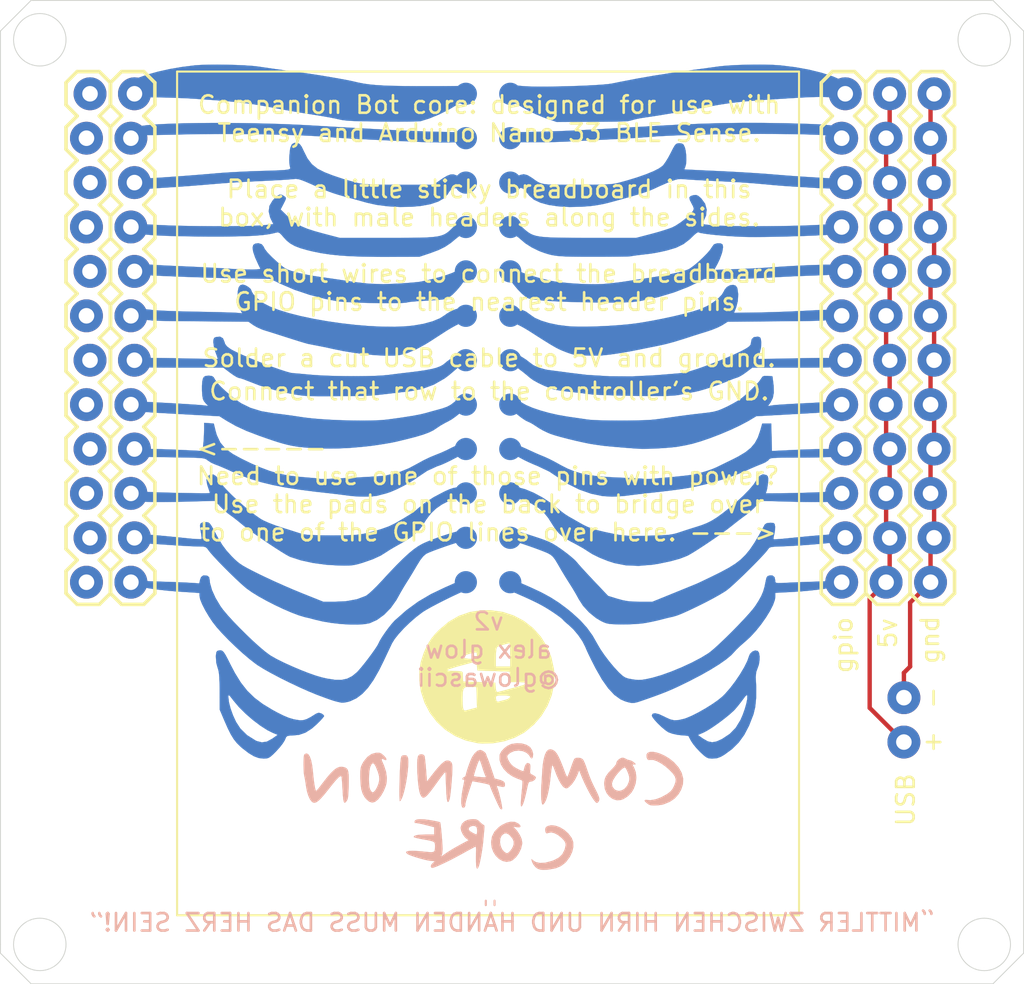
<source format=kicad_pcb>
(kicad_pcb (version 20171130) (host pcbnew "(5.1.5-0-10_14)")

  (general
    (thickness 1.6)
    (drawings 29)
    (tracks 53)
    (zones 0)
    (modules 34)
    (nets 1)
  )

  (page A4)
  (layers
    (0 F.Cu signal)
    (31 B.Cu signal)
    (32 B.Adhes user)
    (33 F.Adhes user)
    (34 B.Paste user)
    (35 F.Paste user)
    (36 B.SilkS user)
    (37 F.SilkS user)
    (38 B.Mask user)
    (39 F.Mask user)
    (40 Dwgs.User user)
    (41 Cmts.User user)
    (42 Eco1.User user)
    (43 Eco2.User user)
    (44 Edge.Cuts user)
    (45 Margin user)
    (46 B.CrtYd user)
    (47 F.CrtYd user)
    (48 B.Fab user)
    (49 F.Fab user)
  )

  (setup
    (last_trace_width 0.25)
    (trace_clearance 0.2)
    (zone_clearance 0.508)
    (zone_45_only no)
    (trace_min 0.2)
    (via_size 0.8)
    (via_drill 0.4)
    (via_min_size 0.4)
    (via_min_drill 0.3)
    (uvia_size 0.3)
    (uvia_drill 0.1)
    (uvias_allowed no)
    (uvia_min_size 0.2)
    (uvia_min_drill 0.1)
    (edge_width 0.05)
    (segment_width 0.2)
    (pcb_text_width 0.3)
    (pcb_text_size 1.5 1.5)
    (mod_edge_width 0.12)
    (mod_text_size 1 1)
    (mod_text_width 0.15)
    (pad_size 1.524 1.524)
    (pad_drill 0.762)
    (pad_to_mask_clearance 0.051)
    (solder_mask_min_width 0.25)
    (aux_axis_origin 0 0)
    (visible_elements FFFFFF7F)
    (pcbplotparams
      (layerselection 0x010fc_ffffffff)
      (usegerberextensions false)
      (usegerberattributes false)
      (usegerberadvancedattributes false)
      (creategerberjobfile false)
      (excludeedgelayer true)
      (linewidth 0.100000)
      (plotframeref false)
      (viasonmask false)
      (mode 1)
      (useauxorigin false)
      (hpglpennumber 1)
      (hpglpenspeed 20)
      (hpglpendiameter 15.000000)
      (psnegative false)
      (psa4output false)
      (plotreference true)
      (plotvalue true)
      (plotinvisibletext false)
      (padsonsilk false)
      (subtractmaskfromsilk false)
      (outputformat 1)
      (mirror false)
      (drillshape 1)
      (scaleselection 1)
      (outputdirectory ""))
  )

  (net 0 "")

  (net_class Default "This is the default net class."
    (clearance 0.2)
    (trace_width 0.25)
    (via_dia 0.8)
    (via_drill 0.4)
    (uvia_dia 0.3)
    (uvia_drill 0.1)
  )

  (module alexglow-footprints:2-pin-power (layer F.Cu) (tedit 614915E7) (tstamp 6149877E)
    (at 175.006 90.424 90)
    (descr "PLATED THROUGH HOLE -12 PIN MACHINE PIN HEADERS")
    (tags "PLATED THROUGH HOLE -12 PIN MACHINE PIN HEADERS")
    (attr virtual)
    (fp_text reference " " (at 0 -2.032 90) (layer F.SilkS)
      (effects (font (size 0.6096 0.6096) (thickness 0.127)))
    )
    (fp_text value " " (at 0 2.032 90) (layer F.SilkS)
      (effects (font (size 0.6096 0.6096) (thickness 0.127)))
    )
    (fp_text user - (at 2.54 1.524 90) (layer F.SilkS)
      (effects (font (size 1 1) (thickness 0.15)))
    )
    (fp_text user + (at 0 1.524 90) (layer F.SilkS)
      (effects (font (size 1 1) (thickness 0.15)))
    )
    (pad 1 thru_hole circle (at 0 -0.1016 90) (size 1.8796 1.8796) (drill 0.889) (layers *.Cu *.Mask)
      (solder_mask_margin 0.1016))
    (pad 2 thru_hole circle (at 2.54 -0.1 90) (size 1.8796 1.8796) (drill 0.889) (layers *.Cu *.Mask)
      (solder_mask_margin 0.1016))
  )

  (module alexglow-footprints:hlogoTiny (layer F.Cu) (tedit 600E2129) (tstamp 61478FBA)
    (at 151.003 86.6775)
    (fp_text reference " " (at 0 0) (layer F.SilkS) hide
      (effects (font (size 1.524 1.524) (thickness 0.3)))
    )
    (fp_text value " " (at 0.75 0) (layer F.SilkS) hide
      (effects (font (size 1.524 1.524) (thickness 0.3)))
    )
    (fp_poly (pts (xy 0.96307 -3.698113) (xy 1.600978 -3.489318) (xy 2.182032 -3.178598) (xy 2.69637 -2.775715)
      (xy 3.134135 -2.290431) (xy 3.485466 -1.732507) (xy 3.740505 -1.111707) (xy 3.889393 -0.437792)
      (xy 3.91433 -0.194914) (xy 3.898804 0.440859) (xy 3.765829 1.070276) (xy 3.524451 1.675618)
      (xy 3.183711 2.239169) (xy 2.752655 2.74321) (xy 2.240323 3.170025) (xy 2.17371 3.215279)
      (xy 1.649073 3.495858) (xy 1.054974 3.697845) (xy 0.427584 3.813151) (xy -0.196925 3.833688)
      (xy -0.478527 3.808387) (xy -1.145466 3.658181) (xy -1.76114 3.399154) (xy -2.315181 3.04246)
      (xy -2.797226 2.599249) (xy -3.196906 2.080674) (xy -3.503857 1.497885) (xy -3.586268 1.240831)
      (xy -1.3335 1.240831) (xy -1.327858 1.566507) (xy -1.308084 1.782011) (xy -1.26991 1.903784)
      (xy -1.209067 1.948271) (xy -1.151356 1.942421) (xy -1.027018 1.908362) (xy -0.841359 1.859298)
      (xy -0.775533 1.842201) (xy -0.503316 1.771843) (xy -0.520282 1.227666) (xy 0.5715 1.227666)
      (xy 0.600035 1.390403) (xy 0.687652 1.442385) (xy 0.758683 1.426277) (xy 0.892057 1.386678)
      (xy 1.04775 1.351867) (xy 1.253105 1.28745) (xy 1.375135 1.196004) (xy 1.397 1.135224)
      (xy 1.339082 1.106846) (xy 1.187544 1.086776) (xy 0.98425 1.0795) (xy 0.76212 1.082617)
      (xy 0.638367 1.098811) (xy 0.584401 1.138346) (xy 0.57163 1.211485) (xy 0.5715 1.227666)
      (xy -0.520282 1.227666) (xy -0.521533 1.187546) (xy -0.53975 0.60325) (xy -0.846309 0.583694)
      (xy -1.060921 0.58099) (xy -1.20167 0.619346) (xy -1.283819 0.719348) (xy -1.322631 0.901582)
      (xy -1.333368 1.186635) (xy -1.3335 1.240831) (xy -3.586268 1.240831) (xy -3.707712 0.862034)
      (xy -3.795264 0.240277) (xy -3.795472 -0.315711) (xy -3.787801 -0.367228) (xy -2.2225 -0.367228)
      (xy -2.164373 -0.342718) (xy -2.011402 -0.324958) (xy -1.795706 -0.31754) (xy -1.778 -0.3175)
      (xy -1.516426 -0.308554) (xy -1.370037 -0.280463) (xy -1.32803 -0.238125) (xy -1.321467 -0.123545)
      (xy -1.312876 0.048198) (xy -1.312155 0.0635) (xy -1.30175 0.28575) (xy 0.53975 0.34925)
      (xy 0.559276 0.619125) (xy 0.584913 0.784031) (xy 0.626284 0.879493) (xy 0.644132 0.889)
      (xy 0.732795 0.872874) (xy 0.909176 0.830125) (xy 1.138927 0.769189) (xy 1.196106 0.753379)
      (xy 1.48512 0.673074) (xy 1.778253 0.592012) (xy 2.01285 0.527518) (xy 2.016125 0.526623)
      (xy 2.200326 0.466378) (xy 2.321399 0.407816) (xy 2.3495 0.376494) (xy 2.291214 0.348204)
      (xy 2.137116 0.32732) (xy 1.918344 0.317728) (xy 1.876729 0.3175) (xy 1.403958 0.3175)
      (xy 1.36525 -0.28575) (xy -0.47625 -0.34925) (xy -0.508 -0.609254) (xy -0.53975 -0.869257)
      (xy -1.381125 -0.643106) (xy -1.686833 -0.557519) (xy -1.942925 -0.479312) (xy -2.127131 -0.415788)
      (xy -2.217177 -0.37425) (xy -2.2225 -0.367228) (xy -3.787801 -0.367228) (xy -3.720224 -0.821045)
      (xy -3.632552 -1.09612) (xy -1.309525 -1.09612) (xy -1.210846 -1.044669) (xy -0.990353 -1.018056)
      (xy -0.885253 -1.016) (xy -0.67566 -1.018568) (xy -0.562984 -1.036397) (xy -0.517143 -1.084678)
      (xy -0.515325 -1.103475) (xy 0.5715 -1.103475) (xy 0.5715 -0.5715) (xy 1.397 -0.5715)
      (xy 1.397 -1.23825) (xy 1.393862 -1.511962) (xy 1.385378 -1.731219) (xy 1.372939 -1.86979)
      (xy 1.361619 -1.905) (xy 1.242834 -1.886719) (xy 1.061954 -1.841553) (xy 0.868727 -1.784021)
      (xy 0.712898 -1.728645) (xy 0.650875 -1.69756) (xy 0.604402 -1.591472) (xy 0.577918 -1.364094)
      (xy 0.5715 -1.103475) (xy -0.515325 -1.103475) (xy -0.508055 -1.178601) (xy -0.508 -1.2065)
      (xy -0.509841 -1.321659) (xy -0.534892 -1.377726) (xy -0.612444 -1.384062) (xy -0.77179 -1.350028)
      (xy -0.876756 -1.324336) (xy -1.142273 -1.24347) (xy -1.286599 -1.164892) (xy -1.309525 -1.09612)
      (xy -3.632552 -1.09612) (xy -3.559715 -1.324646) (xy -3.416173 -1.651) (xy -3.255506 -1.958811)
      (xy -3.083537 -2.217173) (xy -2.866492 -2.472412) (xy -2.671818 -2.671886) (xy -2.127245 -3.131612)
      (xy -1.54339 -3.470844) (xy -0.916452 -3.691027) (xy -0.242632 -3.793608) (xy 0.278165 -3.795221)
      (xy 0.96307 -3.698113)) (layer F.SilkS) (width 0.01))
  )

  (module cbot-breadboard:herz-whole-mask-neg-520 (layer B.Cu) (tedit 0) (tstamp 61455776)
    (at 143.51 68.707 180)
    (fp_text reference G*** (at 0 0) (layer B.SilkS) hide
      (effects (font (size 1.524 1.524) (thickness 0.3)) (justify mirror))
    )
    (fp_text value LOGO (at 0.75 0) (layer B.SilkS) hide
      (effects (font (size 1.524 1.524) (thickness 0.3)) (justify mirror))
    )
    (fp_poly (pts (xy -1.763167 3.930505) (xy -1.36169 3.862338) (xy -0.963506 3.752647) (xy -0.594295 3.607975)
      (xy -0.279736 3.434865) (xy -0.125279 3.317764) (xy 0.037514 3.174829) (xy 0.348469 3.320335)
      (xy 0.771419 3.484449) (xy 1.225476 3.601155) (xy 1.686581 3.667646) (xy 2.130674 3.681112)
      (xy 2.533695 3.638745) (xy 2.710962 3.596139) (xy 3.110098 3.443287) (xy 3.476663 3.236538)
      (xy 3.795141 2.988365) (xy 4.050017 2.711243) (xy 4.225776 2.417643) (xy 4.249667 2.359113)
      (xy 4.298236 2.215549) (xy 4.327679 2.080217) (xy 4.341 1.924384) (xy 4.341203 1.719317)
      (xy 4.335441 1.538653) (xy 4.320521 1.266573) (xy 4.295313 1.054236) (xy 4.252785 0.863749)
      (xy 4.185908 0.657217) (xy 4.157508 0.579648) (xy 3.857948 -0.088315) (xy 3.462439 -0.743594)
      (xy 2.972099 -1.384519) (xy 2.491154 -1.907155) (xy 2.288953 -2.102679) (xy 2.046508 -2.324311)
      (xy 1.776734 -2.56147) (xy 1.492545 -2.803574) (xy 1.206857 -3.040041) (xy 0.932582 -3.260292)
      (xy 0.682638 -3.453743) (xy 0.469937 -3.609815) (xy 0.307394 -3.717926) (xy 0.230529 -3.759335)
      (xy 0.040358 -3.838385) (xy -0.086179 -3.876458) (xy -0.174143 -3.873533) (xy -0.248591 -3.829591)
      (xy -0.320991 -3.758898) (xy -0.421532 -3.67026) (xy -0.580981 -3.54831) (xy -0.775093 -3.411008)
      (xy -0.928077 -3.309251) (xy -1.166686 -3.137288) (xy -1.44988 -2.904526) (xy -1.76196 -2.626519)
      (xy -2.087228 -2.318821) (xy -2.409989 -1.996987) (xy -2.714543 -1.676572) (xy -2.985194 -1.37313)
      (xy -3.206244 -1.102215) (xy -3.331127 -0.928077) (xy -3.677253 -0.353952) (xy -3.938506 0.188622)
      (xy -4.118427 0.709641) (xy -4.220558 1.219105) (xy -4.248893 1.662718) (xy -4.209762 2.168113)
      (xy -4.091785 2.617187) (xy -3.896854 3.007536) (xy -3.626862 3.336761) (xy -3.283701 3.60246)
      (xy -2.869261 3.802233) (xy -2.47328 3.916088) (xy -2.142257 3.950603) (xy -1.763167 3.930505)) (layer B.Mask) (width 0.01))
  )

  (module cbot-breadboard:coretext-520 (layer B.Cu) (tedit 0) (tstamp 614549C7)
    (at 151.47036 94.10192 180)
    (fp_text reference G*** (at 0 0) (layer B.SilkS) hide
      (effects (font (size 1.524 1.524) (thickness 0.3)) (justify mirror))
    )
    (fp_text value LOGO (at 0.75 0) (layer B.SilkS) hide
      (effects (font (size 1.524 1.524) (thickness 0.3)) (justify mirror))
    )
    (fp_poly (pts (xy -3.07786 -1.123233) (xy -2.972602 -1.185797) (xy -2.933982 -1.279571) (xy -2.93077 -1.346312)
      (xy -2.950158 -1.48917) (xy -3.011114 -1.545391) (xy -3.117831 -1.518599) (xy -3.125435 -1.514616)
      (xy -3.27137 -1.488306) (xy -3.456076 -1.532772) (xy -3.66013 -1.640326) (xy -3.864105 -1.803278)
      (xy -3.870721 -1.809617) (xy -4.012167 -1.960799) (xy -4.084964 -2.092134) (xy -4.096188 -2.235391)
      (xy -4.052916 -2.422339) (xy -4.025717 -2.505408) (xy -3.906988 -2.735934) (xy -3.718625 -2.920986)
      (xy -3.45056 -3.069101) (xy -3.289471 -3.129972) (xy -2.938202 -3.221084) (xy -2.639771 -3.241434)
      (xy -2.399816 -3.19102) (xy -2.29055 -3.130018) (xy -2.135326 -3.015257) (xy -2.170323 -3.156186)
      (xy -2.246182 -3.320171) (xy -2.37303 -3.475182) (xy -2.491154 -3.563497) (xy -2.630298 -3.612231)
      (xy -2.810966 -3.630363) (xy -3.055087 -3.619317) (xy -3.17068 -3.607581) (xy -3.529805 -3.539261)
      (xy -3.820579 -3.418417) (xy -4.06198 -3.236322) (xy -4.129142 -3.166751) (xy -4.332884 -2.89199)
      (xy -4.4696 -2.601422) (xy -4.535395 -2.31209) (xy -4.526372 -2.04104) (xy -4.439838 -1.807308)
      (xy -4.253463 -1.559851) (xy -4.024727 -1.354495) (xy -3.771771 -1.200351) (xy -3.512735 -1.106531)
      (xy -3.26576 -1.082146) (xy -3.07786 -1.123233)) (layer B.SilkS) (width 0.01))
    (fp_poly (pts (xy 1.482668 -0.766059) (xy 1.691015 -0.859778) (xy 1.834991 -1.004277) (xy 1.901831 -1.189983)
      (xy 1.905 -1.244312) (xy 1.870467 -1.414476) (xy 1.781823 -1.603709) (xy 1.661501 -1.770377)
      (xy 1.582446 -1.84295) (xy 1.451821 -1.938103) (xy 1.934853 -2.196858) (xy 2.171007 -2.327952)
      (xy 2.412199 -2.469497) (xy 2.622932 -2.600335) (xy 2.719059 -2.664256) (xy 3.020234 -2.8729)
      (xy 2.971694 -2.733659) (xy 2.951377 -2.61745) (xy 2.9428 -2.440059) (xy 2.947527 -2.237465)
      (xy 2.949069 -2.213075) (xy 2.972245 -1.894816) (xy 2.996777 -1.597401) (xy 3.021157 -1.335851)
      (xy 3.043874 -1.12519) (xy 3.063419 -0.980442) (xy 3.078283 -0.916629) (xy 3.079473 -0.915263)
      (xy 3.150827 -0.889364) (xy 3.29249 -0.855797) (xy 3.477895 -0.819487) (xy 3.680474 -0.785362)
      (xy 3.873661 -0.758347) (xy 3.991917 -0.746072) (xy 4.250198 -0.736024) (xy 4.422808 -0.756322)
      (xy 4.517545 -0.808907) (xy 4.542692 -0.883044) (xy 4.524348 -0.950441) (xy 4.495519 -0.953534)
      (xy 4.431556 -0.953276) (xy 4.294915 -0.975152) (xy 4.107053 -1.01518) (xy 3.933788 -1.057731)
      (xy 3.41923 -1.191083) (xy 3.41923 -1.611923) (xy 3.910903 -1.611923) (xy 4.221011 -1.621318)
      (xy 4.436672 -1.6497) (xy 4.559327 -1.697368) (xy 4.591538 -1.752718) (xy 4.546624 -1.776923)
      (xy 4.425254 -1.81117) (xy 4.247486 -1.850375) (xy 4.090865 -1.879683) (xy 3.814088 -1.928786)
      (xy 3.61919 -1.968977) (xy 3.491837 -2.008274) (xy 3.417694 -2.054699) (xy 3.382427 -2.116271)
      (xy 3.371702 -2.201009) (xy 3.371132 -2.282349) (xy 3.375039 -2.440123) (xy 3.396375 -2.543756)
      (xy 3.451368 -2.601952) (xy 3.556246 -2.623412) (xy 3.727238 -2.61684) (xy 3.952319 -2.594015)
      (xy 4.34566 -2.557769) (xy 4.651479 -2.543898) (xy 4.868256 -2.55221) (xy 4.994472 -2.582516)
      (xy 5.028607 -2.634625) (xy 4.969143 -2.708345) (xy 4.954157 -2.719727) (xy 4.849939 -2.773266)
      (xy 4.675205 -2.840229) (xy 4.454876 -2.913183) (xy 4.213877 -2.984694) (xy 3.977129 -3.047329)
      (xy 3.769557 -3.093655) (xy 3.627824 -3.115303) (xy 3.372378 -3.138086) (xy 3.493497 -3.233357)
      (xy 3.580499 -3.331048) (xy 3.612994 -3.428272) (xy 3.587611 -3.498231) (xy 3.529134 -3.516687)
      (xy 3.429119 -3.493437) (xy 3.257314 -3.428166) (xy 3.026876 -3.327099) (xy 2.750963 -3.196458)
      (xy 2.442733 -3.042466) (xy 2.115346 -2.871347) (xy 1.79386 -2.695965) (xy 1.554756 -2.563572)
      (xy 1.345935 -2.449665) (xy 1.182027 -2.362087) (xy 1.077664 -2.308681) (xy 1.047271 -2.295769)
      (xy 1.032021 -2.339536) (xy 1.025482 -2.450888) (xy 1.026488 -2.527788) (xy 1.029812 -2.692118)
      (xy 1.031187 -2.91008) (xy 1.030361 -3.137629) (xy 1.030109 -3.162788) (xy 1.019911 -3.388935)
      (xy 0.995721 -3.523126) (xy 0.958369 -3.563942) (xy 0.908685 -3.509961) (xy 0.873285 -3.431442)
      (xy 0.833111 -3.296249) (xy 0.786363 -3.089103) (xy 0.737442 -2.835126) (xy 0.690752 -2.559437)
      (xy 0.650694 -2.28716) (xy 0.62167 -2.043414) (xy 0.61319 -1.947168) (xy 0.594845 -1.72267)
      (xy 0.573627 -1.494623) (xy 0.560003 -1.366561) (xy 0.963896 -1.366561) (xy 0.966861 -1.489877)
      (xy 0.984256 -1.583397) (xy 1.008636 -1.611923) (xy 1.06092 -1.591701) (xy 1.168496 -1.540643)
      (xy 1.225479 -1.512024) (xy 1.351348 -1.435141) (xy 1.435755 -1.360234) (xy 1.45002 -1.337275)
      (xy 1.445149 -1.242179) (xy 1.371501 -1.166872) (xy 1.25751 -1.121462) (xy 1.13161 -1.116056)
      (xy 1.022236 -1.160762) (xy 1.003134 -1.178413) (xy 0.975831 -1.250417) (xy 0.963896 -1.366561)
      (xy 0.560003 -1.366561) (xy 0.556225 -1.331058) (xy 0.545968 -1.169358) (xy 0.5607 -1.084477)
      (xy 0.575641 -1.074615) (xy 0.636488 -1.042581) (xy 0.735937 -0.96102) (xy 0.796192 -0.903654)
      (xy 0.912584 -0.799628) (xy 1.018723 -0.749029) (xy 1.160763 -0.733354) (xy 1.222715 -0.732692)
      (xy 1.482668 -0.766059)) (layer B.SilkS) (width 0.01))
    (fp_poly (pts (xy -0.709413 -0.938709) (xy -0.443194 -1.069826) (xy -0.259048 -1.201988) (xy -0.027232 -1.445894)
      (xy 0.113681 -1.724448) (xy 0.165259 -2.040789) (xy 0.165452 -2.051538) (xy 0.134264 -2.34315)
      (xy 0.040578 -2.606542) (xy -0.103343 -2.831381) (xy -0.285233 -3.007334) (xy -0.492826 -3.124067)
      (xy -0.713858 -3.171245) (xy -0.936064 -3.138535) (xy -1.056746 -3.081284) (xy -1.250423 -2.915674)
      (xy -1.41855 -2.684876) (xy -1.543403 -2.42108) (xy -1.607257 -2.156475) (xy -1.611923 -2.073027)
      (xy -1.600618 -2.010019) (xy -1.127063 -2.010019) (xy -1.122353 -2.178786) (xy -1.095876 -2.273156)
      (xy -1.028747 -2.410047) (xy -0.931744 -2.543035) (xy -0.828662 -2.644415) (xy -0.743297 -2.686481)
      (xy -0.740837 -2.686538) (xy -0.678456 -2.661192) (xy -0.596744 -2.610304) (xy -0.467087 -2.46924)
      (xy -0.379799 -2.275463) (xy -0.340237 -2.059884) (xy -0.353755 -1.853414) (xy -0.425709 -1.686966)
      (xy -0.434796 -1.675529) (xy -0.571351 -1.559056) (xy -0.709531 -1.539267) (xy -0.854917 -1.616103)
      (xy -0.913246 -1.670656) (xy -1.059966 -1.849235) (xy -1.127063 -2.010019) (xy -1.600618 -2.010019)
      (xy -1.574587 -1.864954) (xy -1.472561 -1.631526) (xy -1.320824 -1.40393) (xy -1.252523 -1.324682)
      (xy -1.099039 -1.159556) (xy -1.306635 -1.190932) (xy -1.454756 -1.196045) (xy -1.516454 -1.157368)
      (xy -1.489695 -1.080322) (xy -1.385528 -0.980468) (xy -1.196081 -0.890982) (xy -0.965542 -0.878079)
      (xy -0.709413 -0.938709)) (layer B.SilkS) (width 0.01))
    (fp_poly (pts (xy 0.943764 3.178068) (xy 1.092969 3.04943) (xy 1.232913 2.850978) (xy 1.268766 2.784231)
      (xy 1.331487 2.644266) (xy 1.404059 2.458751) (xy 1.477416 2.254152) (xy 1.542495 2.056933)
      (xy 1.590231 1.89356) (xy 1.61156 1.790497) (xy 1.611923 1.782318) (xy 1.652957 1.705013)
      (xy 1.709615 1.674922) (xy 1.778854 1.631862) (xy 1.807561 1.571406) (xy 1.787065 1.52869)
      (xy 1.74625 1.526442) (xy 1.716694 1.531838) (xy 1.700115 1.522674) (xy 1.6977 1.482311)
      (xy 1.710635 1.394112) (xy 1.740109 1.241437) (xy 1.781044 1.038675) (xy 1.836986 0.713482)
      (xy 1.866595 0.431034) (xy 1.870642 0.200818) (xy 1.849896 0.032321) (xy 1.805128 -0.06497)
      (xy 1.737106 -0.081568) (xy 1.692305 -0.054749) (xy 1.642047 0.035078) (xy 1.642207 0.087277)
      (xy 1.634872 0.16263) (xy 1.600647 0.310563) (xy 1.54473 0.511382) (xy 1.472318 0.745396)
      (xy 1.452358 0.80644) (xy 1.242312 1.441918) (xy 0.743271 1.351143) (xy 0.53707 1.309962)
      (xy 0.37235 1.270078) (xy 0.26917 1.236779) (xy 0.24423 1.219517) (xy 0.22467 1.149888)
      (xy 0.172021 1.012477) (xy 0.095336 0.827641) (xy 0.003663 0.615734) (xy -0.093945 0.397113)
      (xy -0.18844 0.192133) (xy -0.270769 0.02115) (xy -0.331884 -0.095481) (xy -0.35778 -0.134482)
      (xy -0.43002 -0.174693) (xy -0.460102 -0.152909) (xy -0.462672 -0.085563) (xy -0.443893 0.053354)
      (xy -0.408615 0.2413) (xy -0.361686 0.455732) (xy -0.307957 0.674107) (xy -0.252277 0.873883)
      (xy -0.213108 0.995238) (xy -0.146566 1.184514) (xy -0.305302 1.149627) (xy -0.470366 1.117047)
      (xy -0.563546 1.114544) (xy -0.60747 1.147472) (xy -0.624768 1.221185) (xy -0.625258 1.225335)
      (xy -0.612962 1.341234) (xy -0.536234 1.428686) (xy -0.381984 1.498779) (xy -0.261622 1.533374)
      (xy -0.031581 1.592058) (xy 0.001308 1.6914) (xy 0.462735 1.6914) (xy 0.476432 1.666187)
      (xy 0.544659 1.659407) (xy 0.684649 1.667366) (xy 0.782216 1.675323) (xy 0.956903 1.692211)
      (xy 1.088997 1.709196) (xy 1.152481 1.722874) (xy 1.154137 1.724009) (xy 1.149026 1.776084)
      (xy 1.118316 1.894991) (xy 1.070024 2.055833) (xy 1.01217 2.233718) (xy 0.952772 2.403749)
      (xy 0.899847 2.541033) (xy 0.870079 2.605945) (xy 0.841482 2.644283) (xy 0.812951 2.635094)
      (xy 0.777366 2.565866) (xy 0.727608 2.424089) (xy 0.679101 2.27036) (xy 0.613134 2.066761)
      (xy 0.550856 1.89088) (xy 0.501953 1.76943) (xy 0.486337 1.738738) (xy 0.462735 1.6914)
      (xy 0.001308 1.6914) (xy 0.15364 2.15151) (xy 0.230246 2.377483) (xy 0.300482 2.574903)
      (xy 0.356391 2.722015) (xy 0.389238 2.79578) (xy 0.43191 2.898382) (xy 0.439615 2.946015)
      (xy 0.481073 3.042565) (xy 0.582654 3.138182) (xy 0.710173 3.206452) (xy 0.79923 3.223846)
      (xy 0.943764 3.178068)) (layer B.SilkS) (width 0.01))
    (fp_poly (pts (xy -1.028698 3.57345) (xy -0.959887 3.554894) (xy -0.766791 3.463955) (xy -0.580524 3.320581)
      (xy -0.426898 3.150043) (xy -0.331724 2.977612) (xy -0.317863 2.926335) (xy -0.315488 2.659081)
      (xy -0.399177 2.390145) (xy -0.558522 2.133247) (xy -0.783115 1.902105) (xy -1.062549 1.710437)
      (xy -1.331595 1.590133) (xy -1.478302 1.535577) (xy -1.584427 1.490155) (xy -1.617981 1.470773)
      (xy -1.628238 1.410795) (xy -1.626407 1.281262) (xy -1.61294 1.109505) (xy -1.611834 1.099038)
      (xy -1.571236 0.698773) (xy -1.545582 0.391515) (xy -1.53513 0.173694) (xy -1.540135 0.041734)
      (xy -1.560853 -0.007937) (xy -1.597542 0.021109) (xy -1.650456 0.125297) (xy -1.677059 0.189301)
      (xy -1.719114 0.317472) (xy -1.771803 0.511323) (xy -1.827241 0.740613) (xy -1.861696 0.89757)
      (xy -1.910659 1.125661) (xy -1.948063 1.274752) (xy -1.981648 1.361612) (xy -2.019151 1.403008)
      (xy -2.068309 1.415708) (xy -2.101186 1.416538) (xy -2.229224 1.450818) (xy -2.338304 1.534175)
      (xy -2.392335 1.637386) (xy -2.393462 1.653194) (xy -2.353291 1.709101) (xy -2.253267 1.776818)
      (xy -2.217139 1.795279) (xy -2.114587 1.848633) (xy -2.06579 1.902597) (xy -2.056359 1.990047)
      (xy -2.070349 2.130639) (xy -2.081425 2.295801) (xy -2.063018 2.394605) (xy -2.02277 2.445915)
      (xy -1.923703 2.481387) (xy -1.833203 2.427516) (xy -1.761573 2.292635) (xy -1.740452 2.217602)
      (xy -1.709929 2.093862) (xy -1.687637 2.019457) (xy -1.684 2.012042) (xy -1.631493 2.017114)
      (xy -1.521049 2.059178) (xy -1.379053 2.125897) (xy -1.23189 2.204934) (xy -1.112968 2.279059)
      (xy -0.98528 2.395431) (xy -0.872201 2.54667) (xy -0.789772 2.704552) (xy -0.754033 2.840853)
      (xy -0.760891 2.89857) (xy -0.81998 2.973648) (xy -0.928955 3.061656) (xy -0.961939 3.083141)
      (xy -1.177617 3.170749) (xy -1.414955 3.19408) (xy -1.648799 3.158163) (xy -1.853998 3.068025)
      (xy -2.005398 2.928694) (xy -2.041993 2.867247) (xy -2.112826 2.759172) (xy -2.173407 2.747088)
      (xy -2.221823 2.830942) (xy -2.2341 3.008256) (xy -2.181023 3.202138) (xy -2.075285 3.370399)
      (xy -2.052455 3.39393) (xy -1.859133 3.518319) (xy -1.606398 3.592305) (xy -1.320752 3.611984)
      (xy -1.028698 3.57345)) (layer B.SilkS) (width 0.01))
    (fp_poly (pts (xy -8.914796 3.111913) (xy -8.788925 3.062846) (xy -8.721083 2.968306) (xy -8.722386 2.826682)
      (xy -8.742464 2.762432) (xy -8.790553 2.672099) (xy -8.86223 2.649935) (xy -8.94306 2.663041)
      (xy -9.107303 2.657) (xy -9.317076 2.585421) (xy -9.555028 2.457532) (xy -9.803808 2.282558)
      (xy -10.030736 2.084647) (xy -10.224715 1.881716) (xy -10.342756 1.710679) (xy -10.390806 1.550154)
      (xy -10.374812 1.378754) (xy -10.300719 1.175096) (xy -10.290158 1.151727) (xy -10.200336 0.983161)
      (xy -10.093792 0.855947) (xy -9.939076 0.73531) (xy -9.87547 0.693199) (xy -9.551166 0.514458)
      (xy -9.235996 0.399103) (xy -8.949135 0.353153) (xy -8.812096 0.359408) (xy -8.664966 0.369518)
      (xy -8.60726 0.34419) (xy -8.637432 0.279036) (xy -8.74721 0.175304) (xy -8.850555 0.10198)
      (xy -8.960808 0.064335) (xy -9.115473 0.052144) (xy -9.199037 0.052114) (xy -9.400396 0.064512)
      (xy -9.595603 0.092885) (xy -9.695962 0.117336) (xy -10.051737 0.262058) (xy -10.331755 0.452343)
      (xy -10.552691 0.702124) (xy -10.698588 0.955145) (xy -10.802551 1.274064) (xy -10.811536 1.597473)
      (xy -10.72754 1.918044) (xy -10.552562 2.228448) (xy -10.288599 2.521358) (xy -10.266194 2.541594)
      (xy -10.025564 2.731535) (xy -9.776272 2.885669) (xy -9.529434 3.002385) (xy -9.296166 3.080071)
      (xy -9.087581 3.117118) (xy -8.914796 3.111913)) (layer B.SilkS) (width 0.01))
    (fp_poly (pts (xy -3.136308 3.245888) (xy -3.082816 3.218998) (xy -2.989123 3.118026) (xy -2.906148 2.933018)
      (xy -2.83765 2.677383) (xy -2.787386 2.36453) (xy -2.762484 2.075962) (xy -2.74916 1.847858)
      (xy -2.732115 1.568801) (xy -2.714211 1.285308) (xy -2.706706 1.169739) (xy -2.695151 0.898705)
      (xy -2.695391 0.641487) (xy -2.706199 0.415533) (xy -2.726347 0.238289) (xy -2.754608 0.127203)
      (xy -2.782128 0.097692) (xy -2.834741 0.134308) (xy -2.899607 0.216376) (xy -2.981826 0.3886)
      (xy -3.060355 0.641151) (xy -3.131213 0.956666) (xy -3.190415 1.317779) (xy -3.229107 1.653023)
      (xy -3.253789 1.893366) (xy -3.279244 2.101453) (xy -3.302612 2.256216) (xy -3.32103 2.336585)
      (xy -3.322347 2.339449) (xy -3.355803 2.338363) (xy -3.406757 2.245598) (xy -3.462928 2.095219)
      (xy -3.57704 1.790029) (xy -3.700319 1.518235) (xy -3.823931 1.29614) (xy -3.939042 1.140048)
      (xy -4.015358 1.075618) (xy -4.113736 1.032475) (xy -4.191317 1.043727) (xy -4.284012 1.104501)
      (xy -4.450503 1.267996) (xy -4.612896 1.49932) (xy -4.75175 1.769818) (xy -4.776855 1.830842)
      (xy -4.869646 2.067067) (xy -4.923389 1.924976) (xy -5.046364 1.619927) (xy -5.183416 1.313682)
      (xy -5.327167 1.019542) (xy -5.470239 0.750805) (xy -5.605257 0.520772) (xy -5.72484 0.342742)
      (xy -5.821614 0.230014) (xy -5.882825 0.195385) (xy -5.947326 0.235034) (xy -5.9941 0.306329)
      (xy -6.015942 0.3736) (xy -6.016482 0.450572) (xy -5.990527 0.55253) (xy -5.932881 0.694762)
      (xy -5.838351 0.892552) (xy -5.707312 1.150385) (xy -5.588123 1.403255) (xy -5.464678 1.700339)
      (xy -5.357412 1.991326) (xy -5.323252 2.095905) (xy -5.250016 2.313127) (xy -5.175716 2.502291)
      (xy -5.110454 2.639191) (xy -5.074498 2.692041) (xy -4.960106 2.757141) (xy -4.813037 2.782734)
      (xy -4.67535 2.766359) (xy -4.598924 2.71986) (xy -4.561183 2.647736) (xy -4.503187 2.506183)
      (xy -4.434275 2.318872) (xy -4.391706 2.194764) (xy -4.322714 1.994884) (xy -4.261516 1.829861)
      (xy -4.216567 1.721871) (xy -4.200541 1.693258) (xy -4.164906 1.710972) (xy -4.113372 1.800155)
      (xy -4.076937 1.888643) (xy -3.930415 2.280585) (xy -3.806385 2.589123) (xy -3.699399 2.824465)
      (xy -3.604007 2.996819) (xy -3.514762 3.116392) (xy -3.426215 3.193394) (xy -3.362558 3.227088)
      (xy -3.237781 3.264335) (xy -3.136308 3.245888)) (layer B.SilkS) (width 0.01))
    (fp_poly (pts (xy 6.744275 3.065933) (xy 7.003628 2.99283) (xy 7.238833 2.828459) (xy 7.443732 2.577573)
      (xy 7.500377 2.482535) (xy 7.562879 2.363947) (xy 7.603965 2.26092) (xy 7.627965 2.148261)
      (xy 7.639211 2.000773) (xy 7.642035 1.793263) (xy 7.64165 1.660769) (xy 7.627403 1.281043)
      (xy 7.585686 0.978454) (xy 7.511752 0.735128) (xy 7.400852 0.533189) (xy 7.312726 0.42236)
      (xy 7.136699 0.271134) (xy 6.965747 0.216625) (xy 6.800974 0.259184) (xy 6.800888 0.259233)
      (xy 6.629363 0.398667) (xy 6.461293 0.610029) (xy 6.312018 0.86828) (xy 6.19688 1.148382)
      (xy 6.149194 1.322844) (xy 6.13212 1.550859) (xy 6.556567 1.550859) (xy 6.565763 1.455247)
      (xy 6.612909 1.26747) (xy 6.68712 1.086299) (xy 6.775841 0.932888) (xy 6.866514 0.828387)
      (xy 6.946584 0.793949) (xy 6.957011 0.796168) (xy 7.013857 0.848024) (xy 7.079664 0.95027)
      (xy 7.082692 0.956107) (xy 7.121183 1.089578) (xy 7.144577 1.291218) (xy 7.153079 1.532706)
      (xy 7.146897 1.785725) (xy 7.126238 2.021957) (xy 7.091307 2.213082) (xy 7.073091 2.271346)
      (xy 6.999905 2.420897) (xy 6.92662 2.473763) (xy 6.849701 2.429828) (xy 6.76561 2.288978)
      (xy 6.752808 2.260945) (xy 6.636594 1.973235) (xy 6.57281 1.743562) (xy 6.556567 1.550859)
      (xy 6.13212 1.550859) (xy 6.12614 1.630715) (xy 6.174842 1.97593) (xy 6.291237 2.334232)
      (xy 6.335223 2.433215) (xy 6.408402 2.603039) (xy 6.429154 2.697578) (xy 6.396685 2.724476)
      (xy 6.310203 2.691379) (xy 6.308548 2.690496) (xy 6.206189 2.644119) (xy 6.162355 2.655204)
      (xy 6.154615 2.705901) (xy 6.188933 2.776087) (xy 6.27609 2.877143) (xy 6.333488 2.931164)
      (xy 6.456374 3.027711) (xy 6.562186 3.068554) (xy 6.700065 3.069814) (xy 6.744275 3.065933)) (layer B.SilkS) (width 0.01))
    (fp_poly (pts (xy 10.825465 2.988542) (xy 10.861905 2.918558) (xy 10.879343 2.795184) (xy 10.889009 2.605198)
      (xy 10.891274 2.378724) (xy 10.886506 2.145887) (xy 10.875073 1.936811) (xy 10.857345 1.781621)
      (xy 10.847446 1.737506) (xy 10.82012 1.618642) (xy 10.787976 1.437047) (xy 10.756951 1.227091)
      (xy 10.749937 1.173179) (xy 10.695953 0.874016) (xy 10.617522 0.612336) (xy 10.521629 0.404059)
      (xy 10.415263 0.265103) (xy 10.329429 0.215059) (xy 10.23994 0.210874) (xy 10.141093 0.247528)
      (xy 10.024196 0.332792) (xy 9.880553 0.474439) (xy 9.701471 0.680238) (xy 9.478254 0.957963)
      (xy 9.431703 1.017493) (xy 9.206345 1.301209) (xy 9.030551 1.509323) (xy 8.898915 1.646996)
      (xy 8.80603 1.719384) (xy 8.746491 1.731647) (xy 8.71801 1.69851) (xy 8.70726 1.629461)
      (xy 8.693559 1.482097) (xy 8.678414 1.275697) (xy 8.663334 1.029537) (xy 8.65806 0.932024)
      (xy 8.638801 0.622686) (xy 8.616362 0.403938) (xy 8.587923 0.268674) (xy 8.550664 0.209792)
      (xy 8.501765 0.220189) (xy 8.438405 0.29276) (xy 8.416863 0.324514) (xy 8.380961 0.39455)
      (xy 8.354791 0.489424) (xy 8.336314 0.626031) (xy 8.323489 0.821267) (xy 8.314276 1.092027)
      (xy 8.311821 1.194566) (xy 8.307011 1.529465) (xy 8.311921 1.78039) (xy 8.329955 1.960851)
      (xy 8.364513 2.084364) (xy 8.418998 2.164439) (xy 8.496813 2.21459) (xy 8.575411 2.241494)
      (xy 8.719922 2.264847) (xy 8.860455 2.247843) (xy 9.005718 2.183641) (xy 9.164417 2.065402)
      (xy 9.345261 1.886285) (xy 9.556957 1.63945) (xy 9.808211 1.318057) (xy 9.891346 1.207757)
      (xy 10.006948 1.058223) (xy 10.101751 0.944473) (xy 10.160071 0.885009) (xy 10.168748 0.880447)
      (xy 10.200544 0.92606) (xy 10.235786 1.056745) (xy 10.272352 1.260039) (xy 10.30812 1.523482)
      (xy 10.340968 1.83461) (xy 10.351498 1.953846) (xy 10.395235 2.326547) (xy 10.456663 2.626538)
      (xy 10.533648 2.847635) (xy 10.624056 2.983656) (xy 10.722546 3.028462) (xy 10.825465 2.988542)) (layer B.SilkS) (width 0.01))
    (fp_poly (pts (xy 4.277838 2.954238) (xy 4.34537 2.862367) (xy 4.348516 2.85432) (xy 4.375676 2.719635)
      (xy 4.389614 2.509505) (xy 4.391559 2.245099) (xy 4.382744 1.94759) (xy 4.364397 1.638148)
      (xy 4.337751 1.337945) (xy 4.304036 1.068152) (xy 4.264483 0.84994) (xy 4.224039 0.713044)
      (xy 4.161363 0.586057) (xy 4.095337 0.512185) (xy 4.018413 0.496001) (xy 3.923041 0.542078)
      (xy 3.801672 0.654986) (xy 3.646755 0.839299) (xy 3.450742 1.099589) (xy 3.345321 1.245225)
      (xy 3.150288 1.51495) (xy 3.004077 1.712314) (xy 2.900106 1.845421) (xy 2.831794 1.922373)
      (xy 2.792559 1.951273) (xy 2.777338 1.944517) (xy 2.773399 1.893192) (xy 2.766822 1.760505)
      (xy 2.758316 1.56273) (xy 2.748589 1.316142) (xy 2.740703 1.102976) (xy 2.724441 0.75105)
      (xy 2.703901 0.493792) (xy 2.678236 0.328235) (xy 2.646602 0.251416) (xy 2.608155 0.260368)
      (xy 2.562048 0.352127) (xy 2.54251 0.407587) (xy 2.520939 0.51009) (xy 2.495318 0.690814)
      (xy 2.467877 0.930488) (xy 2.440847 1.209843) (xy 2.419224 1.472521) (xy 2.394392 1.824943)
      (xy 2.381602 2.092823) (xy 2.383035 2.288811) (xy 2.400876 2.42556) (xy 2.437306 2.515719)
      (xy 2.494509 2.571941) (xy 2.574666 2.606876) (xy 2.616949 2.618558) (xy 2.724277 2.616603)
      (xy 2.850266 2.556227) (xy 3.00214 2.431267) (xy 3.187119 2.235558) (xy 3.412427 1.962933)
      (xy 3.468077 1.892083) (xy 3.834423 1.422227) (xy 3.888167 2.11544) (xy 3.910102 2.371778)
      (xy 3.933294 2.597942) (xy 3.955382 2.773673) (xy 3.974008 2.87871) (xy 3.978874 2.894135)
      (xy 4.058485 2.963139) (xy 4.158358 2.979615) (xy 4.277838 2.954238)) (layer B.SilkS) (width 0.01))
    (fp_poly (pts (xy 5.141026 2.921655) (xy 5.236094 2.905582) (xy 5.288348 2.863354) (xy 5.317583 2.768365)
      (xy 5.334129 2.662115) (xy 5.350952 2.502848) (xy 5.366192 2.284806) (xy 5.379529 2.023846)
      (xy 5.390647 1.735827) (xy 5.399225 1.436605) (xy 5.404947 1.142038) (xy 5.407492 0.867984)
      (xy 5.406544 0.6303) (xy 5.401783 0.444843) (xy 5.392891 0.327471) (xy 5.381699 0.293077)
      (xy 5.338693 0.335096) (xy 5.279715 0.443768) (xy 5.232958 0.555785) (xy 5.15779 0.791922)
      (xy 5.087528 1.077224) (xy 5.024776 1.39246) (xy 4.972137 1.718395) (xy 4.932213 2.035798)
      (xy 4.907608 2.325436) (xy 4.900924 2.568074) (xy 4.914764 2.744481) (xy 4.92929 2.79954)
      (xy 4.982257 2.894959) (xy 5.063721 2.924963) (xy 5.141026 2.921655)) (layer B.SilkS) (width 0.01))
    (fp_poly (pts (xy -7.233375 2.752983) (xy -7.122006 2.676638) (xy -7.03393 2.581291) (xy -6.997394 2.493037)
      (xy -7.000949 2.471202) (xy -6.979539 2.409194) (xy -6.900068 2.300795) (xy -6.777076 2.164984)
      (xy -6.731316 2.119239) (xy -6.531643 1.907871) (xy -6.401995 1.723833) (xy -6.329798 1.542291)
      (xy -6.302479 1.33841) (xy -6.301154 1.269623) (xy -6.338847 0.993772) (xy -6.442645 0.753258)
      (xy -6.598631 0.558858) (xy -6.792884 0.421351) (xy -7.011486 0.351518) (xy -7.240518 0.360136)
      (xy -7.399873 0.418766) (xy -7.659333 0.584019) (xy -7.851987 0.784238) (xy -7.9876 1.007685)
      (xy -8.098415 1.315023) (xy -8.126323 1.548018) (xy -7.742994 1.548018) (xy -7.715253 1.407479)
      (xy -7.621523 1.188321) (xy -7.482551 1.022029) (xy -7.315474 0.916793) (xy -7.13743 0.880803)
      (xy -6.965557 0.922246) (xy -6.860665 0.999126) (xy -6.760811 1.143035) (xy -6.739891 1.304228)
      (xy -6.79937 1.493394) (xy -6.940717 1.721223) (xy -6.964106 1.752809) (xy -7.094873 1.914699)
      (xy -7.226148 2.057637) (xy -7.330282 2.151593) (xy -7.333342 2.153801) (xy -7.432884 2.218401)
      (xy -7.489192 2.226073) (xy -7.535795 2.180314) (xy -7.53948 2.17531) (xy -7.590568 2.082217)
      (xy -7.653116 1.937561) (xy -7.685065 1.852628) (xy -7.735191 1.68311) (xy -7.742994 1.548018)
      (xy -8.126323 1.548018) (xy -8.137297 1.639626) (xy -8.103491 1.952958) (xy -8.018737 2.185865)
      (xy -7.911092 2.393462) (xy -8.021988 2.395005) (xy -8.089965 2.399912) (xy -8.093412 2.424682)
      (xy -8.028219 2.488515) (xy -7.995834 2.517121) (xy -7.876063 2.59839) (xy -7.763502 2.638431)
      (xy -7.751604 2.639246) (xy -7.626366 2.669886) (xy -7.549607 2.712515) (xy -7.425396 2.770504)
      (xy -7.33979 2.784231) (xy -7.233375 2.752983)) (layer B.SilkS) (width 0.01))
  )

  (module cbot-breadboard:bow-smol-neg-385 (layer B.Cu) (tedit 0) (tstamp 61454772)
    (at 151.19096 71.5772 180)
    (fp_text reference G*** (at 0 0) (layer B.SilkS) hide
      (effects (font (size 1.524 1.524) (thickness 0.3)) (justify mirror))
    )
    (fp_text value LOGO (at 0.75 0) (layer B.SilkS) hide
      (effects (font (size 1.524 1.524) (thickness 0.3)) (justify mirror))
    )
    (fp_poly (pts (xy -15.046712 -13.673173) (xy -14.914232 -13.805664) (xy -14.865867 -13.916127) (xy -14.760998 -14.21244)
      (xy -14.581268 -14.57327) (xy -14.345417 -14.970134) (xy -14.072186 -15.374548) (xy -13.780316 -15.758031)
      (xy -13.488548 -16.0921) (xy -13.332296 -16.246877) (xy -13.076531 -16.455622) (xy -12.743065 -16.687705)
      (xy -12.364386 -16.924299) (xy -11.972979 -17.146579) (xy -11.601333 -17.335716) (xy -11.281933 -17.472884)
      (xy -11.133308 -17.521241) (xy -10.821772 -17.590837) (xy -10.577339 -17.602092) (xy -10.346183 -17.548633)
      (xy -10.074479 -17.424088) (xy -10.00633 -17.387819) (xy -9.716815 -17.254355) (xy -9.494981 -17.199479)
      (xy -9.352825 -17.224172) (xy -9.30234 -17.329413) (xy -9.302338 -17.330329) (xy -9.349736 -17.436085)
      (xy -9.474515 -17.597348) (xy -9.650549 -17.787789) (xy -9.851713 -17.981079) (xy -10.051884 -18.15089)
      (xy -10.224935 -18.270892) (xy -10.248326 -18.283694) (xy -10.456451 -18.361251) (xy -10.731244 -18.424202)
      (xy -10.945717 -18.452646) (xy -11.389846 -18.489881) (xy -11.541398 -18.775559) (xy -11.666214 -18.964175)
      (xy -11.852224 -19.192001) (xy -12.060783 -19.41198) (xy -12.076123 -19.426723) (xy -12.275097 -19.610727)
      (xy -12.419054 -19.719857) (xy -12.545327 -19.77348) (xy -12.691249 -19.790964) (xy -12.780627 -19.792207)
      (xy -13.023832 -19.769518) (xy -13.248646 -19.687689) (xy -13.439078 -19.577792) (xy -13.890619 -19.248533)
      (xy -14.26796 -18.874552) (xy -14.586637 -18.434299) (xy -14.862189 -17.906226) (xy -15.110151 -17.268781)
      (xy -15.115808 -17.252207) (xy -15.215507 -16.834933) (xy -15.266434 -16.309318) (xy -15.266802 -16.214067)
      (xy -14.765342 -16.214067) (xy -14.757755 -16.391318) (xy -14.704522 -16.652246) (xy -14.615953 -16.961033)
      (xy -14.50236 -17.281861) (xy -14.374053 -17.57891) (xy -14.370151 -17.586943) (xy -14.102736 -18.024901)
      (xy -13.760313 -18.377398) (xy -13.326753 -18.666414) (xy -13.010751 -18.812099) (xy -12.747315 -18.859071)
      (xy -12.501083 -18.806995) (xy -12.237563 -18.656153) (xy -11.936203 -18.443735) (xy -12.271509 -18.295755)
      (xy -12.500656 -18.173152) (xy -12.795098 -17.985136) (xy -13.122792 -17.755377) (xy -13.451694 -17.507543)
      (xy -13.749763 -17.265304) (xy -13.984955 -17.052329) (xy -14.059021 -16.97537) (xy -14.232118 -16.771046)
      (xy -14.422167 -16.52882) (xy -14.515232 -16.402627) (xy -14.644278 -16.231183) (xy -14.71948 -16.160085)
      (xy -14.756503 -16.177522) (xy -14.765342 -16.214067) (xy -15.266802 -16.214067) (xy -15.268906 -15.669989)
      (xy -15.241034 -15.138666) (xy -15.267791 -14.844948) (xy -15.339844 -14.644526) (xy -15.418317 -14.427267)
      (xy -15.459623 -14.176819) (xy -15.462965 -13.93367) (xy -15.427544 -13.738306) (xy -15.35975 -13.635394)
      (xy -15.210156 -13.607925) (xy -15.046712 -13.673173)) (layer B.Cu) (width 0.01))
    (fp_poly (pts (xy 15.420721 -13.602524) (xy 15.432275 -13.603807) (xy 15.535437 -13.629111) (xy 15.589977 -13.697872)
      (xy 15.615823 -13.846138) (xy 15.623482 -13.949664) (xy 15.599581 -14.314239) (xy 15.527905 -14.576417)
      (xy 15.480869 -14.725438) (xy 15.447565 -14.906071) (xy 15.42584 -15.142744) (xy 15.41354 -15.459883)
      (xy 15.408511 -15.881916) (xy 15.408319 -15.932727) (xy 15.404935 -16.988311) (xy 15.136316 -17.62217)
      (xy 14.940046 -18.067026) (xy 14.766537 -18.412282) (xy 14.598756 -18.684141) (xy 14.419668 -18.908806)
      (xy 14.21224 -19.112482) (xy 14.111077 -19.199314) (xy 13.752613 -19.475974) (xy 13.447819 -19.65889)
      (xy 13.171679 -19.760238) (xy 12.899175 -19.792192) (xy 12.892741 -19.792207) (xy 12.739629 -19.786173)
      (xy 12.618919 -19.755625) (xy 12.49874 -19.681897) (xy 12.347222 -19.546322) (xy 12.170842 -19.369387)
      (xy 11.970918 -19.148694) (xy 11.80103 -18.930719) (xy 11.68964 -18.752999) (xy 11.670593 -18.709646)
      (xy 11.609015 -18.565236) (xy 11.532023 -18.495917) (xy 11.393919 -18.47426) (xy 11.275881 -18.472727)
      (xy 10.882103 -18.434696) (xy 12.089323 -18.434696) (xy 12.39445 -18.651633) (xy 12.702719 -18.819825)
      (xy 12.993527 -18.864791) (xy 13.289184 -18.789115) (xy 13.346523 -18.761931) (xy 13.836692 -18.454504)
      (xy 14.219388 -18.07842) (xy 14.46774 -17.698134) (xy 14.643401 -17.318736) (xy 14.784226 -16.926619)
      (xy 14.8774 -16.563006) (xy 14.91013 -16.275186) (xy 14.904936 -16.185898) (xy 14.878629 -16.164015)
      (xy 14.815121 -16.220677) (xy 14.698322 -16.367027) (xy 14.611279 -16.482148) (xy 14.301275 -16.848716)
      (xy 13.922648 -17.225061) (xy 13.505233 -17.586706) (xy 13.078863 -17.909175) (xy 12.673373 -18.16799)
      (xy 12.375635 -18.316276) (xy 12.089323 -18.434696) (xy 10.882103 -18.434696) (xy 10.869916 -18.433519)
      (xy 10.502831 -18.306831) (xy 10.144316 -18.079069) (xy 9.873022 -17.843479) (xy 9.679963 -17.652323)
      (xy 9.530223 -17.490046) (xy 9.445496 -17.380847) (xy 9.434286 -17.354082) (xy 9.487833 -17.276556)
      (xy 9.596518 -17.208447) (xy 9.748736 -17.170119) (xy 9.895783 -17.224874) (xy 9.922179 -17.241612)
      (xy 10.215137 -17.424829) (xy 10.437434 -17.537975) (xy 10.621755 -17.593017) (xy 10.800783 -17.601921)
      (xy 10.885699 -17.594377) (xy 11.164281 -17.546854) (xy 11.443973 -17.464729) (xy 11.75491 -17.336314)
      (xy 12.127231 -17.14992) (xy 12.365437 -17.02048) (xy 12.936769 -16.674806) (xy 13.416935 -16.313412)
      (xy 13.828671 -15.911874) (xy 14.19471 -15.445766) (xy 14.537787 -14.890665) (xy 14.782743 -14.423391)
      (xy 14.949816 -14.090674) (xy 15.07411 -13.859639) (xy 15.169486 -13.712797) (xy 15.249806 -13.632657)
      (xy 15.328931 -13.60173) (xy 15.420721 -13.602524)) (layer B.Cu) (width 0.01))
    (fp_poly (pts (xy -15.9319 -9.3466) (xy -15.862877 -9.434024) (xy -15.821588 -9.59922) (xy -15.749637 -9.951559)
      (xy -15.667982 -10.234669) (xy -15.55801 -10.493609) (xy -15.401105 -10.773438) (xy -15.2185 -11.058991)
      (xy -15.072422 -11.252105) (xy -14.847448 -11.514388) (xy -14.562633 -11.826603) (xy -14.237032 -12.169512)
      (xy -13.889702 -12.523876) (xy -13.539698 -12.870459) (xy -13.206074 -13.190021) (xy -12.907886 -13.463326)
      (xy -12.66419 -13.671135) (xy -12.535065 -13.768121) (xy -12.103903 -14.031309) (xy -11.581505 -14.304499)
      (xy -11.005888 -14.571169) (xy -10.415071 -14.814798) (xy -9.847071 -15.018865) (xy -9.339907 -15.166848)
      (xy -9.287267 -15.179509) (xy -8.967099 -15.24999) (xy -8.728484 -15.287506) (xy -8.526127 -15.295414)
      (xy -8.314732 -15.277076) (xy -8.198696 -15.26024) (xy -7.954461 -15.215249) (xy -7.780585 -15.155198)
      (xy -7.626885 -15.054044) (xy -7.443179 -14.885742) (xy -7.4052 -14.848427) (xy -7.146685 -14.571098)
      (xy -6.86881 -14.236533) (xy -6.599985 -13.882173) (xy -6.368619 -13.545462) (xy -6.203536 -13.264656)
      (xy -5.9169 -12.759571) (xy -5.593069 -12.30808) (xy -5.207472 -11.881459) (xy -4.735534 -11.450985)
      (xy -4.457567 -11.223786) (xy -3.990792 -10.876611) (xy -3.509517 -10.569517) (xy -2.978015 -10.28189)
      (xy -2.360559 -9.993117) (xy -2.213821 -9.929189) (xy -1.898701 -9.791136) (xy -1.623812 -9.666515)
      (xy -1.413735 -9.566781) (xy -1.293051 -9.503387) (xy -1.27768 -9.492945) (xy -1.155055 -9.449357)
      (xy -1.010094 -9.446012) (xy -0.872434 -9.487207) (xy -0.814841 -9.596703) (xy -0.805275 -9.665194)
      (xy -0.807992 -9.815613) (xy -0.861686 -9.939377) (xy -0.984847 -10.053576) (xy -1.195965 -10.175296)
      (xy -1.513531 -10.321627) (xy -1.517403 -10.323314) (xy -2.024293 -10.546847) (xy -2.433512 -10.734518)
      (xy -2.770063 -10.899059) (xy -3.058951 -11.053199) (xy -3.325178 -11.209668) (xy -3.588788 -11.37793)
      (xy -3.831089 -11.542086) (xy -4.032166 -11.686875) (xy -4.165765 -11.79291) (xy -4.204344 -11.832443)
      (xy -4.282248 -11.917816) (xy -4.427633 -12.048342) (xy -4.542512 -12.142642) (xy -4.823992 -12.406644)
      (xy -5.100426 -12.73647) (xy -5.338067 -13.08701) (xy -5.503166 -13.413157) (xy -5.51367 -13.44074)
      (xy -5.586252 -13.612725) (xy -5.706662 -13.870502) (xy -5.860193 -14.183674) (xy -6.032137 -14.521847)
      (xy -6.09696 -14.646233) (xy -6.456704 -15.274136) (xy -6.810594 -15.774078) (xy -7.161939 -16.149726)
      (xy -7.514051 -16.404749) (xy -7.790038 -16.521897) (xy -7.995606 -16.580129) (xy -8.153107 -16.60869)
      (xy -8.301078 -16.604373) (xy -8.478059 -16.563971) (xy -8.722588 -16.484278) (xy -8.873507 -16.431744)
      (xy -9.383021 -16.251516) (xy -9.801424 -16.097468) (xy -10.163157 -15.955196) (xy -10.502659 -15.810294)
      (xy -10.85437 -15.648358) (xy -11.252731 -15.454981) (xy -11.487051 -15.338564) (xy -12.100629 -15.019566)
      (xy -12.655561 -14.70592) (xy -13.138306 -14.406379) (xy -13.535328 -14.129696) (xy -13.833087 -13.884625)
      (xy -13.986455 -13.722646) (xy -14.130996 -13.563775) (xy -14.340753 -13.361673) (xy -14.576463 -13.153699)
      (xy -14.639 -13.101762) (xy -14.944854 -12.82122) (xy -15.254354 -12.483651) (xy -15.552655 -12.111071)
      (xy -15.824915 -11.725495) (xy -16.05629 -11.34894) (xy -16.231936 -11.00342) (xy -16.33701 -10.710952)
      (xy -16.360631 -10.548253) (xy -16.361558 -10.309753) (xy -17.268701 -10.262908) (xy -17.838152 -10.225715)
      (xy -18.394702 -10.17488) (xy -18.918141 -10.113345) (xy -19.388259 -10.044051) (xy -19.784846 -9.96994)
      (xy -20.087692 -9.893953) (xy -20.261729 -9.827279) (xy -20.415746 -9.720119) (xy -20.488526 -9.619616)
      (xy -20.477291 -9.550919) (xy -20.379263 -9.539181) (xy -20.29072 -9.564824) (xy -20.176797 -9.58565)
      (xy -19.954855 -9.607517) (xy -19.648793 -9.62876) (xy -19.282512 -9.647713) (xy -18.891107 -9.662369)
      (xy -18.443075 -9.676937) (xy -17.988107 -9.693243) (xy -17.563269 -9.709854) (xy -17.20563 -9.725338)
      (xy -17.004805 -9.735294) (xy -16.710067 -9.750173) (xy -16.522692 -9.753177) (xy -16.418306 -9.739897)
      (xy -16.372536 -9.705923) (xy -16.361009 -9.646845) (xy -16.360548 -9.618734) (xy -16.322167 -9.417937)
      (xy -16.205829 -9.321339) (xy -16.058997 -9.313548) (xy -15.9319 -9.3466)) (layer B.Cu) (width 0.01))
    (fp_poly (pts (xy 16.46733 -9.406552) (xy 16.526165 -9.564739) (xy 16.571266 -9.770082) (xy 17.109659 -9.735563)
      (xy 17.348001 -9.722736) (xy 17.686682 -9.707844) (xy 18.094135 -9.692109) (xy 18.538791 -9.676748)
      (xy 18.989084 -9.662982) (xy 18.989334 -9.662975) (xy 19.407042 -9.64834) (xy 19.788329 -9.629767)
      (xy 20.110278 -9.608788) (xy 20.349972 -9.586934) (xy 20.484496 -9.565737) (xy 20.495124 -9.56236)
      (xy 20.612092 -9.53005) (xy 20.643176 -9.570268) (xy 20.63745 -9.614989) (xy 20.565869 -9.724836)
      (xy 20.436317 -9.815933) (xy 20.213331 -9.894454) (xy 19.880103 -9.973754) (xy 19.458273 -10.050434)
      (xy 18.96948 -10.121096) (xy 18.435366 -10.18234) (xy 17.877569 -10.230769) (xy 17.730519 -10.240895)
      (xy 16.55948 -10.316989) (xy 16.559428 -10.485897) (xy 16.519843 -10.684177) (xy 16.408676 -10.962693)
      (xy 16.237172 -11.298965) (xy 16.016575 -11.670514) (xy 15.814925 -11.974285) (xy 15.585347 -12.268964)
      (xy 15.273922 -12.618633) (xy 14.905 -12.999974) (xy 14.502931 -13.389667) (xy 14.092066 -13.764395)
      (xy 13.696755 -14.100838) (xy 13.341348 -14.375678) (xy 13.216271 -14.462836) (xy 12.876088 -14.673662)
      (xy 12.44154 -14.917471) (xy 11.941476 -15.180038) (xy 11.404742 -15.447135) (xy 10.860187 -15.704536)
      (xy 10.336659 -15.938014) (xy 9.863006 -16.133343) (xy 9.71255 -16.190731) (xy 9.359876 -16.320859)
      (xy 9.09988 -16.413718) (xy 8.90193 -16.479) (xy 8.735397 -16.526397) (xy 8.569651 -16.565602)
      (xy 8.444675 -16.59193) (xy 8.290205 -16.589449) (xy 8.073244 -16.546391) (xy 7.93111 -16.503033)
      (xy 7.579305 -16.336413) (xy 7.247879 -16.086743) (xy 6.92859 -15.744088) (xy 6.613195 -15.298516)
      (xy 6.293452 -14.740093) (xy 6.034609 -14.217402) (xy 5.886041 -13.90175) (xy 5.737379 -13.586842)
      (xy 5.610053 -13.318034) (xy 5.551411 -13.194805) (xy 5.399608 -12.949274) (xy 5.16261 -12.653012)
      (xy 4.86409 -12.329839) (xy 4.527721 -12.003578) (xy 4.177176 -11.69805) (xy 3.836127 -11.437078)
      (xy 3.738753 -11.370739) (xy 3.543219 -11.251817) (xy 3.276024 -11.102976) (xy 2.959835 -10.935396)
      (xy 2.617318 -10.760257) (xy 2.27114 -10.588739) (xy 1.943968 -10.432022) (xy 1.658469 -10.301287)
      (xy 1.437309 -10.207713) (xy 1.303154 -10.16248) (xy 1.28408 -10.16) (xy 1.166373 -10.103713)
      (xy 1.048591 -9.96614) (xy 0.961809 -9.794215) (xy 0.936991 -9.635814) (xy 1.003811 -9.492541)
      (xy 1.156211 -9.445645) (xy 1.388933 -9.495804) (xy 1.536004 -9.558565) (xy 1.713802 -9.641177)
      (xy 1.973504 -9.758118) (xy 2.275723 -9.891775) (xy 2.494952 -9.987354) (xy 3.321853 -10.381657)
      (xy 4.054582 -10.813134) (xy 4.730303 -11.306232) (xy 5.386179 -11.885396) (xy 5.398936 -11.897629)
      (xy 5.558187 -12.071262) (xy 5.747259 -12.307812) (xy 5.942225 -12.573587) (xy 6.119161 -12.834898)
      (xy 6.254142 -13.058051) (xy 6.317556 -13.191236) (xy 6.386451 -13.322341) (xy 6.520764 -13.528812)
      (xy 6.701191 -13.784857) (xy 6.908429 -14.064684) (xy 7.123177 -14.342502) (xy 7.326131 -14.592519)
      (xy 7.497989 -14.788944) (xy 7.564406 -14.857239) (xy 7.833639 -15.078499) (xy 8.117366 -15.221709)
      (xy 8.437724 -15.290023) (xy 8.81685 -15.286594) (xy 9.276881 -15.214574) (xy 9.581725 -15.144553)
      (xy 9.926999 -15.042519) (xy 10.347156 -14.893506) (xy 10.810481 -14.711169) (xy 11.285256 -14.509166)
      (xy 11.739765 -14.301154) (xy 12.142292 -14.100791) (xy 12.461119 -13.921734) (xy 12.54271 -13.869547)
      (xy 12.804826 -13.673912) (xy 13.128549 -13.400975) (xy 13.493108 -13.071309) (xy 13.877732 -12.705482)
      (xy 14.261652 -12.324066) (xy 14.624097 -11.947631) (xy 14.944298 -11.596749) (xy 15.201483 -11.291989)
      (xy 15.355653 -11.083636) (xy 15.644118 -10.5998) (xy 15.848218 -10.149611) (xy 15.960053 -9.752112)
      (xy 15.978818 -9.581287) (xy 16.009024 -9.417729) (xy 16.100506 -9.339332) (xy 16.141246 -9.32677)
      (xy 16.341764 -9.314255) (xy 16.46733 -9.406552)) (layer B.Cu) (width 0.01))
    (fp_poly (pts (xy -15.86774 -6.327244) (xy -15.762415 -6.39948) (xy -15.450374 -6.971316) (xy -15.173512 -7.440244)
      (xy -14.914461 -7.824388) (xy -14.655849 -8.141874) (xy -14.380306 -8.410825) (xy -14.070462 -8.649366)
      (xy -13.708947 -8.875621) (xy -13.278389 -9.107715) (xy -13.062824 -9.216242) (xy -12.715903 -9.387072)
      (xy -12.389744 -9.545278) (xy -12.111846 -9.677694) (xy -11.909713 -9.771154) (xy -11.842338 -9.800544)
      (xy -11.695506 -9.860982) (xy -11.452035 -9.960581) (xy -11.137547 -10.088885) (xy -10.777667 -10.235438)
      (xy -10.459148 -10.364951) (xy -9.339855 -10.81974) (xy -8.61528 -10.81974) (xy -8.228075 -10.812509)
      (xy -7.920012 -10.786264) (xy -7.638845 -10.734175) (xy -7.347152 -10.653946) (xy -6.803598 -10.488152)
      (xy -5.973464 -9.611153) (xy -5.701131 -9.321493) (xy -5.455144 -9.056195) (xy -5.252153 -8.833508)
      (xy -5.108811 -8.671678) (xy -5.044805 -8.593491) (xy -4.914457 -8.449635) (xy -4.701618 -8.259398)
      (xy -4.436086 -8.045691) (xy -4.147659 -7.831425) (xy -3.866137 -7.639511) (xy -3.621319 -7.492859)
      (xy -3.595584 -7.479267) (xy -3.453948 -7.409705) (xy -3.293747 -7.340188) (xy -3.098023 -7.264854)
      (xy -2.849819 -7.177838) (xy -2.532176 -7.073278) (xy -2.128138 -6.945309) (xy -1.620745 -6.788068)
      (xy -1.404122 -6.721511) (xy -1.214455 -6.697564) (xy -1.044825 -6.730846) (xy -0.938975 -6.8087)
      (xy -0.923636 -6.860515) (xy -0.9849 -7.07187) (xy -1.150608 -7.242959) (xy -1.346841 -7.33239)
      (xy -1.617855 -7.41303) (xy -1.953116 -7.521912) (xy -2.318738 -7.647032) (xy -2.680839 -7.776384)
      (xy -3.005535 -7.897962) (xy -3.258941 -7.999762) (xy -3.364675 -8.04733) (xy -3.522891 -8.137847)
      (xy -3.6524 -8.252476) (xy -3.779936 -8.421595) (xy -3.932229 -8.675585) (xy -3.958442 -8.722133)
      (xy -4.145332 -9.044961) (xy -4.362842 -9.404862) (xy -4.567356 -9.729828) (xy -4.588829 -9.762866)
      (xy -4.768375 -10.048303) (xy -4.946306 -10.348472) (xy -5.090201 -10.608289) (xy -5.116621 -10.659617)
      (xy -5.370431 -11.052636) (xy -5.714419 -11.429027) (xy -6.10879 -11.749434) (xy -6.38724 -11.916168)
      (xy -6.554703 -11.996467) (xy -6.703613 -12.050806) (xy -6.866799 -12.084648) (xy -7.077087 -12.103456)
      (xy -7.367307 -12.112694) (xy -7.587013 -12.115841) (xy -7.963167 -12.112315) (xy -8.347309 -12.095367)
      (xy -8.689954 -12.067868) (xy -8.906494 -12.039246) (xy -9.224716 -11.978393) (xy -9.561661 -11.905587)
      (xy -9.813219 -11.844502) (xy -10.046973 -11.784025) (xy -10.241388 -11.735702) (xy -10.341011 -11.712872)
      (xy -10.517701 -11.673437) (xy -10.692316 -11.622915) (xy -10.886928 -11.552338) (xy -11.123607 -11.452738)
      (xy -11.424425 -11.315148) (xy -11.811452 -11.130599) (xy -12.007273 -11.035835) (xy -12.402097 -10.838399)
      (xy -12.787904 -10.634964) (xy -13.1362 -10.441321) (xy -13.41849 -10.27326) (xy -13.590649 -10.15835)
      (xy -13.75894 -10.021366) (xy -13.988162 -9.817244) (xy -14.261063 -9.563124) (xy -14.56039 -9.276145)
      (xy -14.86889 -8.973448) (xy -15.16931 -8.672172) (xy -15.444398 -8.389457) (xy -15.676901 -8.142443)
      (xy -15.849566 -7.94827) (xy -15.94514 -7.824077) (xy -15.951587 -7.812872) (xy -16.018993 -7.73156)
      (xy -16.135876 -7.686935) (xy -16.338717 -7.667131) (xy -16.407236 -7.664664) (xy -16.891392 -7.646451)
      (xy -17.405992 -7.619994) (xy -17.930872 -7.587001) (xy -18.445869 -7.54918) (xy -18.930817 -7.50824)
      (xy -19.365555 -7.465888) (xy -19.729917 -7.423832) (xy -20.003741 -7.38378) (xy -20.166862 -7.34744)
      (xy -20.171558 -7.345819) (xy -20.371906 -7.245117) (xy -20.457152 -7.13698) (xy -20.424715 -7.038471)
      (xy -20.272014 -6.966656) (xy -20.230265 -6.957637) (xy -20.076112 -6.949025) (xy -19.798331 -6.956567)
      (xy -19.404178 -6.979723) (xy -18.900914 -7.017954) (xy -18.295797 -7.07072) (xy -17.596086 -7.137481)
      (xy -17.000978 -7.197717) (xy -16.709447 -7.225264) (xy -16.470218 -7.242942) (xy -16.311283 -7.248995)
      (xy -16.260559 -7.244108) (xy -16.258886 -7.16937) (xy -16.288778 -7.017745) (xy -16.301323 -6.969966)
      (xy -16.342341 -6.743864) (xy -16.350238 -6.52665) (xy -16.349016 -6.511858) (xy -16.324576 -6.374741)
      (xy -16.259557 -6.314936) (xy -16.112321 -6.300694) (xy -16.071866 -6.300519) (xy -15.86774 -6.327244)) (layer B.Cu) (width 0.01))
    (fp_poly (pts (xy 16.383869 -6.282383) (xy 16.494729 -6.338102) (xy 16.532156 -6.46058) (xy 16.510747 -6.674698)
      (xy 16.489697 -6.787935) (xy 16.453552 -7.00537) (xy 16.439021 -7.167102) (xy 16.447282 -7.232909)
      (xy 16.524641 -7.242104) (xy 16.70377 -7.237158) (xy 16.955406 -7.219433) (xy 17.165483 -7.199478)
      (xy 17.953411 -7.118712) (xy 18.61944 -7.054381) (xy 19.172566 -7.006261) (xy 19.621781 -6.97413)
      (xy 19.97608 -6.957765) (xy 20.244456 -6.956942) (xy 20.435903 -6.971437) (xy 20.559417 -7.001029)
      (xy 20.62399 -7.045493) (xy 20.638616 -7.104607) (xy 20.637322 -7.113335) (xy 20.550358 -7.238745)
      (xy 20.350884 -7.345832) (xy 20.057842 -7.427684) (xy 19.690177 -7.47739) (xy 19.627273 -7.481801)
      (xy 19.372703 -7.497947) (xy 19.024669 -7.520604) (xy 18.621344 -7.547258) (xy 18.200903 -7.575394)
      (xy 18.010909 -7.588235) (xy 17.613459 -7.613427) (xy 17.232626 -7.634391) (xy 16.900816 -7.649567)
      (xy 16.650436 -7.657398) (xy 16.55948 -7.658014) (xy 16.344486 -7.662248) (xy 16.213839 -7.694141)
      (xy 16.120185 -7.773339) (xy 16.049961 -7.869376) (xy 15.922439 -8.031134) (xy 15.717481 -8.261741)
      (xy 15.455105 -8.541092) (xy 15.15533 -8.849082) (xy 14.838174 -9.165607) (xy 14.523655 -9.47056)
      (xy 14.231793 -9.743837) (xy 13.982606 -9.965333) (xy 13.870806 -10.057951) (xy 13.565751 -10.275331)
      (xy 13.174936 -10.515375) (xy 12.725267 -10.765013) (xy 12.243652 -11.011173) (xy 11.756997 -11.240783)
      (xy 11.292211 -11.440772) (xy 10.8762 -11.598069) (xy 10.535871 -11.699602) (xy 10.456883 -11.71643)
      (xy 10.320919 -11.747583) (xy 10.113046 -11.801166) (xy 9.962078 -11.842324) (xy 9.505573 -11.949318)
      (xy 9.001677 -12.03307) (xy 8.479882 -12.091697) (xy 7.969679 -12.123314) (xy 7.500559 -12.126039)
      (xy 7.102014 -12.097988) (xy 6.82147 -12.042907) (xy 6.407361 -11.85677) (xy 6.00115 -11.561197)
      (xy 5.626384 -11.177765) (xy 5.306613 -10.728056) (xy 5.221177 -10.576382) (xy 5.056841 -10.279162)
      (xy 4.868284 -9.957591) (xy 4.717143 -9.714087) (xy 4.558384 -9.461541) (xy 4.369076 -9.150413)
      (xy 4.183401 -8.837099) (xy 4.134085 -8.752095) (xy 3.939103 -8.437408) (xy 3.771714 -8.22376)
      (xy 3.613472 -8.088529) (xy 3.573305 -8.064393) (xy 3.421114 -7.994312) (xy 3.174632 -7.896398)
      (xy 2.865631 -7.781782) (xy 2.525885 -7.661595) (xy 2.187165 -7.546968) (xy 1.881244 -7.449031)
      (xy 1.639896 -7.378916) (xy 1.561201 -7.359492) (xy 1.379489 -7.281076) (xy 1.208091 -7.148074)
      (xy 1.087776 -6.997887) (xy 1.055584 -6.895651) (xy 1.112572 -6.780322) (xy 1.271449 -6.72329)
      (xy 1.514089 -6.728022) (xy 1.719261 -6.768696) (xy 2.220209 -6.910156) (xy 2.738005 -7.077977)
      (xy 3.23047 -7.257268) (xy 3.655423 -7.433134) (xy 3.819682 -7.510298) (xy 4.059422 -7.645886)
      (xy 4.31797 -7.827564) (xy 4.606181 -8.065262) (xy 4.93491 -8.368908) (xy 5.315014 -8.748431)
      (xy 5.757347 -9.213759) (xy 6.159818 -9.650639) (xy 6.411787 -9.917172) (xy 6.654929 -10.156866)
      (xy 6.865722 -10.347704) (xy 7.020642 -10.467668) (xy 7.053112 -10.486753) (xy 7.557055 -10.677413)
      (xy 8.165125 -10.788211) (xy 8.793988 -10.81974) (xy 9.487113 -10.81974) (xy 10.730699 -10.322059)
      (xy 11.217547 -10.12089) (xy 11.762666 -9.88523) (xy 12.316277 -9.637242) (xy 12.828602 -9.399091)
      (xy 13.116551 -9.259742) (xy 13.521632 -9.057793) (xy 13.830834 -8.897356) (xy 14.067422 -8.763246)
      (xy 14.25466 -8.640276) (xy 14.415815 -8.51326) (xy 14.574152 -8.367012) (xy 14.739004 -8.200702)
      (xy 15.020619 -7.88867) (xy 15.257991 -7.569317) (xy 15.485094 -7.194597) (xy 15.597304 -6.986915)
      (xy 15.757323 -6.685939) (xy 15.873122 -6.483194) (xy 15.960478 -6.359393) (xy 16.035169 -6.295248)
      (xy 16.112974 -6.271474) (xy 16.18498 -6.268542) (xy 16.383869 -6.282383)) (layer B.Cu) (width 0.01))
    (fp_poly (pts (xy -15.469561 -3.613661) (xy -15.308944 -3.821649) (xy -15.293916 -3.85013) (xy -15.128636 -4.103487)
      (xy -14.867972 -4.412182) (xy -14.527485 -4.760122) (xy -14.122734 -5.131217) (xy -13.759867 -5.436588)
      (xy -13.357542 -5.754709) (xy -13.02262 -5.997927) (xy -12.727264 -6.182659) (xy -12.443636 -6.325324)
      (xy -12.143898 -6.442339) (xy -11.94473 -6.507069) (xy -11.606764 -6.612801) (xy -11.239579 -6.730586)
      (xy -10.916737 -6.836795) (xy -10.885714 -6.847221) (xy -10.700366 -6.906041) (xy -10.525558 -6.950223)
      (xy -10.336378 -6.982489) (xy -10.107913 -7.00556) (xy -9.815253 -7.02216) (xy -9.433485 -7.035009)
      (xy -9.089693 -7.043461) (xy -8.616402 -7.052452) (xy -8.245727 -7.054122) (xy -7.948458 -7.04681)
      (xy -7.695384 -7.028859) (xy -7.457295 -6.998609) (xy -7.204981 -6.954403) (xy -7.077485 -6.929205)
      (xy -6.591717 -6.826788) (xy -6.209116 -6.734668) (xy -5.902275 -6.644136) (xy -5.64379 -6.546482)
      (xy -5.406255 -6.432999) (xy -5.257425 -6.350835) (xy -4.996895 -6.201603) (xy -4.731922 -6.050818)
      (xy -4.552208 -5.949322) (xy -4.315949 -5.798073) (xy -4.072092 -5.614308) (xy -3.991429 -5.545377)
      (xy -3.539395 -5.180456) (xy -3.047385 -4.855551) (xy -2.54319 -4.584892) (xy -2.054604 -4.382709)
      (xy -1.609417 -4.26323) (xy -1.444451 -4.241332) (xy -1.130105 -4.23004) (xy -0.932678 -4.262187)
      (xy -0.84302 -4.342279) (xy -0.851976 -4.474819) (xy -0.871528 -4.523305) (xy -1.037206 -4.733768)
      (xy -1.298608 -4.870436) (xy -1.593412 -4.920793) (xy -1.869094 -4.97032) (xy -2.208306 -5.100937)
      (xy -2.420734 -5.205396) (xy -2.803105 -5.434372) (xy -3.110782 -5.695567) (xy -3.379292 -6.023947)
      (xy -3.586366 -6.352621) (xy -3.794212 -6.675347) (xy -4.015631 -6.929591) (xy -4.28495 -7.146548)
      (xy -4.636498 -7.357419) (xy -4.768398 -7.426871) (xy -5.048472 -7.575667) (xy -5.305099 -7.720221)
      (xy -5.501703 -7.839543) (xy -5.574805 -7.889661) (xy -5.893216 -8.091908) (xy -6.303954 -8.294858)
      (xy -6.768646 -8.481109) (xy -7.158066 -8.607726) (xy -7.812738 -8.736272) (xy -8.545973 -8.767138)
      (xy -9.347468 -8.700184) (xy -9.704044 -8.642479) (xy -10.37253 -8.502836) (xy -10.910534 -8.353577)
      (xy -11.319193 -8.194377) (xy -11.369655 -8.169492) (xy -11.57477 -8.053527) (xy -11.860728 -7.876479)
      (xy -12.202133 -7.655517) (xy -12.573589 -7.407811) (xy -12.9497 -7.15053) (xy -13.305068 -6.900842)
      (xy -13.614299 -6.675918) (xy -13.851994 -6.492926) (xy -13.863908 -6.483262) (xy -14.127139 -6.273556)
      (xy -14.403651 -6.060725) (xy -14.641911 -5.884289) (xy -14.684348 -5.854091) (xy -14.919028 -5.669519)
      (xy -15.148296 -5.45828) (xy -15.27066 -5.326299) (xy -15.503966 -5.047013) (xy -17.136788 -5.092699)
      (xy -17.639692 -5.104275) (xy -18.145939 -5.111449) (xy -18.625383 -5.11412) (xy -19.04788 -5.112187)
      (xy -19.383283 -5.10555) (xy -19.505603 -5.100607) (xy -20.241595 -5.062829) (xy -20.272174 -4.824011)
      (xy -20.282133 -4.655902) (xy -20.267154 -4.550591) (xy -20.261896 -4.542614) (xy -20.186415 -4.532291)
      (xy -19.999684 -4.528309) (xy -19.722239 -4.530473) (xy -19.374617 -4.538587) (xy -18.977353 -4.552456)
      (xy -18.901558 -4.555574) (xy -18.420216 -4.573971) (xy -17.911688 -4.590212) (xy -17.417836 -4.603173)
      (xy -16.980522 -4.61173) (xy -16.700227 -4.614647) (xy -15.818377 -4.618181) (xy -15.86796 -4.46974)
      (xy -15.9028 -4.317208) (xy -15.935186 -4.097761) (xy -15.947421 -3.980355) (xy -15.957609 -3.770219)
      (xy -15.934908 -3.650742) (xy -15.87001 -3.582763) (xy -15.850224 -3.571405) (xy -15.652889 -3.528793)
      (xy -15.469561 -3.613661)) (layer B.Cu) (width 0.01))
    (fp_poly (pts (xy 15.941758 -3.551922) (xy 15.994931 -3.572883) (xy 16.120648 -3.678044) (xy 16.162729 -3.850283)
      (xy 16.122618 -4.1044) (xy 16.064675 -4.288311) (xy 16.00506 -4.464323) (xy 15.969807 -4.582016)
      (xy 15.965714 -4.603464) (xy 16.028457 -4.611312) (xy 16.20392 -4.614993) (xy 16.472957 -4.614945)
      (xy 16.816421 -4.611608) (xy 17.215165 -4.605423) (xy 17.650043 -4.59683) (xy 18.101906 -4.586268)
      (xy 18.551609 -4.574177) (xy 18.980005 -4.560998) (xy 19.367946 -4.54717) (xy 19.696286 -4.533132)
      (xy 19.945878 -4.519326) (xy 20.072597 -4.509104) (xy 20.451948 -4.46919) (xy 20.451948 -5.061307)
      (xy 19.676753 -5.099083) (xy 19.380813 -5.108127) (xy 18.984248 -5.112395) (xy 18.518292 -5.111982)
      (xy 18.014178 -5.106981) (xy 17.50314 -5.097485) (xy 17.285195 -5.091936) (xy 15.668831 -5.047013)
      (xy 15.393624 -5.347825) (xy 15.186447 -5.553166) (xy 14.956537 -5.750435) (xy 14.832844 -5.842268)
      (xy 14.647289 -5.977181) (xy 14.406625 -6.164543) (xy 14.154936 -6.369789) (xy 14.086638 -6.42733)
      (xy 13.885751 -6.587343) (xy 13.611523 -6.790804) (xy 13.285273 -7.023372) (xy 12.928317 -7.270709)
      (xy 12.561971 -7.518472) (xy 12.207551 -7.752321) (xy 11.886375 -7.957917) (xy 11.619759 -8.120919)
      (xy 11.42902 -8.226987) (xy 11.374131 -8.25212) (xy 10.768608 -8.448719) (xy 10.070802 -8.600875)
      (xy 9.31469 -8.70246) (xy 8.642597 -8.744736) (xy 8.279889 -8.752688) (xy 8.007964 -8.748546)
      (xy 7.785874 -8.727743) (xy 7.57267 -8.685709) (xy 7.327403 -8.617879) (xy 7.224156 -8.586506)
      (xy 6.654948 -8.388922) (xy 6.196852 -8.17841) (xy 5.838701 -7.952646) (xy 5.697734 -7.859887)
      (xy 5.47443 -7.726324) (xy 5.203401 -7.572254) (xy 5.003802 -7.463062) (xy 4.475711 -7.138556)
      (xy 4.07214 -6.798227) (xy 3.786003 -6.435776) (xy 3.723427 -6.324557) (xy 3.619427 -6.156478)
      (xy 3.463196 -5.941346) (xy 3.313445 -5.755616) (xy 3.03978 -5.49286) (xy 2.704686 -5.258865)
      (xy 2.344911 -5.07298) (xy 1.997205 -4.954554) (xy 1.729259 -4.921531) (xy 1.522096 -4.907987)
      (xy 1.361862 -4.838073) (xy 1.209073 -4.71062) (xy 1.062976 -4.542828) (xy 1.001611 -4.404187)
      (xy 1.002526 -4.374283) (xy 1.031331 -4.313573) (xy 1.105873 -4.278619) (xy 1.253945 -4.263594)
      (xy 1.503341 -4.262671) (xy 1.532894 -4.263098) (xy 1.813484 -4.275472) (xy 2.038515 -4.311806)
      (xy 2.264234 -4.385985) (xy 2.546889 -4.511896) (xy 2.553557 -4.51506) (xy 3.1794 -4.844496)
      (xy 3.710677 -5.191282) (xy 4.057403 -5.475722) (xy 4.171888 -5.577287) (xy 4.296423 -5.675005)
      (xy 4.451081 -5.781921) (xy 4.655934 -5.91108) (xy 4.931056 -6.075528) (xy 5.29652 -6.288307)
      (xy 5.397824 -6.346816) (xy 5.732376 -6.508183) (xy 6.175561 -6.667424) (xy 6.736683 -6.82768)
      (xy 7.059221 -6.907939) (xy 7.261074 -6.949842) (xy 7.482525 -6.981045) (xy 7.746104 -7.002916)
      (xy 8.074342 -7.016824) (xy 8.489773 -7.02414) (xy 9.005454 -7.026233) (xy 9.587194 -7.022151)
      (xy 10.055015 -7.010063) (xy 10.403755 -6.99021) (xy 10.628249 -6.962832) (xy 10.687792 -6.947975)
      (xy 10.835503 -6.899612) (xy 11.07835 -6.821959) (xy 11.385448 -6.724821) (xy 11.72591 -6.618002)
      (xy 11.809351 -6.591953) (xy 12.227863 -6.451498) (xy 12.60532 -6.305997) (xy 12.909431 -6.168553)
      (xy 13.062236 -6.083604) (xy 13.364716 -5.874167) (xy 13.704612 -5.610917) (xy 14.062085 -5.312163)
      (xy 14.417299 -4.99621) (xy 14.750414 -4.681368) (xy 15.041594 -4.385945) (xy 15.270999 -4.128246)
      (xy 15.418793 -3.926582) (xy 15.439169 -3.890023) (xy 15.593468 -3.65414) (xy 15.757165 -3.543627)
      (xy 15.941758 -3.551922)) (layer B.Cu) (width 0.01))
    (fp_poly (pts (xy -15.498434 -1.039668) (xy -15.365833 -1.423849) (xy -15.193994 -1.742757) (xy -14.963552 -2.016598)
      (xy -14.655139 -2.265578) (xy -14.249389 -2.509905) (xy -13.935584 -2.670286) (xy -13.634104 -2.817546)
      (xy -13.342391 -2.960356) (xy -13.101988 -3.078365) (xy -12.996883 -3.130169) (xy -12.733509 -3.240847)
      (xy -12.388288 -3.358541) (xy -12.009403 -3.467862) (xy -11.722626 -3.537175) (xy -11.562062 -3.563836)
      (xy -11.307568 -3.596536) (xy -10.984274 -3.632951) (xy -10.61731 -3.670761) (xy -10.231807 -3.707643)
      (xy -9.852895 -3.741274) (xy -9.505704 -3.769334) (xy -9.215366 -3.7895) (xy -9.00701 -3.799449)
      (xy -8.907655 -3.797276) (xy -8.788635 -3.784256) (xy -8.563064 -3.76886) (xy -8.256282 -3.752473)
      (xy -7.893634 -3.736481) (xy -7.587013 -3.725127) (xy -6.864495 -3.692239) (xy -6.25226 -3.64383)
      (xy -5.729103 -3.575382) (xy -5.27382 -3.482381) (xy -4.865205 -3.36031) (xy -4.482053 -3.204652)
      (xy -4.10316 -3.010891) (xy -4.024764 -2.966444) (xy -3.732139 -2.805633) (xy -3.433344 -2.653877)
      (xy -3.178106 -2.536036) (xy -3.100779 -2.504512) (xy -2.877566 -2.412983) (xy -2.584571 -2.28469)
      (xy -2.270393 -2.141146) (xy -2.12679 -2.073362) (xy -1.728029 -1.899064) (xy -1.416767 -1.803379)
      (xy -1.175888 -1.784512) (xy -0.988277 -1.840664) (xy -0.862935 -1.940621) (xy -0.757144 -2.120922)
      (xy -0.78201 -2.30121) (xy -0.915861 -2.466989) (xy -1.015127 -2.538851) (xy -1.084987 -2.514629)
      (xy -1.120177 -2.47569) (xy -1.21964 -2.39698) (xy -1.348096 -2.388406) (xy -1.530269 -2.454376)
      (xy -1.781299 -2.593522) (xy -2.008829 -2.716179) (xy -2.309804 -2.85935) (xy -2.633345 -2.999346)
      (xy -2.770909 -3.054286) (xy -3.441027 -3.373082) (xy -3.886465 -3.669869) (xy -4.496707 -4.074877)
      (xy -5.152395 -4.400725) (xy -5.826049 -4.63745) (xy -6.490191 -4.775088) (xy -7.022166 -4.806814)
      (xy -7.328614 -4.79579) (xy -7.633012 -4.775554) (xy -7.872402 -4.750353) (xy -7.883896 -4.748691)
      (xy -8.071343 -4.723462) (xy -8.355131 -4.688357) (xy -8.700401 -4.647559) (xy -9.072297 -4.605249)
      (xy -9.17039 -4.594369) (xy -9.767965 -4.527568) (xy -10.255343 -4.47075) (xy -10.653647 -4.421053)
      (xy -10.984001 -4.375612) (xy -11.267527 -4.331565) (xy -11.525351 -4.286047) (xy -11.71039 -4.250061)
      (xy -12.359935 -4.103219) (xy -13.021416 -3.924315) (xy -13.656418 -3.725165) (xy -14.226529 -3.517586)
      (xy -14.58026 -3.367244) (xy -14.89379 -3.225825) (xy -15.198479 -3.093575) (xy -15.454201 -2.987642)
      (xy -15.590105 -2.935644) (xy -15.790373 -2.846077) (xy -15.942302 -2.745132) (xy -15.985325 -2.698049)
      (xy -16.015636 -2.660514) (xy -16.064279 -2.631327) (xy -16.146617 -2.609443) (xy -16.278013 -2.59382)
      (xy -16.47383 -2.583413) (xy -16.749431 -2.577177) (xy -17.120177 -2.57407) (xy -17.601432 -2.573046)
      (xy -17.82561 -2.572987) (xy -18.313277 -2.570687) (xy -18.773666 -2.564212) (xy -19.185347 -2.554199)
      (xy -19.526889 -2.541282) (xy -19.77686 -2.526098) (xy -19.904415 -2.511298) (xy -20.156255 -2.463976)
      (xy -20.402821 -2.420301) (xy -20.468442 -2.409348) (xy -20.646994 -2.351858) (xy -20.713039 -2.269788)
      (xy -20.661421 -2.184938) (xy -20.534416 -2.130375) (xy -20.368312 -2.10643) (xy -20.087343 -2.09056)
      (xy -19.708344 -2.082723) (xy -19.248147 -2.082882) (xy -18.723586 -2.090994) (xy -18.151495 -2.107022)
      (xy -17.548708 -2.130925) (xy -17.40283 -2.137758) (xy -16.167999 -2.197334) (xy -16.149324 -1.412043)
      (xy -16.130649 -0.626753) (xy -15.614872 -0.626753) (xy -15.498434 -1.039668)) (layer B.Cu) (width 0.01))
    (fp_poly (pts (xy 16.295584 -0.976139) (xy 16.303363 -1.272599) (xy 16.323259 -1.604194) (xy 16.339006 -1.78153)
      (xy 16.382427 -2.196961) (xy 17.576018 -2.137616) (xy 18.177521 -2.111323) (xy 18.752854 -2.093027)
      (xy 19.285026 -2.082775) (xy 19.757045 -2.080615) (xy 20.151919 -2.086595) (xy 20.452657 -2.100763)
      (xy 20.642265 -2.123166) (xy 20.666364 -2.128919) (xy 20.797513 -2.19433) (xy 20.847792 -2.272118)
      (xy 20.790976 -2.351488) (xy 20.666364 -2.403922) (xy 20.46164 -2.451255) (xy 20.32 -2.486766)
      (xy 20.213475 -2.498724) (xy 19.99318 -2.511208) (xy 19.677288 -2.523621) (xy 19.283971 -2.535362)
      (xy 18.831404 -2.545833) (xy 18.337758 -2.554436) (xy 18.212937 -2.556187) (xy 17.656051 -2.563853)
      (xy 17.215715 -2.57117) (xy 16.876542 -2.579444) (xy 16.623144 -2.589982) (xy 16.440132 -2.604091)
      (xy 16.312121 -2.62308) (xy 16.223721 -2.648255) (xy 16.159546 -2.680924) (xy 16.104207 -2.722393)
      (xy 16.08695 -2.736811) (xy 15.893637 -2.863666) (xy 15.671282 -2.96367) (xy 15.654014 -2.969283)
      (xy 15.492363 -3.028908) (xy 15.247631 -3.130103) (xy 14.955818 -3.257607) (xy 14.712208 -3.368508)
      (xy 14.173638 -3.601018) (xy 13.617028 -3.804347) (xy 13.025004 -3.982477) (xy 12.380191 -4.139387)
      (xy 11.665213 -4.279055) (xy 10.862694 -4.405463) (xy 9.95526 -4.522589) (xy 9.401299 -4.58491)
      (xy 9.021115 -4.627188) (xy 8.645884 -4.671304) (xy 8.315986 -4.712362) (xy 8.071804 -4.745466)
      (xy 8.048831 -4.748874) (xy 7.727288 -4.78393) (xy 7.363866 -4.802602) (xy 6.998597 -4.80492)
      (xy 6.671511 -4.790915) (xy 6.42264 -4.760617) (xy 6.366493 -4.747607) (xy 6.172051 -4.695367)
      (xy 5.938461 -4.634891) (xy 5.884599 -4.621274) (xy 5.626505 -4.534145) (xy 5.297766 -4.391365)
      (xy 4.936186 -4.212446) (xy 4.579569 -4.016901) (xy 4.265717 -3.824241) (xy 4.070181 -3.684788)
      (xy 3.537587 -3.328409) (xy 2.977844 -3.0723) (xy 2.86987 -3.03627) (xy 2.693651 -2.968339)
      (xy 2.444056 -2.855954) (xy 2.163187 -2.718495) (xy 2.032447 -2.650791) (xy 1.76874 -2.513248)
      (xy 1.594738 -2.431326) (xy 1.483958 -2.398117) (xy 1.409912 -2.40671) (xy 1.346118 -2.450198)
      (xy 1.327384 -2.466873) (xy 1.2044 -2.543745) (xy 1.09967 -2.51556) (xy 0.991374 -2.37254)
      (xy 0.950979 -2.298175) (xy 0.887656 -2.154365) (xy 0.899371 -2.057593) (xy 0.994501 -1.941028)
      (xy 0.995935 -1.939501) (xy 1.209667 -1.804471) (xy 1.489238 -1.778121) (xy 1.826384 -1.859956)
      (xy 2.141258 -2.008137) (xy 2.411524 -2.145807) (xy 2.738934 -2.293483) (xy 3.055131 -2.420426)
      (xy 3.071507 -2.42644) (xy 3.395378 -2.56042) (xy 3.754313 -2.732942) (xy 4.074315 -2.908278)
      (xy 4.094189 -2.920246) (xy 4.581068 -3.180959) (xy 5.081332 -3.386681) (xy 5.546819 -3.518026)
      (xy 5.608515 -3.529737) (xy 5.772026 -3.564398) (xy 5.87263 -3.596343) (xy 5.875959 -3.598223)
      (xy 5.954369 -3.610597) (xy 6.143939 -3.627303) (xy 6.423991 -3.647272) (xy 6.773846 -3.669433)
      (xy 7.172829 -3.692716) (xy 7.60026 -3.71605) (xy 8.035463 -3.738364) (xy 8.457758 -3.758588)
      (xy 8.84647 -3.775652) (xy 9.180919 -3.788485) (xy 9.440428 -3.796017) (xy 9.60432 -3.797177)
      (xy 9.650982 -3.793657) (xy 9.75661 -3.77424) (xy 9.947581 -3.751695) (xy 10.127013 -3.735498)
      (xy 10.62838 -3.69386) (xy 11.027744 -3.654906) (xy 11.354877 -3.614552) (xy 11.63955 -3.568713)
      (xy 11.911534 -3.513306) (xy 12.13995 -3.459356) (xy 12.573338 -3.328765) (xy 13.079595 -3.137426)
      (xy 13.623694 -2.900539) (xy 14.17061 -2.633309) (xy 14.660776 -2.365245) (xy 15.070177 -2.069767)
      (xy 15.369263 -1.715213) (xy 15.573809 -1.280453) (xy 15.638589 -1.055584) (xy 15.743171 -0.626753)
      (xy 16.019378 -0.606466) (xy 16.295584 -0.586179) (xy 16.295584 -0.976139)) (layer B.Cu) (width 0.01))
    (fp_poly (pts (xy -15.63004 2.056411) (xy -15.550981 1.943758) (xy -15.545454 1.93336) (xy -15.438355 1.782979)
      (xy -15.254143 1.576225) (xy -15.018888 1.338966) (xy -14.758661 1.09707) (xy -14.49953 0.876406)
      (xy -14.406851 0.803562) (xy -14.221611 0.679676) (xy -13.96148 0.528081) (xy -13.672064 0.374839)
      (xy -13.561272 0.320337) (xy -13.293841 0.197462) (xy -13.067495 0.111375) (xy -12.839679 0.050935)
      (xy -12.56784 0.004995) (xy -12.209426 -0.037587) (xy -12.184291 -0.040273) (xy -11.780217 -0.08597)
      (xy -11.336598 -0.14042) (xy -10.917795 -0.195544) (xy -10.687792 -0.22814) (xy -10.32463 -0.280435)
      (xy -9.939074 -0.333796) (xy -9.59347 -0.379669) (xy -9.467273 -0.395629) (xy -9.199564 -0.41887)
      (xy -8.834098 -0.436719) (xy -8.39729 -0.449183) (xy -7.915555 -0.45627) (xy -7.415308 -0.457986)
      (xy -6.922964 -0.454339) (xy -6.464939 -0.445336) (xy -6.067647 -0.430986) (xy -5.757503 -0.411295)
      (xy -5.607792 -0.394548) (xy -5.350168 -0.356226) (xy -5.016193 -0.307234) (xy -4.660145 -0.255514)
      (xy -4.486234 -0.230456) (xy -3.956933 -0.138839) (xy -3.428089 -0.018945) (xy -2.926801 0.121019)
      (xy -2.480172 0.272845) (xy -2.115302 0.428326) (xy -1.893174 0.554817) (xy -1.636091 0.712644)
      (xy -1.439242 0.780106) (xy -1.272095 0.762613) (xy -1.136131 0.688911) (xy -1.036548 0.597811)
      (xy -1.039427 0.500649) (xy -1.07197 0.434007) (xy -1.185428 0.285957) (xy -1.375872 0.095453)
      (xy -1.609271 -0.108648) (xy -1.851591 -0.297492) (xy -2.068801 -0.442222) (xy -2.164308 -0.492157)
      (xy -2.299098 -0.552495) (xy -2.401227 -0.603116) (xy -2.507635 -0.665431) (xy -2.655266 -0.760851)
      (xy -2.843507 -0.88581) (xy -3.073537 -1.0187) (xy -3.353408 -1.153166) (xy -3.52961 -1.224928)
      (xy -3.773816 -1.304267) (xy -4.112187 -1.399808) (xy -4.509294 -1.502941) (xy -4.929708 -1.605051)
      (xy -5.338001 -1.697528) (xy -5.698744 -1.771759) (xy -5.970649 -1.818314) (xy -6.200587 -1.850885)
      (xy -6.401678 -1.879769) (xy -6.465455 -1.889095) (xy -6.610132 -1.905977) (xy -6.855302 -1.929978)
      (xy -7.169871 -1.958441) (xy -7.522744 -1.988712) (xy -7.882829 -2.018135) (xy -8.219031 -2.044054)
      (xy -8.500259 -2.063815) (xy -8.543636 -2.066575) (xy -8.772427 -2.072432) (xy -9.088031 -2.069361)
      (xy -9.445677 -2.058225) (xy -9.742947 -2.043442) (xy -10.082046 -2.02057) (xy -10.397125 -1.994471)
      (xy -10.651191 -1.968499) (xy -10.798531 -1.947738) (xy -11.012229 -1.908052) (xy -11.199382 -1.874777)
      (xy -11.215584 -1.872025) (xy -11.628942 -1.779794) (xy -12.125747 -1.632797) (xy -12.675584 -1.442938)
      (xy -13.248036 -1.22212) (xy -13.812684 -0.982248) (xy -14.339114 -0.735227) (xy -14.796907 -0.49296)
      (xy -14.913056 -0.424949) (xy -15.278839 -0.204852) (xy -16.595394 -0.133969) (xy -17.095456 -0.106608)
      (xy -17.640909 -0.07603) (xy -18.183972 -0.044961) (xy -18.676862 -0.016126) (xy -18.969298 0.001444)
      (xy -19.336153 0.023433) (xy -19.661823 0.042205) (xy -19.921185 0.056368) (xy -20.089114 0.064533)
      (xy -20.135625 0.065974) (xy -20.282172 0.118923) (xy -20.405823 0.242316) (xy -20.451948 0.370936)
      (xy -20.391703 0.475571) (xy -20.233507 0.562414) (xy -20.011166 0.620739) (xy -19.758487 0.639818)
      (xy -19.631392 0.631296) (xy -19.463458 0.61588) (xy -19.189639 0.596512) (xy -18.835879 0.574768)
      (xy -18.428126 0.552228) (xy -17.992325 0.53047) (xy -17.911948 0.526714) (xy -17.477325 0.505197)
      (xy -17.069317 0.482346) (xy -16.712975 0.459771) (xy -16.43335 0.43908) (xy -16.255491 0.421881)
      (xy -16.234298 0.418996) (xy -15.942103 0.375304) (xy -16.092549 0.586586) (xy -16.220102 0.837147)
      (xy -16.276803 1.144672) (xy -16.266302 1.534698) (xy -16.249181 1.682338) (xy -16.196623 2.078182)
      (xy -15.9198 2.098295) (xy -15.735779 2.100345) (xy -15.63004 2.056411)) (layer B.Cu) (width 0.01))
    (fp_poly (pts (xy 16.217015 2.096994) (xy 16.313984 2.036418) (xy 16.368682 1.929741) (xy 16.400044 1.775328)
      (xy 16.417369 1.538211) (xy 16.41728 1.267204) (xy 16.416269 1.242051) (xy 16.398025 0.967388)
      (xy 16.365507 0.785433) (xy 16.308001 0.656997) (xy 16.22935 0.558339) (xy 16.064675 0.380887)
      (xy 16.361558 0.417513) (xy 16.523801 0.432739) (xy 16.793694 0.452746) (xy 17.147082 0.476178)
      (xy 17.55981 0.501675) (xy 18.007724 0.527881) (xy 18.466667 0.553438) (xy 18.912485 0.576986)
      (xy 19.321023 0.59717) (xy 19.668126 0.61263) (xy 19.929639 0.622009) (xy 20.037806 0.624172)
      (xy 20.274162 0.611135) (xy 20.431061 0.557773) (xy 20.530779 0.478312) (xy 20.628659 0.371248)
      (xy 20.636557 0.300843) (xy 20.558196 0.210861) (xy 20.549076 0.201884) (xy 20.518776 0.172946)
      (xy 20.484359 0.147982) (xy 20.435279 0.126061) (xy 20.360991 0.106249) (xy 20.250949 0.087613)
      (xy 20.094609 0.069221) (xy 19.881424 0.05014) (xy 19.60085 0.029437) (xy 19.24234 0.006179)
      (xy 18.79535 -0.020567) (xy 18.249335 -0.051733) (xy 17.593748 -0.088253) (xy 16.818045 -0.131059)
      (xy 16.731145 -0.135849) (xy 15.418395 -0.208212) (xy 15.0093 -0.466579) (xy 14.47885 -0.767518)
      (xy 13.865218 -1.050068) (xy 13.151869 -1.322713) (xy 12.69485 -1.482538) (xy 12.33442 -1.604999)
      (xy 12.0434 -1.698468) (xy 11.794611 -1.77132) (xy 11.560875 -1.831927) (xy 11.315012 -1.888663)
      (xy 11.314545 -1.888766) (xy 10.917535 -1.955438) (xy 10.421164 -2.006115) (xy 9.857179 -2.039683)
      (xy 9.257325 -2.055033) (xy 8.653349 -2.051052) (xy 8.076996 -2.02663) (xy 7.850909 -2.010018)
      (xy 7.413984 -1.97219) (xy 7.068323 -1.939044) (xy 6.773588 -1.905746) (xy 6.489438 -1.867462)
      (xy 6.175534 -1.819358) (xy 5.937662 -1.780737) (xy 5.729597 -1.745907) (xy 5.558558 -1.714721)
      (xy 5.388428 -1.679423) (xy 5.183088 -1.63226) (xy 4.906422 -1.565477) (xy 4.70267 -1.515587)
      (xy 4.176189 -1.379313) (xy 3.761073 -1.254571) (xy 3.438056 -1.134292) (xy 3.187872 -1.011409)
      (xy 3.012688 -0.895525) (xy 2.785402 -0.742371) (xy 2.514759 -0.587668) (xy 2.37172 -0.516862)
      (xy 2.15562 -0.396024) (xy 1.914493 -0.227036) (xy 1.673253 -0.031977) (xy 1.456814 0.167074)
      (xy 1.290089 0.348038) (xy 1.197993 0.488837) (xy 1.187532 0.532578) (xy 1.240618 0.680147)
      (xy 1.378854 0.763641) (xy 1.570708 0.780594) (xy 1.784648 0.728536) (xy 1.989141 0.605003)
      (xy 1.999463 0.596106) (xy 2.188121 0.44988) (xy 2.395124 0.337571) (xy 2.660854 0.240504)
      (xy 2.935844 0.163107) (xy 3.202164 0.091418) (xy 3.500309 0.008145) (xy 3.628571 -0.028721)
      (xy 3.941288 -0.104547) (xy 4.383092 -0.18769) (xy 4.951348 -0.277711) (xy 5.643424 -0.374168)
      (xy 5.866831 -0.403272) (xy 6.227203 -0.434879) (xy 6.691687 -0.453318) (xy 7.233184 -0.459358)
      (xy 7.824595 -0.453769) (xy 8.438822 -0.437321) (xy 9.048767 -0.410784) (xy 9.627331 -0.374928)
      (xy 10.147416 -0.330522) (xy 10.581923 -0.278337) (xy 10.654805 -0.267251) (xy 11.077964 -0.203083)
      (xy 11.539529 -0.138029) (xy 11.982553 -0.079859) (xy 12.337143 -0.037748) (xy 13.02801 0.079924)
      (xy 13.646645 0.271233) (xy 14.173854 0.529605) (xy 14.362553 0.655913) (xy 14.727197 0.937181)
      (xy 15.058576 1.217171) (xy 15.337359 1.477841) (xy 15.544214 1.701145) (xy 15.657771 1.864817)
      (xy 15.749987 2.024004) (xy 15.851588 2.094364) (xy 16.017002 2.111091) (xy 16.038755 2.111169)
      (xy 16.217015 2.096994)) (layer B.Cu) (width 0.01))
    (fp_poly (pts (xy -15.13917 4.319569) (xy -15.01175 4.197346) (xy -14.976104 4.019119) (xy -14.954007 3.892648)
      (xy -14.869052 3.786199) (xy -14.693238 3.666418) (xy -14.667001 3.65091) (xy -14.389464 3.503134)
      (xy -14.027773 3.332554) (xy -13.606131 3.148509) (xy -13.148739 2.960336) (xy -12.679802 2.777376)
      (xy -12.22352 2.608966) (xy -11.804098 2.464446) (xy -11.445737 2.353155) (xy -11.172641 2.28443)
      (xy -11.089656 2.270564) (xy -10.951307 2.256341) (xy -10.706043 2.234259) (xy -10.378525 2.206411)
      (xy -9.993409 2.174888) (xy -9.575356 2.141783) (xy -9.533247 2.138509) (xy -8.193607 2.071369)
      (xy -6.872076 2.076981) (xy -5.601202 2.154414) (xy -4.552208 2.280979) (xy -4.369895 2.306905)
      (xy -4.111735 2.3414) (xy -3.832864 2.3771) (xy -3.826494 2.377895) (xy -3.573308 2.410793)
      (xy -3.364161 2.44032) (xy -3.240045 2.460654) (xy -3.232727 2.46222) (xy -2.835838 2.573357)
      (xy -2.53735 2.70805) (xy -2.321845 2.864702) (xy -2.119354 3.02368) (xy -1.886066 3.173548)
      (xy -1.660987 3.29235) (xy -1.483119 3.358129) (xy -1.433679 3.364676) (xy -1.311212 3.328041)
      (xy -1.225379 3.277426) (xy -1.150757 3.208951) (xy -1.145906 3.130638) (xy -1.208821 2.99147)
      (xy -1.213769 2.981885) (xy -1.323046 2.835822) (xy -1.502975 2.658366) (xy -1.699831 2.499192)
      (xy -1.933775 2.322397) (xy -2.16134 2.138826) (xy -2.309091 2.01005) (xy -2.51161 1.861195)
      (xy -2.805499 1.695794) (xy -3.154708 1.531572) (xy -3.523186 1.38625) (xy -3.694546 1.328965)
      (xy -3.858524 1.291814) (xy -4.113422 1.250061) (xy -4.418652 1.209889) (xy -4.618182 1.188211)
      (xy -4.965525 1.151459) (xy -5.318567 1.110221) (xy -5.622544 1.071043) (xy -5.73974 1.054161)
      (xy -5.911672 1.03713) (xy -6.195645 1.019863) (xy -6.571755 1.003095) (xy -7.020099 0.98756)
      (xy -7.520774 0.973994) (xy -8.053875 0.963132) (xy -8.312727 0.959132) (xy -8.951132 0.951604)
      (xy -9.4731 0.948666) (xy -9.894079 0.950707) (xy -10.229514 0.958116) (xy -10.494849 0.971278)
      (xy -10.705531 0.990584) (xy -10.877005 1.016421) (xy -10.918701 1.024591) (xy -11.228067 1.086541)
      (xy -11.556313 1.149607) (xy -11.776364 1.190045) (xy -12.030726 1.249114) (xy -12.369236 1.34696)
      (xy -12.754449 1.471112) (xy -13.148923 1.609098) (xy -13.515217 1.748446) (xy -13.755584 1.849307)
      (xy -13.962334 1.933032) (xy -14.147837 1.995072) (xy -14.184416 2.004519) (xy -14.322435 2.063782)
      (xy -14.516801 2.180233) (xy -14.697053 2.307666) (xy -15.044755 2.572987) (xy -17.451468 2.572987)
      (xy -18.079133 2.573246) (xy -18.588168 2.574482) (xy -18.991889 2.577389) (xy -19.303615 2.582658)
      (xy -19.536662 2.590981) (xy -19.704348 2.603051) (xy -19.819991 2.619561) (xy -19.896906 2.641201)
      (xy -19.948413 2.668664) (xy -19.987828 2.702643) (xy -19.99013 2.704936) (xy -20.104903 2.871054)
      (xy -20.096838 3.010097) (xy -20.00454 3.093068) (xy -19.903853 3.109589) (xy -19.679431 3.120461)
      (xy -19.339367 3.125643) (xy -18.891755 3.125093) (xy -18.344689 3.118768) (xy -17.706262 3.106626)
      (xy -17.645969 3.105278) (xy -17.115794 3.093915) (xy -16.628855 3.084691) (xy -16.200536 3.077802)
      (xy -15.84622 3.073446) (xy -15.58129 3.07182) (xy -15.42113 3.073121) (xy -15.378917 3.076211)
      (xy -15.385003 3.14457) (xy -15.429751 3.294072) (xy -15.465177 3.391835) (xy -15.542073 3.703104)
      (xy -15.557169 4.003566) (xy -15.538069 4.196138) (xy -15.498051 4.293711) (xy -15.4147 4.333225)
      (xy -15.351465 4.34256) (xy -15.13917 4.319569)) (layer B.Cu) (width 0.01))
    (fp_poly (pts (xy 15.607619 4.325999) (xy 15.713606 4.278315) (xy 15.759269 4.178757) (xy 15.767792 4.025601)
      (xy 15.742398 3.809409) (xy 15.677801 3.551765) (xy 15.633426 3.424515) (xy 15.563097 3.235862)
      (xy 15.522277 3.105913) (xy 15.517971 3.069104) (xy 15.585985 3.067113) (xy 15.770588 3.068056)
      (xy 16.056463 3.071688) (xy 16.428291 3.077764) (xy 16.87075 3.086039) (xy 17.368524 3.096269)
      (xy 17.777917 3.105278) (xy 18.423997 3.117933) (xy 18.979429 3.124768) (xy 19.436119 3.125825)
      (xy 19.785973 3.121146) (xy 20.020898 3.110773) (xy 20.132799 3.094747) (xy 20.136488 3.093068)
      (xy 20.23828 2.979194) (xy 20.233998 2.831295) (xy 20.126464 2.689856) (xy 20.107398 2.675689)
      (xy 20.053296 2.648296) (xy 19.9685 2.626133) (xy 19.839998 2.60867) (xy 19.654779 2.59538)
      (xy 19.399829 2.585733) (xy 19.062137 2.579201) (xy 18.628691 2.575257) (xy 18.086477 2.57337)
      (xy 17.578895 2.572987) (xy 15.197019 2.572987) (xy 14.806172 2.277862) (xy 14.6009 2.133315)
      (xy 14.424375 2.027566) (xy 14.311834 1.981501) (xy 14.30534 1.980979) (xy 14.183987 1.95472)
      (xy 13.995633 1.889621) (xy 13.876509 1.840885) (xy 13.11038 1.546697) (xy 12.271976 1.292531)
      (xy 11.419033 1.095875) (xy 11.413506 1.094811) (xy 11.127346 1.041443) (xy 10.87868 1.000663)
      (xy 10.643114 0.97096) (xy 10.396254 0.950825) (xy 10.113705 0.938747) (xy 9.771073 0.933217)
      (xy 9.343964 0.932723) (xy 8.840519 0.935525) (xy 8.362288 0.939639) (xy 7.91003 0.944895)
      (xy 7.506112 0.950928) (xy 7.172899 0.957371) (xy 6.93276 0.963858) (xy 6.828312 0.96846)
      (xy 6.628348 0.985061) (xy 6.338777 1.01396) (xy 6.00089 1.050856) (xy 5.706753 1.085267)
      (xy 5.350876 1.127619) (xy 4.999198 1.168272) (xy 4.696842 1.202075) (xy 4.519221 1.220879)
      (xy 3.830175 1.352834) (xy 3.161794 1.60086) (xy 2.547446 1.951038) (xy 2.274178 2.157415)
      (xy 1.882219 2.492338) (xy 1.596075 2.761572) (xy 1.411264 2.971854) (xy 1.323306 3.129922)
      (xy 1.32772 3.242511) (xy 1.420026 3.316359) (xy 1.488607 3.338636) (xy 1.664364 3.329237)
      (xy 1.900424 3.244934) (xy 2.162217 3.102531) (xy 2.415176 2.918829) (xy 2.491921 2.850982)
      (xy 2.632936 2.738481) (xy 2.804504 2.64335) (xy 3.022964 2.561517) (xy 3.304652 2.488912)
      (xy 3.665905 2.421462) (xy 4.123059 2.355096) (xy 4.692451 2.285742) (xy 4.816104 2.27173)
      (xy 5.013643 2.248389) (xy 5.295175 2.213659) (xy 5.613871 2.173358) (xy 5.772727 2.15291)
      (xy 6.106736 2.121978) (xy 6.545821 2.099755) (xy 7.063407 2.086117) (xy 7.632918 2.08094)
      (xy 8.227778 2.084102) (xy 8.821411 2.095477) (xy 9.387243 2.114944) (xy 9.898697 2.142377)
      (xy 10.291948 2.173915) (xy 10.615135 2.204885) (xy 10.895616 2.230373) (xy 11.104474 2.247845)
      (xy 11.212791 2.254771) (xy 11.215584 2.254796) (xy 11.371155 2.280228) (xy 11.625731 2.351086)
      (xy 11.957811 2.459055) (xy 12.345892 2.595817) (xy 12.768473 2.753058) (xy 13.204052 2.922462)
      (xy 13.631127 3.095711) (xy 14.028195 3.264491) (xy 14.373755 3.420485) (xy 14.646305 3.555376)
      (xy 14.787795 3.636371) (xy 14.987848 3.783921) (xy 15.095732 3.925411) (xy 15.13645 4.056147)
      (xy 15.221636 4.252816) (xy 15.382958 4.341774) (xy 15.607619 4.325999)) (layer B.Cu) (width 0.01))
    (fp_poly (pts (xy -13.769077 7.28223) (xy -13.596537 7.187085) (xy -13.464861 7.030786) (xy -13.432496 6.956578)
      (xy -13.310895 6.750911) (xy -13.091663 6.525132) (xy -12.802505 6.30038) (xy -12.471124 6.097792)
      (xy -12.125224 5.938506) (xy -12.073247 5.91946) (xy -11.670904 5.792108) (xy -11.166991 5.655696)
      (xy -10.590954 5.516826) (xy -9.972237 5.382098) (xy -9.340285 5.258114) (xy -8.724545 5.151474)
      (xy -8.477662 5.113417) (xy -7.989203 5.052572) (xy -7.425499 5.001001) (xy -6.819325 4.96014)
      (xy -6.203456 4.931421) (xy -5.610667 4.916279) (xy -5.073732 4.916148) (xy -4.625426 4.93246)
      (xy -4.519221 4.940256) (xy -3.955321 5.010129) (xy -3.4345 5.117808) (xy -2.978672 5.256579)
      (xy -2.609752 5.419726) (xy -2.349656 5.600534) (xy -2.342723 5.607168) (xy -2.102333 5.779181)
      (xy -1.800146 5.909715) (xy -1.480394 5.986776) (xy -1.187311 5.998374) (xy -1.027993 5.963591)
      (xy -0.935537 5.882285) (xy -0.955403 5.74787) (xy -1.088545 5.553882) (xy -1.088571 5.55385)
      (xy -1.195388 5.408541) (xy -1.251172 5.296809) (xy -1.253507 5.281183) (xy -1.309047 5.213539)
      (xy -1.451268 5.123769) (xy -1.566883 5.067941) (xy -1.784846 4.960608) (xy -2.053063 4.811401)
      (xy -2.309091 4.655367) (xy -2.768257 4.360713) (xy -3.133696 4.128662) (xy -3.421982 3.949402)
      (xy -3.649691 3.813122) (xy -3.833398 3.71001) (xy -3.989677 3.630257) (xy -4.135105 3.564051)
      (xy -4.196965 3.537912) (xy -4.439069 3.443317) (xy -4.660459 3.366711) (xy -4.790732 3.330165)
      (xy -4.974462 3.305415) (xy -5.249796 3.284831) (xy -5.576419 3.269805) (xy -5.914014 3.261727)
      (xy -6.222267 3.261991) (xy -6.460861 3.271986) (xy -6.465455 3.272362) (xy -6.934491 3.323526)
      (xy -7.487184 3.403959) (xy -8.080227 3.507003) (xy -8.411688 3.571669) (xy -8.731775 3.636695)
      (xy -8.963337 3.683663) (xy -9.147154 3.720799) (xy -9.324006 3.756327) (xy -9.534672 3.798472)
      (xy -9.698182 3.831139) (xy -10.138733 3.93022) (xy -10.621881 4.061757) (xy -11.181963 4.235293)
      (xy -11.347533 4.289496) (xy -11.698746 4.403475) (xy -12.094315 4.52873) (xy -12.452303 4.639334)
      (xy -12.472828 4.645552) (xy -12.773858 4.748433) (xy -13.066792 4.868406) (xy -13.298259 4.983158)
      (xy -13.339079 5.007662) (xy -13.640815 5.199017) (xy -16.502096 5.223545) (xy -17.192653 5.229672)
      (xy -17.76415 5.235574) (xy -18.229473 5.241932) (xy -18.601504 5.249426) (xy -18.893131 5.258736)
      (xy -19.117237 5.270544) (xy -19.286708 5.285529) (xy -19.414428 5.304373) (xy -19.513282 5.327756)
      (xy -19.596155 5.356358) (xy -19.675933 5.390861) (xy -19.676753 5.391236) (xy -19.893316 5.514982)
      (xy -19.981775 5.63308) (xy -19.945424 5.75191) (xy -19.890884 5.805951) (xy -19.844277 5.837032)
      (xy -19.779178 5.859908) (xy -19.68042 5.87464) (xy -19.532839 5.881286) (xy -19.321267 5.879907)
      (xy -19.030537 5.870563) (xy -18.645485 5.853312) (xy -18.150944 5.828214) (xy -17.878961 5.813862)
      (xy -17.352732 5.788776) (xy -16.76161 5.765309) (xy -16.158896 5.745285) (xy -15.597893 5.730529)
      (xy -15.263865 5.724383) (xy -14.001237 5.706754) (xy -14.125813 6.022573) (xy -14.217339 6.378914)
      (xy -14.240656 6.77056) (xy -14.19174 7.125195) (xy -14.100693 7.258839) (xy -13.948467 7.308665)
      (xy -13.769077 7.28223)) (layer B.Cu) (width 0.01))
    (fp_poly (pts (xy 14.230347 7.284613) (xy 14.320772 7.159488) (xy 14.369365 6.933321) (xy 14.382338 6.632099)
      (xy 14.356774 6.270277) (xy 14.274696 5.988825) (xy 14.24964 5.936194) (xy 14.116943 5.676085)
      (xy 14.398082 5.705724) (xy 14.53242 5.714127) (xy 14.780252 5.723937) (xy 15.123137 5.734645)
      (xy 15.542634 5.745745) (xy 16.020302 5.756729) (xy 16.537701 5.767091) (xy 16.801667 5.771814)
      (xy 17.337224 5.782946) (xy 17.846886 5.797177) (xy 18.311233 5.81369) (xy 18.710847 5.831665)
      (xy 19.026308 5.850284) (xy 19.238198 5.868728) (xy 19.295629 5.876945) (xy 19.610063 5.909552)
      (xy 19.859027 5.887818) (xy 20.030869 5.822791) (xy 20.113934 5.725517) (xy 20.096569 5.607042)
      (xy 19.967121 5.478414) (xy 19.808701 5.390587) (xy 19.729146 5.35591) (xy 19.646933 5.327162)
      (xy 19.549197 5.303668) (xy 19.423071 5.284749) (xy 19.25569 5.269731) (xy 19.034188 5.257935)
      (xy 18.745699 5.248687) (xy 18.377357 5.241308) (xy 17.916296 5.235123) (xy 17.349649 5.229456)
      (xy 16.664552 5.223629) (xy 16.627838 5.223328) (xy 13.760352 5.199882) (xy 13.494072 5.012164)
      (xy 13.269354 4.881382) (xy 12.998095 4.760409) (xy 12.864935 4.714004) (xy 12.672227 4.654222)
      (xy 12.386834 4.564256) (xy 12.041618 4.454528) (xy 11.669437 4.335462) (xy 11.512467 4.28501)
      (xy 11.159917 4.172777) (xy 10.840699 4.073475) (xy 10.580907 3.995045) (xy 10.406639 3.945434)
      (xy 10.357922 3.933549) (xy 10.199203 3.902218) (xy 9.973463 3.85804) (xy 9.83013 3.830127)
      (xy 9.545524 3.774508) (xy 9.341214 3.733414) (xy 9.167899 3.696586) (xy 8.976276 3.653763)
      (xy 8.906493 3.637904) (xy 8.306192 3.515658) (xy 7.680393 3.414126) (xy 7.055007 3.335652)
      (xy 6.455943 3.282583) (xy 5.909114 3.257265) (xy 5.44043 3.262042) (xy 5.107218 3.293952)
      (xy 4.675407 3.407558) (xy 4.176078 3.618226) (xy 3.623529 3.919502) (xy 3.364675 4.080754)
      (xy 3.0744 4.268286) (xy 2.777361 4.460325) (xy 2.522196 4.625421) (xy 2.4395 4.678976)
      (xy 2.18196 4.835517) (xy 1.906047 4.987729) (xy 1.743793 5.068455) (xy 1.546664 5.174762)
      (xy 1.398354 5.282011) (xy 1.349488 5.337459) (xy 1.22366 5.575024) (xy 1.154464 5.728325)
      (xy 1.131224 5.826591) (xy 1.143261 5.899047) (xy 1.143802 5.900469) (xy 1.240342 5.983533)
      (xy 1.422855 6.00778) (xy 1.662633 5.979648) (xy 1.930963 5.905571) (xy 2.199136 5.791987)
      (xy 2.438442 5.64533) (xy 2.499466 5.596571) (xy 2.810866 5.39474) (xy 3.232481 5.220569)
      (xy 3.744384 5.079974) (xy 4.326647 4.978868) (xy 4.717143 4.938382) (xy 5.374215 4.908555)
      (xy 6.096209 4.913813) (xy 6.86504 4.951272) (xy 7.662629 5.018049) (xy 8.470892 5.11126)
      (xy 9.271747 5.228023) (xy 10.047112 5.365453) (xy 10.778906 5.520668) (xy 11.449046 5.690783)
      (xy 12.039451 5.872917) (xy 12.532037 6.064186) (xy 12.871763 6.238693) (xy 13.104976 6.402412)
      (xy 13.318236 6.590538) (xy 13.485102 6.775657) (xy 13.579133 6.930355) (xy 13.590649 6.984057)
      (xy 13.645111 7.082537) (xy 13.777281 7.192972) (xy 13.94034 7.2837) (xy 14.087466 7.323059)
      (xy 14.09203 7.323117) (xy 14.230347 7.284613)) (layer B.Cu) (width 0.01))
    (fp_poly (pts (xy -13.030329 9.682383) (xy -12.85846 9.626708) (xy -12.743617 9.474574) (xy -12.740155 9.467273)
      (xy -12.632659 9.306119) (xy -12.447165 9.092844) (xy -12.211702 8.853868) (xy -11.954298 8.615612)
      (xy -11.702982 8.404496) (xy -11.485781 8.246941) (xy -11.384933 8.189782) (xy -11.15713 8.107004)
      (xy -10.812688 8.015459) (xy -10.366378 7.918273) (xy -9.832971 7.818573) (xy -9.227239 7.719483)
      (xy -9.005455 7.686197) (xy -8.626878 7.63005) (xy -8.217601 7.568435) (xy -7.84204 7.511082)
      (xy -7.685974 7.486879) (xy -7.32555 7.437409) (xy -6.912746 7.39103) (xy -6.527006 7.35651)
      (xy -6.465455 7.352157) (xy -6.092573 7.339828) (xy -5.64607 7.344814) (xy -5.159139 7.364834)
      (xy -4.664971 7.397609) (xy -4.196759 7.440857) (xy -3.787695 7.492297) (xy -3.470973 7.54965)
      (xy -3.42348 7.561154) (xy -3.197404 7.618332) (xy -3.020604 7.661582) (xy -2.935844 7.680615)
      (xy -2.847495 7.704026) (xy -2.664513 7.757578) (xy -2.418194 7.832011) (xy -2.26502 7.879126)
      (xy -1.950384 7.984631) (xy -1.74965 8.073017) (xy -1.647116 8.151932) (xy -1.627949 8.189519)
      (xy -1.54461 8.286666) (xy -1.391798 8.309426) (xy -1.210514 8.255562) (xy -1.144588 8.215874)
      (xy -1.064652 8.150026) (xy -1.039032 8.075563) (xy -1.063802 7.949321) (xy -1.107762 7.810855)
      (xy -1.216807 7.590602) (xy -1.401017 7.325885) (xy -1.630108 7.051554) (xy -1.873797 6.802458)
      (xy -2.1018 6.613447) (xy -2.202139 6.55149) (xy -2.374647 6.498496) (xy -2.673731 6.45087)
      (xy -3.094116 6.408941) (xy -3.630526 6.373033) (xy -4.277685 6.343472) (xy -5.030317 6.320585)
      (xy -5.883148 6.304698) (xy -6.267533 6.300215) (xy -6.849636 6.296018) (xy -7.320333 6.29657)
      (xy -7.700106 6.302683) (xy -8.009438 6.315168) (xy -8.268812 6.334838) (xy -8.49871 6.362504)
      (xy -8.708571 6.396951) (xy -9.665923 6.606966) (xy -10.566026 6.874339) (xy -11.38183 7.190367)
      (xy -11.811713 7.395629) (xy -12.308881 7.652987) (xy -13.658986 7.652509) (xy -14.151588 7.656006)
      (xy -14.677217 7.666002) (xy -15.192743 7.681259) (xy -15.655035 7.700543) (xy -15.965714 7.718603)
      (xy -16.339857 7.742049) (xy -16.805944 7.767276) (xy -17.324026 7.792351) (xy -17.854152 7.815344)
      (xy -18.356372 7.834321) (xy -18.362647 7.834536) (xy -18.837535 7.851636) (xy -19.197788 7.867396)
      (xy -19.460675 7.883813) (xy -19.643466 7.902885) (xy -19.763433 7.92661) (xy -19.837844 7.956984)
      (xy -19.88397 7.996006) (xy -19.896543 8.011961) (xy -19.981341 8.197636) (xy -19.959284 8.354843)
      (xy -19.874675 8.435332) (xy -19.772126 8.45172) (xy -19.554525 8.459326) (xy -19.238437 8.458706)
      (xy -18.840427 8.450418) (xy -18.377061 8.435018) (xy -17.864903 8.413063) (xy -17.32052 8.385108)
      (xy -16.760475 8.351711) (xy -16.201335 8.313427) (xy -16.163636 8.310652) (xy -15.781698 8.285279)
      (xy -15.314929 8.258701) (xy -14.810396 8.233351) (xy -14.315165 8.211663) (xy -14.069033 8.20236)
      (xy -12.86508 8.159963) (xy -13.061126 8.516735) (xy -13.187139 8.783243) (xy -13.294625 9.073942)
      (xy -13.33665 9.22524) (xy -13.375307 9.470962) (xy -13.345937 9.616149) (xy -13.235549 9.680185)
      (xy -13.031154 9.682454) (xy -13.030329 9.682383)) (layer B.Cu) (width 0.01))
    (fp_poly (pts (xy 13.364502 9.669895) (xy 13.4826 9.593343) (xy 13.524715 9.438027) (xy 13.489706 9.198217)
      (xy 13.376427 8.86818) (xy 13.183737 8.442188) (xy 13.0773 8.23026) (xy 13.125554 8.206448)
      (xy 13.287793 8.191773) (xy 13.546381 8.186078) (xy 13.883684 8.189209) (xy 14.282066 8.201008)
      (xy 14.723891 8.22132) (xy 15.174026 8.248785) (xy 15.510133 8.269831) (xy 15.943715 8.294002)
      (xy 16.440389 8.319551) (xy 16.96577 8.344729) (xy 17.485475 8.367788) (xy 17.648052 8.374561)
      (xy 18.113408 8.394648) (xy 18.553831 8.415616) (xy 18.945865 8.436195) (xy 19.266056 8.455119)
      (xy 19.490948 8.471116) (xy 19.566381 8.478309) (xy 19.792896 8.492122) (xy 19.944328 8.461834)
      (xy 20.057863 8.390543) (xy 20.161869 8.293842) (xy 20.170997 8.211906) (xy 20.10276 8.093422)
      (xy 19.932034 7.94093) (xy 19.776213 7.886227) (xy 19.635883 7.871518) (xy 19.380104 7.854225)
      (xy 19.025338 7.834964) (xy 18.588044 7.814349) (xy 18.084683 7.792997) (xy 17.531717 7.77152)
      (xy 16.945605 7.750535) (xy 16.342809 7.730656) (xy 15.73979 7.712498) (xy 15.153007 7.696676)
      (xy 14.598921 7.683805) (xy 14.118442 7.674881) (xy 12.502078 7.649426) (xy 11.908312 7.360318)
      (xy 11.129273 7.026502) (xy 10.261108 6.735557) (xy 9.342969 6.499442) (xy 8.659061 6.367814)
      (xy 8.453716 6.343713) (xy 8.158335 6.322101) (xy 7.79298 6.303272) (xy 7.377713 6.28752)
      (xy 6.932596 6.275142) (xy 6.477691 6.266432) (xy 6.033061 6.261686) (xy 5.618766 6.261198)
      (xy 5.254869 6.265263) (xy 4.961431 6.274178) (xy 4.758515 6.288236) (xy 4.666183 6.307734)
      (xy 4.664627 6.309053) (xy 4.587809 6.326219) (xy 4.402315 6.346876) (xy 4.131301 6.369039)
      (xy 3.797927 6.390727) (xy 3.562007 6.403468) (xy 3.137152 6.42736) (xy 2.822977 6.452422)
      (xy 2.598229 6.481604) (xy 2.441653 6.517855) (xy 2.331994 6.564127) (xy 2.309998 6.577239)
      (xy 2.089823 6.751163) (xy 1.847633 6.996375) (xy 1.6138 7.276111) (xy 1.418696 7.553604)
      (xy 1.292696 7.79209) (xy 1.281742 7.821907) (xy 1.221445 8.012217) (xy 1.207884 8.119691)
      (xy 1.242126 8.185288) (xy 1.29228 8.226156) (xy 1.476182 8.303998) (xy 1.653722 8.289669)
      (xy 1.777751 8.187308) (xy 1.779922 8.183351) (xy 1.884626 8.094372) (xy 2.102813 7.989449)
      (xy 2.41776 7.874003) (xy 2.812744 7.753452) (xy 3.271041 7.633218) (xy 3.775929 7.518719)
      (xy 3.925454 7.488007) (xy 4.058372 7.47) (xy 4.295118 7.446397) (xy 4.607822 7.419652)
      (xy 4.968611 7.392219) (xy 5.178961 7.377626) (xy 6.053594 7.345149) (xy 6.864079 7.372988)
      (xy 7.664717 7.463316) (xy 7.784935 7.482007) (xy 7.942873 7.50658) (xy 8.184364 7.543298)
      (xy 8.466856 7.58579) (xy 8.747794 7.627682) (xy 8.984625 7.662603) (xy 9.134793 7.684179)
      (xy 9.137403 7.684538) (xy 9.632978 7.754494) (xy 10.028541 7.815406) (xy 10.355213 7.872867)
      (xy 10.644114 7.932473) (xy 10.926365 7.999816) (xy 11.009015 8.020969) (xy 11.310948 8.104022)
      (xy 11.529501 8.183208) (xy 11.710283 8.282453) (xy 11.898903 8.425683) (xy 12.080512 8.583065)
      (xy 12.425425 8.900319) (xy 12.670857 9.15378) (xy 12.826295 9.354065) (xy 12.896738 9.496529)
      (xy 13.001704 9.629666) (xy 13.186777 9.68685) (xy 13.364502 9.669895)) (layer B.Cu) (width 0.01))
    (fp_poly (pts (xy -11.68647 12.438094) (xy -11.684636 12.437693) (xy -11.517579 12.384808) (xy -11.448481 12.304378)
      (xy -11.471005 12.169997) (xy -11.571824 11.967724) (xy -11.667425 11.785731) (xy -11.700621 11.671114)
      (xy -11.677884 11.578706) (xy -11.637302 11.51087) (xy -11.474901 11.318834) (xy -11.233316 11.09847)
      (xy -10.951404 10.880414) (xy -10.668023 10.695297) (xy -10.476946 10.596087) (xy -10.276716 10.519959)
      (xy -9.986372 10.424566) (xy -9.644018 10.321813) (xy -9.287754 10.223603) (xy -9.269351 10.218788)
      (xy -8.411688 9.995065) (xy -5.772727 9.995065) (xy -5.040241 9.995715) (xy -4.426671 9.998781)
      (xy -3.918992 10.005935) (xy -3.504173 10.018851) (xy -3.169187 10.039202) (xy -2.901006 10.068661)
      (xy -2.6866 10.108903) (xy -2.512943 10.161599) (xy -2.367005 10.228423) (xy -2.235758 10.311048)
      (xy -2.106174 10.411148) (xy -2.028988 10.475877) (xy -1.84592 10.643287) (xy -1.703716 10.794765)
      (xy -1.634983 10.89424) (xy -1.53632 10.995403) (xy -1.374765 11.009069) (xy -1.184416 10.937198)
      (xy -1.080272 10.862323) (xy -0.963707 10.748277) (xy -0.936322 10.651182) (xy -0.981814 10.508721)
      (xy -0.985455 10.499903) (xy -1.098863 10.330419) (xy -1.288836 10.234537) (xy -1.313126 10.227685)
      (xy -1.508102 10.138755) (xy -1.713654 9.99173) (xy -1.783615 9.926135) (xy -2.068445 9.684392)
      (xy -2.434478 9.450512) (xy -2.832814 9.254341) (xy -2.976592 9.198015) (xy -3.196757 9.120699)
      (xy -3.396132 9.058893) (xy -3.593018 9.010868) (xy -3.805717 8.974896) (xy -4.052533 8.949248)
      (xy -4.351768 8.932196) (xy -4.721723 8.922011) (xy -5.180702 8.916965) (xy -5.747006 8.915329)
      (xy -5.970649 8.915242) (xy -6.478786 8.916023) (xy -6.945123 8.91828) (xy -7.353108 8.921811)
      (xy -7.686186 8.926414) (xy -7.927805 8.931888) (xy -8.061412 8.938032) (xy -8.081818 8.940935)
      (xy -8.173348 8.959403) (xy -8.362414 8.987003) (xy -8.615333 9.019001) (xy -8.741558 9.033637)
      (xy -9.085671 9.073904) (xy -9.351809 9.11041) (xy -9.59332 9.152253) (xy -9.863551 9.208527)
      (xy -10.16 9.275494) (xy -10.684716 9.430791) (xy -11.112855 9.639511) (xy -11.474258 9.917268)
      (xy -11.572366 10.014551) (xy -11.738925 10.176116) (xy -11.87417 10.284635) (xy -11.950839 10.318481)
      (xy -11.953808 10.317205) (xy -12.07497 10.278565) (xy -12.306425 10.236856) (xy -12.626624 10.194305)
      (xy -13.014018 10.153143) (xy -13.447057 10.115598) (xy -13.904194 10.0839) (xy -14.363878 10.060278)
      (xy -14.481299 10.055729) (xy -14.822826 10.048281) (xy -15.249164 10.046547) (xy -15.740542 10.04994)
      (xy -16.277192 10.057876) (xy -16.839341 10.069769) (xy -17.407221 10.085035) (xy -17.96106 10.103087)
      (xy -18.481088 10.123341) (xy -18.947535 10.145212) (xy -19.34063 10.168115) (xy -19.640603 10.191464)
      (xy -19.823102 10.213842) (xy -20.031529 10.288466) (xy -20.178708 10.411088) (xy -20.244553 10.554116)
      (xy -20.208981 10.689958) (xy -20.187424 10.714329) (xy -20.137281 10.747024) (xy -20.053529 10.768535)
      (xy -19.918204 10.779138) (xy -19.713342 10.779112) (xy -19.42098 10.768734) (xy -19.023154 10.748281)
      (xy -18.802597 10.735729) (xy -18.33478 10.713176) (xy -17.788976 10.694476) (xy -17.186019 10.679704)
      (xy -16.546743 10.668937) (xy -15.891981 10.66225) (xy -15.242566 10.659721) (xy -14.619332 10.661425)
      (xy -14.043113 10.667439) (xy -13.534741 10.67784) (xy -13.115052 10.692702) (xy -12.804877 10.712104)
      (xy -12.787113 10.713697) (xy -12.494894 10.741837) (xy -12.313229 10.765889) (xy -12.221239 10.793368)
      (xy -12.19804 10.831789) (xy -12.222751 10.888666) (xy -12.237128 10.911619) (xy -12.402063 11.270233)
      (xy -12.438359 11.619227) (xy -12.346928 11.948793) (xy -12.128679 12.249121) (xy -12.111468 12.266096)
      (xy -11.955631 12.400039) (xy -11.830816 12.450597) (xy -11.68647 12.438094)) (layer B.Cu) (width 0.01))
    (fp_poly (pts (xy 12.129089 12.387191) (xy 12.308823 12.209336) (xy 12.386735 12.120432) (xy 12.558117 11.829342)
      (xy 12.602393 11.50704) (xy 12.519119 11.159288) (xy 12.469091 11.05065) (xy 12.389423 10.892432)
      (xy 12.342468 10.795402) (xy 12.337143 10.78227) (xy 12.398024 10.772234) (xy 12.56143 10.753206)
      (xy 12.798508 10.728424) (xy 12.947403 10.713752) (xy 13.233422 10.694351) (xy 13.630773 10.679277)
      (xy 14.118913 10.668462) (xy 14.677299 10.661835) (xy 15.285388 10.659326) (xy 15.922637 10.660865)
      (xy 16.568503 10.666382) (xy 17.202444 10.675808) (xy 17.803915 10.689071) (xy 18.352376 10.706101)
      (xy 18.827281 10.72683) (xy 18.960728 10.734255) (xy 19.357048 10.755737) (xy 19.710987 10.771122)
      (xy 20.000315 10.779748) (xy 20.202801 10.780956) (xy 20.296216 10.774086) (xy 20.296702 10.773907)
      (xy 20.369399 10.684822) (xy 20.379349 10.53325) (xy 20.325704 10.373229) (xy 20.303506 10.339881)
      (xy 20.19185 10.278554) (xy 19.95492 10.225233) (xy 19.591767 10.179857) (xy 19.101441 10.142367)
      (xy 18.482991 10.112702) (xy 17.73547 10.090801) (xy 16.857926 10.076605) (xy 16.064675 10.070766)
      (xy 15.223136 10.070784) (xy 14.502303 10.078678) (xy 13.891133 10.095085) (xy 13.378582 10.120644)
      (xy 12.953607 10.15599) (xy 12.605165 10.201762) (xy 12.322213 10.258595) (xy 12.192695 10.294129)
      (xy 12.080432 10.313634) (xy 11.98441 10.277773) (xy 11.868548 10.166198) (xy 11.780342 10.061586)
      (xy 11.581567 9.84472) (xy 11.366274 9.671164) (xy 11.109607 9.528657) (xy 10.786711 9.404935)
      (xy 10.37273 9.287736) (xy 10.061039 9.213339) (xy 9.594003 9.119238) (xy 9.095715 9.044393)
      (xy 8.548038 8.987462) (xy 7.93283 8.947101) (xy 7.231955 8.92197) (xy 6.427273 8.910727)
      (xy 5.959885 8.909927) (xy 3.991429 8.913359) (xy 3.355123 9.127476) (xy 2.89228 9.30085)
      (xy 2.51645 9.486855) (xy 2.183271 9.710395) (xy 1.913183 9.936997) (xy 1.727287 10.082687)
      (xy 1.545633 10.190245) (xy 1.472119 10.218811) (xy 1.307192 10.313066) (xy 1.168044 10.474443)
      (xy 1.167196 10.47589) (xy 1.091714 10.617983) (xy 1.090603 10.708424) (xy 1.171381 10.80932)
      (xy 1.212581 10.850787) (xy 1.363222 10.970876) (xy 1.507764 11.00483) (xy 1.668616 10.94666)
      (xy 1.868188 10.790379) (xy 2.030346 10.632268) (xy 2.174928 10.486293) (xy 2.30614 10.36451)
      (xy 2.43708 10.264727) (xy 2.580847 10.184752) (xy 2.750541 10.122394) (xy 2.959259 10.075462)
      (xy 3.220101 10.041763) (xy 3.546164 10.019106) (xy 3.950548 10.005299) (xy 4.446352 9.998151)
      (xy 5.046673 9.995471) (xy 5.764611 9.995065) (xy 8.543636 9.995065) (xy 9.485195 10.242081)
      (xy 9.997615 10.384061) (xy 10.40555 10.517543) (xy 10.734787 10.65501) (xy 11.01111 10.808949)
      (xy 11.260303 10.991845) (xy 11.508151 11.216182) (xy 11.519186 11.226962) (xy 11.921749 11.621228)
      (xy 11.750095 11.949392) (xy 11.654928 12.137424) (xy 11.61808 12.245895) (xy 11.635759 12.311662)
      (xy 11.704176 12.371581) (xy 11.706506 12.373323) (xy 11.853808 12.459564) (xy 11.986044 12.467393)
      (xy 12.129089 12.387191)) (layer B.Cu) (width 0.01))
    (fp_poly (pts (xy -10.772977 15.398561) (xy -10.690391 15.364409) (xy -10.612961 15.279933) (xy -10.520356 15.122591)
      (xy -10.392248 14.869838) (xy -10.38459 14.854381) (xy -10.24044 14.584973) (xy -10.090788 14.340594)
      (xy -9.960771 14.161209) (xy -9.921553 14.118213) (xy -9.717405 13.970582) (xy -9.397153 13.807034)
      (xy -8.974897 13.633031) (xy -8.464739 13.454032) (xy -7.880777 13.2755) (xy -7.422078 13.150191)
      (xy -7.268954 13.114477) (xy -7.103668 13.086438) (xy -6.908548 13.06519) (xy -6.665918 13.04985)
      (xy -6.358103 13.039536) (xy -5.967428 13.033363) (xy -5.47622 13.030449) (xy -5.014026 13.029871)
      (xy -4.448968 13.029703) (xy -3.998673 13.030986) (xy -3.645965 13.036397) (xy -3.373665 13.048615)
      (xy -3.164595 13.070319) (xy -3.001576 13.104186) (xy -2.86743 13.152894) (xy -2.74498 13.219123)
      (xy -2.617047 13.30555) (xy -2.466454 13.414853) (xy -2.444958 13.430419) (xy -2.190769 13.583914)
      (xy -1.976701 13.635373) (xy -1.767647 13.591164) (xy -1.708283 13.564038) (xy -1.505639 13.490188)
      (xy -1.310905 13.458714) (xy -1.30793 13.458702) (xy -1.126853 13.405637) (xy -1.022121 13.268718)
      (xy -1.00959 13.08136) (xy -1.062357 12.941261) (xy -1.14061 12.837081) (xy -1.24561 12.787393)
      (xy -1.409665 12.786762) (xy -1.665081 12.829756) (xy -1.692302 12.835302) (xy -1.795326 12.853374)
      (xy -1.876043 12.845933) (xy -1.958495 12.795775) (xy -2.066725 12.685695) (xy -2.224776 12.49849)
      (xy -2.313208 12.39101) (xy -2.565071 12.178783) (xy -2.930918 12.007827) (xy -3.398766 11.880145)
      (xy -3.956631 11.79774) (xy -4.592528 11.762616) (xy -5.294471 11.776777) (xy -5.772727 11.812619)
      (xy -6.115616 11.857608) (xy -6.491836 11.925625) (xy -6.795325 11.995776) (xy -7.49876 12.18718)
      (xy -8.082529 12.351663) (xy -8.555543 12.491937) (xy -8.926713 12.610711) (xy -9.204951 12.710697)
      (xy -9.359512 12.775682) (xy -9.812044 12.982324) (xy -10.16483 13.137146) (xy -10.43656 13.246494)
      (xy -10.645921 13.316716) (xy -10.811604 13.35416) (xy -10.952297 13.365173) (xy -11.07319 13.357711)
      (xy -11.23488 13.343591) (xy -11.502057 13.325229) (xy -11.848386 13.304219) (xy -12.247537 13.282153)
      (xy -12.673177 13.260623) (xy -12.7 13.259334) (xy -13.309221 13.229591) (xy -13.814357 13.203376)
      (xy -14.243166 13.17888) (xy -14.623401 13.154295) (xy -14.982819 13.127813) (xy -15.349176 13.097624)
      (xy -15.750228 13.061921) (xy -15.800779 13.057292) (xy -16.09002 13.030796) (xy -16.327158 13.009475)
      (xy -16.535428 12.991645) (xy -16.738064 12.975623) (xy -16.958301 12.959723) (xy -17.219375 12.942263)
      (xy -17.544519 12.921558) (xy -17.956969 12.895924) (xy -18.428071 12.866874) (xy -18.893441 12.841203)
      (xy -19.283854 12.825738) (xy -19.58503 12.820727) (xy -19.782692 12.826415) (xy -19.861769 12.842133)
      (xy -19.916027 12.944984) (xy -19.963086 13.10908) (xy -19.963519 13.111232) (xy -19.978399 13.196139)
      (xy -19.974303 13.261333) (xy -19.935738 13.310584) (xy -19.847212 13.34766) (xy -19.693232 13.376329)
      (xy -19.458307 13.400361) (xy -19.126944 13.423524) (xy -18.68365 13.449587) (xy -18.538701 13.457841)
      (xy -18.047352 13.488216) (xy -17.483405 13.52692) (xy -16.90561 13.569702) (xy -16.372716 13.612309)
      (xy -16.196623 13.627358) (xy -15.79907 13.659017) (xy -15.302839 13.693705) (xy -14.741106 13.729388)
      (xy -14.147045 13.764031) (xy -13.553829 13.795598) (xy -13.095844 13.817555) (xy -12.607802 13.839844)
      (xy -12.16441 13.860564) (xy -11.782264 13.878904) (xy -11.477954 13.89405) (xy -11.268076 13.905188)
      (xy -11.169221 13.911506) (xy -11.163783 13.912244) (xy -11.175327 13.968039) (xy -11.213263 14.048131)
      (xy -11.257212 14.212529) (xy -11.27432 14.458243) (xy -11.265647 14.737626) (xy -11.232256 15.003031)
      (xy -11.188186 15.174026) (xy -11.115506 15.329548) (xy -11.018088 15.393744) (xy -10.881047 15.404936)
      (xy -10.772977 15.398561)) (layer B.Cu) (width 0.01))
    (fp_poly (pts (xy 11.277929 15.349485) (xy 11.36192 15.157812) (xy 11.381641 15.0564) (xy 11.415505 14.751065)
      (xy 11.425968 14.44949) (xy 11.413081 14.194827) (xy 11.380511 14.038737) (xy 11.367295 13.988576)
      (xy 11.381604 13.948792) (xy 11.437403 13.917616) (xy 11.548654 13.893277) (xy 11.729318 13.874005)
      (xy 11.993359 13.858031) (xy 12.35474 13.843584) (xy 12.827422 13.828895) (xy 13.095844 13.821297)
      (xy 13.605122 13.803927) (xy 14.148414 13.779948) (xy 14.684289 13.751555) (xy 15.171317 13.720945)
      (xy 15.568068 13.690314) (xy 15.56987 13.690155) (xy 16.485375 13.612638) (xy 17.469926 13.535796)
      (xy 18.460685 13.464361) (xy 19.33039 13.407061) (xy 19.656237 13.385377) (xy 19.873348 13.364785)
      (xy 20.004748 13.339394) (xy 20.073465 13.303316) (xy 20.102525 13.250661) (xy 20.110673 13.207485)
      (xy 20.09522 13.05314) (xy 20.026863 12.899432) (xy 19.932194 12.789919) (xy 19.841557 12.766689)
      (xy 19.751023 12.780107) (xy 19.552248 12.798683) (xy 19.268749 12.820566) (xy 18.924047 12.843907)
      (xy 18.637662 12.861365) (xy 18.166917 12.89079) (xy 17.619934 12.928249) (xy 17.051878 12.969773)
      (xy 16.517912 13.011398) (xy 16.295584 13.029769) (xy 15.762716 13.074509) (xy 15.323195 13.110325)
      (xy 14.945045 13.1393) (xy 14.596291 13.16352) (xy 14.244955 13.18507) (xy 13.859063 13.206036)
      (xy 13.406638 13.228502) (xy 12.855704 13.254553) (xy 12.830033 13.255752) (xy 12.397644 13.277289)
      (xy 11.994237 13.299885) (xy 11.644198 13.32198) (xy 11.371914 13.342011) (xy 11.201773 13.358418)
      (xy 11.180682 13.361353) (xy 11.043886 13.371433) (xy 10.896482 13.352219) (xy 10.7093 13.295543)
      (xy 10.453169 13.193236) (xy 10.225974 13.093985) (xy 9.792044 12.90264) (xy 9.445889 12.75534)
      (xy 9.155724 12.640316) (xy 8.889762 12.545796) (xy 8.616218 12.460011) (xy 8.303306 12.371192)
      (xy 8.192117 12.34087) (xy 7.838295 12.244178) (xy 7.468782 12.141888) (xy 7.139718 12.049591)
      (xy 6.99637 12.008753) (xy 6.431192 11.8829) (xy 5.784256 11.800093) (xy 5.099437 11.763051)
      (xy 4.42061 11.774491) (xy 3.925454 11.818572) (xy 3.364923 11.920671) (xy 2.913795 12.069925)
      (xy 2.577021 12.263957) (xy 2.359551 12.50039) (xy 2.312342 12.59319) (xy 2.177943 12.764325)
      (xy 1.979957 12.846356) (xy 1.765086 12.822616) (xy 1.723531 12.803354) (xy 1.504011 12.734519)
      (xy 1.331227 12.788852) (xy 1.222172 12.927714) (xy 1.161678 13.142961) (xy 1.203171 13.321362)
      (xy 1.333482 13.434155) (xy 1.465295 13.458702) (xy 1.661945 13.490088) (xy 1.857655 13.563031)
      (xy 2.028301 13.625638) (xy 2.200489 13.623125) (xy 2.401895 13.547841) (xy 2.660193 13.392138)
      (xy 2.783617 13.307053) (xy 3.176625 13.029871) (xy 5.134416 13.029871) (xy 5.717487 13.030842)
      (xy 6.186567 13.034356) (xy 6.559604 13.041314) (xy 6.854546 13.052615) (xy 7.089339 13.06916)
      (xy 7.281931 13.091849) (xy 7.450269 13.121583) (xy 7.587013 13.152898) (xy 8.293434 13.346507)
      (xy 8.950948 13.568142) (xy 9.393521 13.740886) (xy 9.810013 13.949223) (xy 10.132432 14.206505)
      (xy 10.388767 14.540863) (xy 10.592592 14.946145) (xy 10.717443 15.206119) (xy 10.82789 15.356091)
      (xy 10.924421 15.412266) (xy 11.137142 15.430376) (xy 11.277929 15.349485)) (layer B.Cu) (width 0.01))
    (fp_poly (pts (xy -13.316201 16.557837) (xy -12.110405 16.523761) (xy -10.844552 16.470229) (xy -9.483733 16.396517)
      (xy -9.467273 16.395541) (xy -8.434632 16.334655) (xy -7.521435 16.281633) (xy -6.715451 16.235884)
      (xy -6.004446 16.196815) (xy -5.37619 16.163835) (xy -4.818449 16.136353) (xy -4.318992 16.113775)
      (xy -3.865586 16.095511) (xy -3.445999 16.080969) (xy -3.047999 16.069556) (xy -2.659354 16.060681)
      (xy -2.474026 16.057175) (xy -2.026958 16.048101) (xy -1.621901 16.037727) (xy -1.278154 16.026723)
      (xy -1.015017 16.015758) (xy -0.85179 16.005501) (xy -0.808182 15.999449) (xy -0.731455 15.920589)
      (xy -0.763292 15.790754) (xy -0.895603 15.631191) (xy -0.960344 15.574605) (xy -1.029915 15.533111)
      (xy -1.124803 15.504198) (xy -1.265492 15.485358) (xy -1.47247 15.474082) (xy -1.766223 15.46786)
      (xy -2.167237 15.464183) (xy -2.264564 15.463515) (xy -2.738774 15.463609) (xy -3.251625 15.469214)
      (xy -3.754524 15.479455) (xy -4.198873 15.493456) (xy -4.387273 15.501762) (xy -5.239599 15.544632)
      (xy -5.972182 15.581798) (xy -6.597075 15.613939) (xy -7.126329 15.641733) (xy -7.571995 15.665858)
      (xy -7.946124 15.686993) (xy -8.260768 15.705817) (xy -8.527979 15.723007) (xy -8.759807 15.739243)
      (xy -8.968305 15.755202) (xy -9.137403 15.76916) (xy -9.685158 15.808264) (xy -10.343374 15.842784)
      (xy -11.092317 15.872544) (xy -11.912255 15.897367) (xy -12.783455 15.917076) (xy -13.686185 15.931494)
      (xy -14.60071 15.940446) (xy -15.5073 15.943754) (xy -16.38622 15.941242) (xy -17.217738 15.932734)
      (xy -17.982121 15.918052) (xy -18.659636 15.897021) (xy -19.230551 15.869464) (xy -19.366611 15.860692)
      (xy -19.642372 15.846056) (xy -19.823111 15.851575) (xy -19.944869 15.882139) (xy -20.043687 15.942639)
      (xy -20.058765 15.954604) (xy -20.165391 16.050682) (xy -20.175879 16.120673) (xy -20.09825 16.219491)
      (xy -20.097559 16.220254) (xy -20.02219 16.285312) (xy -19.915921 16.340151) (xy -19.76689 16.386005)
      (xy -19.563235 16.424108) (xy -19.293092 16.455694) (xy -18.9446 16.481997) (xy -18.505895 16.504251)
      (xy -17.965116 16.523691) (xy -17.310399 16.541551) (xy -16.922338 16.550593) (xy -15.687258 16.570527)
      (xy -14.496849 16.573184) (xy -13.316201 16.557837)) (layer B.Cu) (width 0.01))
    (fp_poly (pts (xy 15.909832 16.567812) (xy 16.676543 16.561393) (xy 17.396617 16.548777) (xy 18.05828 16.530074)
      (xy 18.649759 16.505395) (xy 19.159281 16.47485) (xy 19.575072 16.438549) (xy 19.885359 16.396605)
      (xy 20.078369 16.349126) (xy 20.105606 16.33709) (xy 20.272562 16.218947) (xy 20.310214 16.098551)
      (xy 20.221007 15.966376) (xy 20.204545 15.95157) (xy 20.163686 15.926723) (xy 20.096228 15.90713)
      (xy 19.990048 15.892633) (xy 19.83302 15.883075) (xy 19.613023 15.878298) (xy 19.317932 15.878145)
      (xy 18.935623 15.882458) (xy 18.453972 15.891078) (xy 17.860856 15.90385) (xy 17.384156 15.914909)
      (xy 16.563381 15.929915) (xy 15.697284 15.937746) (xy 14.804785 15.938742) (xy 13.9048 15.933244)
      (xy 13.016249 15.921593) (xy 12.158047 15.904128) (xy 11.349115 15.881192) (xy 10.608369 15.853124)
      (xy 9.954728 15.820266) (xy 9.407109 15.782956) (xy 9.236364 15.768205) (xy 8.956854 15.745355)
      (xy 8.577662 15.718756) (xy 8.130925 15.690427) (xy 7.648783 15.662387) (xy 7.163376 15.636652)
      (xy 7.059221 15.631495) (xy 6.533937 15.605852) (xy 5.964063 15.578039) (xy 5.393524 15.550199)
      (xy 4.866245 15.524474) (xy 4.426151 15.50301) (xy 4.42026 15.502722) (xy 3.838236 15.478459)
      (xy 3.267211 15.462308) (xy 2.728292 15.45431) (xy 2.242587 15.454507) (xy 1.831201 15.462939)
      (xy 1.515243 15.479648) (xy 1.359084 15.496765) (xy 1.177116 15.558011) (xy 1.01621 15.665976)
      (xy 0.904219 15.792704) (xy 0.868998 15.910243) (xy 0.894527 15.962995) (xy 0.975701 15.981699)
      (xy 1.170312 16.00056) (xy 1.459852 16.018564) (xy 1.825815 16.034696) (xy 2.249694 16.047943)
      (xy 2.573386 16.054999) (xy 2.922912 16.061953) (xy 3.268531 16.070381) (xy 3.621348 16.080827)
      (xy 3.992464 16.093834) (xy 4.392981 16.109947) (xy 4.834002 16.12971) (xy 5.326627 16.153667)
      (xy 5.881961 16.182361) (xy 6.511105 16.216337) (xy 7.22516 16.256138) (xy 8.03523 16.302308)
      (xy 8.952416 16.355391) (xy 9.987821 16.415932) (xy 10.225974 16.429918) (xy 10.989492 16.469979)
      (xy 11.788786 16.503069) (xy 12.612082 16.529298) (xy 13.447609 16.548776) (xy 14.283591 16.561614)
      (xy 15.108257 16.567922) (xy 15.909832 16.567812)) (layer B.Cu) (width 0.01))
    (fp_poly (pts (xy -14.623413 19.89666) (xy -14.078833 19.876928) (xy -13.587284 19.847359) (xy -13.183504 19.808609)
      (xy -13.095844 19.796919) (xy -12.903917 19.769965) (xy -12.609899 19.729545) (xy -12.242501 19.679567)
      (xy -11.830431 19.623936) (xy -11.413507 19.568041) (xy -10.379766 19.423205) (xy -9.421637 19.273614)
      (xy -8.482871 19.10973) (xy -7.507219 18.922015) (xy -7.026234 18.824147) (xy -6.805136 18.791999)
      (xy -6.473795 18.76152) (xy -6.053913 18.733323) (xy -5.567193 18.708017) (xy -5.035334 18.686215)
      (xy -4.480038 18.668528) (xy -3.923008 18.655565) (xy -3.385944 18.64794) (xy -2.890547 18.646263)
      (xy -2.45852 18.651144) (xy -2.111564 18.663196) (xy -1.898077 18.679726) (xy -1.631042 18.704848)
      (xy -1.411811 18.715067) (xy -1.274927 18.709192) (xy -1.250934 18.702047) (xy -1.203154 18.609581)
      (xy -1.20013 18.502259) (xy -1.162062 18.328149) (xy -1.088571 18.248528) (xy -0.99943 18.151174)
      (xy -1.020386 18.04685) (xy -1.027007 18.035676) (xy -1.131812 17.915147) (xy -1.191942 17.872782)
      (xy -1.284846 17.821263) (xy -1.464086 17.718457) (xy -1.70235 17.58012) (xy -1.927962 17.448086)
      (xy -2.27608 17.259678) (xy -2.672006 17.070112) (xy -3.052313 16.908924) (xy -3.214456 16.849005)
      (xy -3.859481 16.626635) (xy -5.805714 16.635029) (xy -6.307169 16.638085) (xy -6.771984 16.642615)
      (xy -7.182011 16.648308) (xy -7.519097 16.654854) (xy -7.765093 16.661943) (xy -7.901847 16.669266)
      (xy -7.916883 16.671103) (xy -8.105296 16.712297) (xy -8.280058 16.760858) (xy -8.447948 16.801804)
      (xy -8.691952 16.847841) (xy -8.939798 16.886184) (xy -9.389127 16.952171) (xy -9.94425 17.040953)
      (xy -10.581761 17.148546) (xy -11.278249 17.27097) (xy -12.010307 17.404243) (xy -12.271169 17.452821)
      (xy -12.738932 17.538937) (xy -13.152679 17.610797) (xy -13.535407 17.671031) (xy -13.910114 17.722267)
      (xy -14.299799 17.767136) (xy -14.727458 17.808267) (xy -15.216092 17.848289) (xy -15.788697 17.889831)
      (xy -16.468271 17.935523) (xy -16.526494 17.939342) (xy -17.227297 17.984048) (xy -17.811575 18.018201)
      (xy -18.294314 18.041969) (xy -18.6905 18.055523) (xy -19.01512 18.059034) (xy -19.28316 18.05267)
      (xy -19.509605 18.036603) (xy -19.709443 18.011001) (xy -19.890621 17.977517) (xy -20.152461 17.924816)
      (xy -20.315038 17.901357) (xy -20.407757 17.90714) (xy -20.460022 17.942167) (xy -20.484387 17.977538)
      (xy -20.578631 18.11343) (xy -20.669431 18.228041) (xy -20.770743 18.390074) (xy -20.775361 18.537693)
      (xy -20.67527 18.684058) (xy -20.462456 18.842328) (xy -20.208518 18.984871) (xy -19.672185 19.221345)
      (xy -19.027994 19.432724) (xy -18.298582 19.613434) (xy -17.506587 19.757903) (xy -16.674647 19.860557)
      (xy -16.637319 19.864041) (xy -16.227978 19.890245) (xy -15.732722 19.903977) (xy -15.186289 19.905896)
      (xy -14.623413 19.89666)) (layer B.Cu) (width 0.01))
    (fp_poly (pts (xy 16.029272 19.901208) (xy 16.473232 19.887868) (xy 16.822952 19.863952) (xy 16.823377 19.863909)
      (xy 17.559223 19.772359) (xy 18.265234 19.651235) (xy 18.925045 19.505215) (xy 19.522292 19.33898)
      (xy 20.040611 19.15721) (xy 20.463637 18.964585) (xy 20.775007 18.765785) (xy 20.831299 18.717678)
      (xy 20.936562 18.604485) (xy 20.967624 18.500178) (xy 20.920801 18.369736) (xy 20.792409 18.17814)
      (xy 20.771555 18.14966) (xy 20.660474 18.005926) (xy 20.564796 17.924812) (xy 20.449749 17.899611)
      (xy 20.280564 17.923615) (xy 20.022469 17.990119) (xy 19.99013 17.99893) (xy 19.841875 18.018278)
      (xy 19.582269 18.029762) (xy 19.231653 18.033715) (xy 18.810369 18.03047) (xy 18.338757 18.020359)
      (xy 17.83716 18.003716) (xy 17.325919 17.980873) (xy 16.825376 17.952164) (xy 16.724416 17.945481)
      (xy 15.986243 17.893883) (xy 15.357488 17.846005) (xy 14.815769 17.799283) (xy 14.338703 17.751154)
      (xy 13.90391 17.699055) (xy 13.489009 17.640423) (xy 13.071617 17.572695) (xy 12.629354 17.493307)
      (xy 12.403117 17.450584) (xy 11.821374 17.341365) (xy 11.280907 17.24468) (xy 10.729088 17.15145)
      (xy 10.113289 17.052594) (xy 9.929091 17.023739) (xy 9.549903 16.961615) (xy 9.175538 16.89509)
      (xy 8.846064 16.831606) (xy 8.60155 16.778606) (xy 8.576623 16.772508) (xy 8.421523 16.740163)
      (xy 8.231965 16.714145) (xy 7.992139 16.693678) (xy 7.686236 16.677983) (xy 7.298444 16.666285)
      (xy 6.812954 16.657807) (xy 6.213956 16.651771) (xy 6.102597 16.650953) (xy 5.590624 16.648393)
      (xy 5.117016 16.648018) (xy 4.69903 16.649685) (xy 4.353922 16.653254) (xy 4.098947 16.65858)
      (xy 3.951362 16.665522) (xy 3.925454 16.668909) (xy 3.416299 16.826798) (xy 2.858961 17.056326)
      (xy 2.299561 17.336845) (xy 1.882463 17.583515) (xy 1.680709 17.703085) (xy 1.512292 17.786093)
      (xy 1.423132 17.812987) (xy 1.318766 17.863807) (xy 1.209212 17.985921) (xy 1.13687 18.110869)
      (xy 1.14403 18.183726) (xy 1.224185 18.252953) (xy 1.324347 18.391784) (xy 1.352467 18.525345)
      (xy 1.361847 18.634381) (xy 1.413695 18.683435) (xy 1.54357 18.691852) (xy 1.649351 18.68684)
      (xy 1.787362 18.682851) (xy 2.038835 18.679449) (xy 2.385284 18.676731) (xy 2.808226 18.674794)
      (xy 3.289174 18.673734) (xy 3.809644 18.673649) (xy 4.09039 18.674024) (xy 4.838773 18.678404)
      (xy 5.472357 18.68935) (xy 6.008179 18.708087) (xy 6.463282 18.735841) (xy 6.854703 18.77384)
      (xy 7.199483 18.823309) (xy 7.514661 18.885474) (xy 7.718961 18.935153) (xy 7.91201 18.97859)
      (xy 8.207986 19.036725) (xy 8.579305 19.104835) (xy 8.998384 19.178194) (xy 9.437638 19.252077)
      (xy 9.869483 19.32176) (xy 10.266338 19.382517) (xy 10.600616 19.429624) (xy 10.621818 19.432399)
      (xy 11.110008 19.497501) (xy 11.682641 19.576461) (xy 12.293785 19.662823) (xy 12.897508 19.750132)
      (xy 13.194805 19.793994) (xy 13.52608 19.831044) (xy 13.956866 19.861252) (xy 14.454869 19.883994)
      (xy 14.987799 19.898649) (xy 15.523364 19.904594) (xy 16.029272 19.901208)) (layer B.Cu) (width 0.01))
  )

  (module alexglow-footprints:round-pad (layer B.Cu) (tedit 61442FED) (tstamp 6144FC71)
    (at 149.86 55.88)
    (descr "ELECTRICALLY CONDUCTIVE PAD 0.05\" CIRCLE")
    (tags "ELECTRICALLY CONDUCTIVE PAD 0.05\" CIRCLE")
    (attr smd)
    (fp_text reference " " (at 0 1.27) (layer B.SilkS)
      (effects (font (size 0.6096 0.6096) (thickness 0.127)) (justify mirror))
    )
    (fp_text value " " (at 0 -1.27) (layer B.SilkS)
      (effects (font (size 0.6096 0.6096) (thickness 0.127)) (justify mirror))
    )
    (pad P$1 smd circle (at 0 0) (size 1.27 1.27) (layers B.Cu B.Paste B.Mask)
      (solder_mask_margin 0.1016))
  )

  (module alexglow-footprints:round-pad (layer B.Cu) (tedit 61442FED) (tstamp 6144FC6D)
    (at 149.86 78.74)
    (descr "ELECTRICALLY CONDUCTIVE PAD 0.05\" CIRCLE")
    (tags "ELECTRICALLY CONDUCTIVE PAD 0.05\" CIRCLE")
    (attr smd)
    (fp_text reference " " (at 0 1.27) (layer B.SilkS)
      (effects (font (size 0.6096 0.6096) (thickness 0.127)) (justify mirror))
    )
    (fp_text value " " (at 0 -1.27) (layer B.SilkS)
      (effects (font (size 0.6096 0.6096) (thickness 0.127)) (justify mirror))
    )
    (pad P$1 smd circle (at 0 0) (size 1.27 1.27) (layers B.Cu B.Paste B.Mask)
      (solder_mask_margin 0.1016))
  )

  (module alexglow-footprints:round-pad (layer B.Cu) (tedit 61442FED) (tstamp 6144FC69)
    (at 152.4 58.42)
    (descr "ELECTRICALLY CONDUCTIVE PAD 0.05\" CIRCLE")
    (tags "ELECTRICALLY CONDUCTIVE PAD 0.05\" CIRCLE")
    (attr smd)
    (fp_text reference " " (at 0 1.27) (layer B.SilkS)
      (effects (font (size 0.6096 0.6096) (thickness 0.127)) (justify mirror))
    )
    (fp_text value " " (at 0 -1.27) (layer B.SilkS)
      (effects (font (size 0.6096 0.6096) (thickness 0.127)) (justify mirror))
    )
    (pad P$1 smd circle (at 0 0) (size 1.27 1.27) (layers B.Cu B.Paste B.Mask)
      (solder_mask_margin 0.1016))
  )

  (module alexglow-footprints:round-pad (layer B.Cu) (tedit 61442FED) (tstamp 6144FC65)
    (at 152.4 81.28)
    (descr "ELECTRICALLY CONDUCTIVE PAD 0.05\" CIRCLE")
    (tags "ELECTRICALLY CONDUCTIVE PAD 0.05\" CIRCLE")
    (attr smd)
    (fp_text reference " " (at 0 1.27) (layer B.SilkS)
      (effects (font (size 0.6096 0.6096) (thickness 0.127)) (justify mirror))
    )
    (fp_text value " " (at 0 -1.27) (layer B.SilkS)
      (effects (font (size 0.6096 0.6096) (thickness 0.127)) (justify mirror))
    )
    (pad P$1 smd circle (at 0 0) (size 1.27 1.27) (layers B.Cu B.Paste B.Mask)
      (solder_mask_margin 0.1016))
  )

  (module alexglow-footprints:round-pad (layer B.Cu) (tedit 61442FED) (tstamp 6144FC61)
    (at 149.86 81.28)
    (descr "ELECTRICALLY CONDUCTIVE PAD 0.05\" CIRCLE")
    (tags "ELECTRICALLY CONDUCTIVE PAD 0.05\" CIRCLE")
    (attr smd)
    (fp_text reference " " (at 0 1.27) (layer B.SilkS)
      (effects (font (size 0.6096 0.6096) (thickness 0.127)) (justify mirror))
    )
    (fp_text value " " (at 0 -1.27) (layer B.SilkS)
      (effects (font (size 0.6096 0.6096) (thickness 0.127)) (justify mirror))
    )
    (pad P$1 smd circle (at 0 0) (size 1.27 1.27) (layers B.Cu B.Paste B.Mask)
      (solder_mask_margin 0.1016))
  )

  (module alexglow-footprints:round-pad (layer B.Cu) (tedit 61442FED) (tstamp 6144FC5D)
    (at 149.86 58.42)
    (descr "ELECTRICALLY CONDUCTIVE PAD 0.05\" CIRCLE")
    (tags "ELECTRICALLY CONDUCTIVE PAD 0.05\" CIRCLE")
    (attr smd)
    (fp_text reference " " (at 0 1.27) (layer B.SilkS)
      (effects (font (size 0.6096 0.6096) (thickness 0.127)) (justify mirror))
    )
    (fp_text value " " (at 0 -1.27) (layer B.SilkS)
      (effects (font (size 0.6096 0.6096) (thickness 0.127)) (justify mirror))
    )
    (pad P$1 smd circle (at 0 0) (size 1.27 1.27) (layers B.Cu B.Paste B.Mask)
      (solder_mask_margin 0.1016))
  )

  (module alexglow-footprints:round-pad (layer B.Cu) (tedit 61442FED) (tstamp 6144FC59)
    (at 152.4 60.96)
    (descr "ELECTRICALLY CONDUCTIVE PAD 0.05\" CIRCLE")
    (tags "ELECTRICALLY CONDUCTIVE PAD 0.05\" CIRCLE")
    (attr smd)
    (fp_text reference " " (at 0 1.27) (layer B.SilkS)
      (effects (font (size 0.6096 0.6096) (thickness 0.127)) (justify mirror))
    )
    (fp_text value " " (at 0 -1.27) (layer B.SilkS)
      (effects (font (size 0.6096 0.6096) (thickness 0.127)) (justify mirror))
    )
    (pad P$1 smd circle (at 0 0) (size 1.27 1.27) (layers B.Cu B.Paste B.Mask)
      (solder_mask_margin 0.1016))
  )

  (module alexglow-footprints:round-pad (layer B.Cu) (tedit 61442FED) (tstamp 6144FC55)
    (at 149.86 60.96)
    (descr "ELECTRICALLY CONDUCTIVE PAD 0.05\" CIRCLE")
    (tags "ELECTRICALLY CONDUCTIVE PAD 0.05\" CIRCLE")
    (attr smd)
    (fp_text reference " " (at 0 1.27) (layer B.SilkS)
      (effects (font (size 0.6096 0.6096) (thickness 0.127)) (justify mirror))
    )
    (fp_text value " " (at 0 -1.27) (layer B.SilkS)
      (effects (font (size 0.6096 0.6096) (thickness 0.127)) (justify mirror))
    )
    (pad P$1 smd circle (at 0 0) (size 1.27 1.27) (layers B.Cu B.Paste B.Mask)
      (solder_mask_margin 0.1016))
  )

  (module alexglow-footprints:round-pad (layer B.Cu) (tedit 61442FED) (tstamp 6144FC51)
    (at 152.4 63.5)
    (descr "ELECTRICALLY CONDUCTIVE PAD 0.05\" CIRCLE")
    (tags "ELECTRICALLY CONDUCTIVE PAD 0.05\" CIRCLE")
    (attr smd)
    (fp_text reference " " (at 0 1.27) (layer B.SilkS)
      (effects (font (size 0.6096 0.6096) (thickness 0.127)) (justify mirror))
    )
    (fp_text value " " (at 0 -1.27) (layer B.SilkS)
      (effects (font (size 0.6096 0.6096) (thickness 0.127)) (justify mirror))
    )
    (pad P$1 smd circle (at 0 0) (size 1.27 1.27) (layers B.Cu B.Paste B.Mask)
      (solder_mask_margin 0.1016))
  )

  (module alexglow-footprints:round-pad (layer B.Cu) (tedit 61442FED) (tstamp 6144FC4D)
    (at 149.86 63.5)
    (descr "ELECTRICALLY CONDUCTIVE PAD 0.05\" CIRCLE")
    (tags "ELECTRICALLY CONDUCTIVE PAD 0.05\" CIRCLE")
    (attr smd)
    (fp_text reference " " (at 0 1.27) (layer B.SilkS)
      (effects (font (size 0.6096 0.6096) (thickness 0.127)) (justify mirror))
    )
    (fp_text value " " (at 0 -1.27) (layer B.SilkS)
      (effects (font (size 0.6096 0.6096) (thickness 0.127)) (justify mirror))
    )
    (pad P$1 smd circle (at 0 0) (size 1.27 1.27) (layers B.Cu B.Paste B.Mask)
      (solder_mask_margin 0.1016))
  )

  (module alexglow-footprints:round-pad (layer B.Cu) (tedit 61442FED) (tstamp 6144FC49)
    (at 152.4 66.04)
    (descr "ELECTRICALLY CONDUCTIVE PAD 0.05\" CIRCLE")
    (tags "ELECTRICALLY CONDUCTIVE PAD 0.05\" CIRCLE")
    (attr smd)
    (fp_text reference " " (at 0 1.27) (layer B.SilkS)
      (effects (font (size 0.6096 0.6096) (thickness 0.127)) (justify mirror))
    )
    (fp_text value " " (at 0 -1.27) (layer B.SilkS)
      (effects (font (size 0.6096 0.6096) (thickness 0.127)) (justify mirror))
    )
    (pad P$1 smd circle (at 0 0) (size 1.27 1.27) (layers B.Cu B.Paste B.Mask)
      (solder_mask_margin 0.1016))
  )

  (module alexglow-footprints:round-pad (layer B.Cu) (tedit 61442FED) (tstamp 6144FC45)
    (at 149.86 66.04)
    (descr "ELECTRICALLY CONDUCTIVE PAD 0.05\" CIRCLE")
    (tags "ELECTRICALLY CONDUCTIVE PAD 0.05\" CIRCLE")
    (attr smd)
    (fp_text reference " " (at 0 1.27) (layer B.SilkS)
      (effects (font (size 0.6096 0.6096) (thickness 0.127)) (justify mirror))
    )
    (fp_text value " " (at 0 -1.27) (layer B.SilkS)
      (effects (font (size 0.6096 0.6096) (thickness 0.127)) (justify mirror))
    )
    (pad P$1 smd circle (at 0 0) (size 1.27 1.27) (layers B.Cu B.Paste B.Mask)
      (solder_mask_margin 0.1016))
  )

  (module alexglow-footprints:round-pad (layer B.Cu) (tedit 61442FED) (tstamp 6144FC41)
    (at 152.4 68.58)
    (descr "ELECTRICALLY CONDUCTIVE PAD 0.05\" CIRCLE")
    (tags "ELECTRICALLY CONDUCTIVE PAD 0.05\" CIRCLE")
    (attr smd)
    (fp_text reference " " (at 0 1.27) (layer B.SilkS)
      (effects (font (size 0.6096 0.6096) (thickness 0.127)) (justify mirror))
    )
    (fp_text value " " (at 0 -1.27) (layer B.SilkS)
      (effects (font (size 0.6096 0.6096) (thickness 0.127)) (justify mirror))
    )
    (pad P$1 smd circle (at 0 0) (size 1.27 1.27) (layers B.Cu B.Paste B.Mask)
      (solder_mask_margin 0.1016))
  )

  (module alexglow-footprints:round-pad (layer B.Cu) (tedit 61442FED) (tstamp 6144FC3D)
    (at 149.86 68.58)
    (descr "ELECTRICALLY CONDUCTIVE PAD 0.05\" CIRCLE")
    (tags "ELECTRICALLY CONDUCTIVE PAD 0.05\" CIRCLE")
    (attr smd)
    (fp_text reference " " (at 0 1.27) (layer B.SilkS)
      (effects (font (size 0.6096 0.6096) (thickness 0.127)) (justify mirror))
    )
    (fp_text value " " (at 0 -1.27) (layer B.SilkS)
      (effects (font (size 0.6096 0.6096) (thickness 0.127)) (justify mirror))
    )
    (pad P$1 smd circle (at 0 0) (size 1.27 1.27) (layers B.Cu B.Paste B.Mask)
      (solder_mask_margin 0.1016))
  )

  (module alexglow-footprints:round-pad (layer B.Cu) (tedit 61442FED) (tstamp 6144FC39)
    (at 152.4 71.12)
    (descr "ELECTRICALLY CONDUCTIVE PAD 0.05\" CIRCLE")
    (tags "ELECTRICALLY CONDUCTIVE PAD 0.05\" CIRCLE")
    (attr smd)
    (fp_text reference " " (at 0 1.27) (layer B.SilkS)
      (effects (font (size 0.6096 0.6096) (thickness 0.127)) (justify mirror))
    )
    (fp_text value " " (at 0 -1.27) (layer B.SilkS)
      (effects (font (size 0.6096 0.6096) (thickness 0.127)) (justify mirror))
    )
    (pad P$1 smd circle (at 0 0) (size 1.27 1.27) (layers B.Cu B.Paste B.Mask)
      (solder_mask_margin 0.1016))
  )

  (module alexglow-footprints:round-pad (layer B.Cu) (tedit 61442FED) (tstamp 6144FC35)
    (at 149.86 71.12)
    (descr "ELECTRICALLY CONDUCTIVE PAD 0.05\" CIRCLE")
    (tags "ELECTRICALLY CONDUCTIVE PAD 0.05\" CIRCLE")
    (attr smd)
    (fp_text reference " " (at 0 1.27) (layer B.SilkS)
      (effects (font (size 0.6096 0.6096) (thickness 0.127)) (justify mirror))
    )
    (fp_text value " " (at 0 -1.27) (layer B.SilkS)
      (effects (font (size 0.6096 0.6096) (thickness 0.127)) (justify mirror))
    )
    (pad P$1 smd circle (at 0 0) (size 1.27 1.27) (layers B.Cu B.Paste B.Mask)
      (solder_mask_margin 0.1016))
  )

  (module alexglow-footprints:round-pad (layer B.Cu) (tedit 61442FED) (tstamp 6144FC31)
    (at 152.4 73.66)
    (descr "ELECTRICALLY CONDUCTIVE PAD 0.05\" CIRCLE")
    (tags "ELECTRICALLY CONDUCTIVE PAD 0.05\" CIRCLE")
    (attr smd)
    (fp_text reference " " (at 0 1.27) (layer B.SilkS)
      (effects (font (size 0.6096 0.6096) (thickness 0.127)) (justify mirror))
    )
    (fp_text value " " (at 0 -1.27) (layer B.SilkS)
      (effects (font (size 0.6096 0.6096) (thickness 0.127)) (justify mirror))
    )
    (pad P$1 smd circle (at 0 0) (size 1.27 1.27) (layers B.Cu B.Paste B.Mask)
      (solder_mask_margin 0.1016))
  )

  (module alexglow-footprints:round-pad (layer B.Cu) (tedit 61442FED) (tstamp 6144FC2D)
    (at 149.86 73.66)
    (descr "ELECTRICALLY CONDUCTIVE PAD 0.05\" CIRCLE")
    (tags "ELECTRICALLY CONDUCTIVE PAD 0.05\" CIRCLE")
    (attr smd)
    (fp_text reference " " (at 0 1.27) (layer B.SilkS)
      (effects (font (size 0.6096 0.6096) (thickness 0.127)) (justify mirror))
    )
    (fp_text value " " (at 0 -1.27) (layer B.SilkS)
      (effects (font (size 0.6096 0.6096) (thickness 0.127)) (justify mirror))
    )
    (pad P$1 smd circle (at 0 0) (size 1.27 1.27) (layers B.Cu B.Paste B.Mask)
      (solder_mask_margin 0.1016))
  )

  (module alexglow-footprints:round-pad (layer B.Cu) (tedit 61442FED) (tstamp 6144FC29)
    (at 152.4 76.2)
    (descr "ELECTRICALLY CONDUCTIVE PAD 0.05\" CIRCLE")
    (tags "ELECTRICALLY CONDUCTIVE PAD 0.05\" CIRCLE")
    (attr smd)
    (fp_text reference " " (at 0 1.27) (layer B.SilkS)
      (effects (font (size 0.6096 0.6096) (thickness 0.127)) (justify mirror))
    )
    (fp_text value " " (at 0 -1.27) (layer B.SilkS)
      (effects (font (size 0.6096 0.6096) (thickness 0.127)) (justify mirror))
    )
    (pad P$1 smd circle (at 0 0) (size 1.27 1.27) (layers B.Cu B.Paste B.Mask)
      (solder_mask_margin 0.1016))
  )

  (module alexglow-footprints:round-pad (layer B.Cu) (tedit 61442FED) (tstamp 6144FC25)
    (at 149.86 76.2)
    (descr "ELECTRICALLY CONDUCTIVE PAD 0.05\" CIRCLE")
    (tags "ELECTRICALLY CONDUCTIVE PAD 0.05\" CIRCLE")
    (attr smd)
    (fp_text reference " " (at 0 1.27) (layer B.SilkS)
      (effects (font (size 0.6096 0.6096) (thickness 0.127)) (justify mirror))
    )
    (fp_text value " " (at 0 -1.27) (layer B.SilkS)
      (effects (font (size 0.6096 0.6096) (thickness 0.127)) (justify mirror))
    )
    (pad P$1 smd circle (at 0 0) (size 1.27 1.27) (layers B.Cu B.Paste B.Mask)
      (solder_mask_margin 0.1016))
  )

  (module alexglow-footprints:round-pad (layer B.Cu) (tedit 61442FED) (tstamp 6144FC21)
    (at 152.4 78.74)
    (descr "ELECTRICALLY CONDUCTIVE PAD 0.05\" CIRCLE")
    (tags "ELECTRICALLY CONDUCTIVE PAD 0.05\" CIRCLE")
    (attr smd)
    (fp_text reference " " (at 0 1.27) (layer B.SilkS)
      (effects (font (size 0.6096 0.6096) (thickness 0.127)) (justify mirror))
    )
    (fp_text value " " (at 0 -1.27) (layer B.SilkS)
      (effects (font (size 0.6096 0.6096) (thickness 0.127)) (justify mirror))
    )
    (pad P$1 smd circle (at 0 0) (size 1.27 1.27) (layers B.Cu B.Paste B.Mask)
      (solder_mask_margin 0.1016))
  )

  (module alexglow-footprints:round-pad (layer B.Cu) (tedit 61442FED) (tstamp 6144FC1D)
    (at 152.4 53.34)
    (descr "ELECTRICALLY CONDUCTIVE PAD 0.05\" CIRCLE")
    (tags "ELECTRICALLY CONDUCTIVE PAD 0.05\" CIRCLE")
    (attr smd)
    (fp_text reference " " (at 0 1.27) (layer B.SilkS)
      (effects (font (size 0.6096 0.6096) (thickness 0.127)) (justify mirror))
    )
    (fp_text value " " (at 0 -1.27) (layer B.SilkS)
      (effects (font (size 0.6096 0.6096) (thickness 0.127)) (justify mirror))
    )
    (pad P$1 smd circle (at 0 0) (size 1.27 1.27) (layers B.Cu B.Paste B.Mask)
      (solder_mask_margin 0.1016))
  )

  (module alexglow-footprints:round-pad (layer B.Cu) (tedit 61442FED) (tstamp 6144FC19)
    (at 152.4 55.88)
    (descr "ELECTRICALLY CONDUCTIVE PAD 0.05\" CIRCLE")
    (tags "ELECTRICALLY CONDUCTIVE PAD 0.05\" CIRCLE")
    (attr smd)
    (fp_text reference " " (at 0 1.27) (layer B.SilkS)
      (effects (font (size 0.6096 0.6096) (thickness 0.127)) (justify mirror))
    )
    (fp_text value " " (at 0 -1.27) (layer B.SilkS)
      (effects (font (size 0.6096 0.6096) (thickness 0.127)) (justify mirror))
    )
    (pad P$1 smd circle (at 0 0) (size 1.27 1.27) (layers B.Cu B.Paste B.Mask)
      (solder_mask_margin 0.1016))
  )

  (module alexglow-footprints:round-pad (layer B.Cu) (tedit 61442FED) (tstamp 6144FC15)
    (at 149.86 53.34)
    (descr "ELECTRICALLY CONDUCTIVE PAD 0.05\" CIRCLE")
    (tags "ELECTRICALLY CONDUCTIVE PAD 0.05\" CIRCLE")
    (attr smd)
    (fp_text reference " " (at 0 1.27) (layer B.SilkS)
      (effects (font (size 0.6096 0.6096) (thickness 0.127)) (justify mirror))
    )
    (fp_text value " " (at 0 -1.27) (layer B.SilkS)
      (effects (font (size 0.6096 0.6096) (thickness 0.127)) (justify mirror))
    )
    (pad P$1 smd circle (at 0 0) (size 1.27 1.27) (layers B.Cu B.Paste B.Mask)
      (solder_mask_margin 0.1016))
  )

  (module Connectors:1X12_MACHINE-PIN-HEADER_LOCK.004 (layer F.Cu) (tedit 5963D9EF) (tstamp 6144468C)
    (at 128.27 81.28 90)
    (descr "PLATED THROUGH HOLE -12 PIN MACHINE PIN HEADERS")
    (tags "PLATED THROUGH HOLE -12 PIN MACHINE PIN HEADERS")
    (attr virtual)
    (fp_text reference " " (at 0 -2.032 90) (layer F.SilkS)
      (effects (font (size 0.6096 0.6096) (thickness 0.127)))
    )
    (fp_text value " " (at 0 2.032 90) (layer F.SilkS)
      (effects (font (size 0.6096 0.6096) (thickness 0.127)))
    )
    (fp_line (start 29.21 -0.635) (end 29.21 0.635) (layer F.SilkS) (width 0.2032))
    (fp_line (start 15.875 1.27) (end 14.605 1.27) (layer F.SilkS) (width 0.2032))
    (fp_line (start 13.97 0.635) (end 14.605 1.27) (layer F.SilkS) (width 0.2032))
    (fp_line (start 14.605 -1.27) (end 13.97 -0.635) (layer F.SilkS) (width 0.2032))
    (fp_line (start 17.145 1.27) (end 16.51 0.635) (layer F.SilkS) (width 0.2032))
    (fp_line (start 18.415 1.27) (end 17.145 1.27) (layer F.SilkS) (width 0.2032))
    (fp_line (start 19.05 0.635) (end 18.415 1.27) (layer F.SilkS) (width 0.2032))
    (fp_line (start 18.415 -1.27) (end 19.05 -0.635) (layer F.SilkS) (width 0.2032))
    (fp_line (start 17.145 -1.27) (end 18.415 -1.27) (layer F.SilkS) (width 0.2032))
    (fp_line (start 16.51 -0.635) (end 17.145 -1.27) (layer F.SilkS) (width 0.2032))
    (fp_line (start 16.51 0.635) (end 15.875 1.27) (layer F.SilkS) (width 0.2032))
    (fp_line (start 15.875 -1.27) (end 16.51 -0.635) (layer F.SilkS) (width 0.2032))
    (fp_line (start 14.605 -1.27) (end 15.875 -1.27) (layer F.SilkS) (width 0.2032))
    (fp_line (start 23.495 1.27) (end 22.225 1.27) (layer F.SilkS) (width 0.2032))
    (fp_line (start 21.59 0.635) (end 22.225 1.27) (layer F.SilkS) (width 0.2032))
    (fp_line (start 22.225 -1.27) (end 21.59 -0.635) (layer F.SilkS) (width 0.2032))
    (fp_line (start 19.685 1.27) (end 19.05 0.635) (layer F.SilkS) (width 0.2032))
    (fp_line (start 20.955 1.27) (end 19.685 1.27) (layer F.SilkS) (width 0.2032))
    (fp_line (start 21.59 0.635) (end 20.955 1.27) (layer F.SilkS) (width 0.2032))
    (fp_line (start 20.955 -1.27) (end 21.59 -0.635) (layer F.SilkS) (width 0.2032))
    (fp_line (start 19.685 -1.27) (end 20.955 -1.27) (layer F.SilkS) (width 0.2032))
    (fp_line (start 19.05 -0.635) (end 19.685 -1.27) (layer F.SilkS) (width 0.2032))
    (fp_line (start 24.765 1.27) (end 24.13 0.635) (layer F.SilkS) (width 0.2032))
    (fp_line (start 26.035 1.27) (end 24.765 1.27) (layer F.SilkS) (width 0.2032))
    (fp_line (start 26.67 0.635) (end 26.035 1.27) (layer F.SilkS) (width 0.2032))
    (fp_line (start 26.035 -1.27) (end 26.67 -0.635) (layer F.SilkS) (width 0.2032))
    (fp_line (start 24.765 -1.27) (end 26.035 -1.27) (layer F.SilkS) (width 0.2032))
    (fp_line (start 24.13 -0.635) (end 24.765 -1.27) (layer F.SilkS) (width 0.2032))
    (fp_line (start 24.13 0.635) (end 23.495 1.27) (layer F.SilkS) (width 0.2032))
    (fp_line (start 23.495 -1.27) (end 24.13 -0.635) (layer F.SilkS) (width 0.2032))
    (fp_line (start 22.225 -1.27) (end 23.495 -1.27) (layer F.SilkS) (width 0.2032))
    (fp_line (start 27.305 1.27) (end 26.67 0.635) (layer F.SilkS) (width 0.2032))
    (fp_line (start 28.575 1.27) (end 27.305 1.27) (layer F.SilkS) (width 0.2032))
    (fp_line (start 29.21 0.635) (end 28.575 1.27) (layer F.SilkS) (width 0.2032))
    (fp_line (start 28.575 -1.27) (end 29.21 -0.635) (layer F.SilkS) (width 0.2032))
    (fp_line (start 27.305 -1.27) (end 28.575 -1.27) (layer F.SilkS) (width 0.2032))
    (fp_line (start 26.67 -0.635) (end 27.305 -1.27) (layer F.SilkS) (width 0.2032))
    (fp_line (start 0.635 1.27) (end -0.635 1.27) (layer F.SilkS) (width 0.2032))
    (fp_line (start -1.27 0.635) (end -0.635 1.27) (layer F.SilkS) (width 0.2032))
    (fp_line (start -0.635 -1.27) (end -1.27 -0.635) (layer F.SilkS) (width 0.2032))
    (fp_line (start -1.27 -0.635) (end -1.27 0.635) (layer F.SilkS) (width 0.2032))
    (fp_line (start 1.905 1.27) (end 1.27 0.635) (layer F.SilkS) (width 0.2032))
    (fp_line (start 3.175 1.27) (end 1.905 1.27) (layer F.SilkS) (width 0.2032))
    (fp_line (start 3.81 0.635) (end 3.175 1.27) (layer F.SilkS) (width 0.2032))
    (fp_line (start 3.175 -1.27) (end 3.81 -0.635) (layer F.SilkS) (width 0.2032))
    (fp_line (start 1.905 -1.27) (end 3.175 -1.27) (layer F.SilkS) (width 0.2032))
    (fp_line (start 1.27 -0.635) (end 1.905 -1.27) (layer F.SilkS) (width 0.2032))
    (fp_line (start 1.27 0.635) (end 0.635 1.27) (layer F.SilkS) (width 0.2032))
    (fp_line (start 0.635 -1.27) (end 1.27 -0.635) (layer F.SilkS) (width 0.2032))
    (fp_line (start -0.635 -1.27) (end 0.635 -1.27) (layer F.SilkS) (width 0.2032))
    (fp_line (start 8.255 1.27) (end 6.985 1.27) (layer F.SilkS) (width 0.2032))
    (fp_line (start 6.35 0.635) (end 6.985 1.27) (layer F.SilkS) (width 0.2032))
    (fp_line (start 6.985 -1.27) (end 6.35 -0.635) (layer F.SilkS) (width 0.2032))
    (fp_line (start 4.445 1.27) (end 3.81 0.635) (layer F.SilkS) (width 0.2032))
    (fp_line (start 5.715 1.27) (end 4.445 1.27) (layer F.SilkS) (width 0.2032))
    (fp_line (start 6.35 0.635) (end 5.715 1.27) (layer F.SilkS) (width 0.2032))
    (fp_line (start 5.715 -1.27) (end 6.35 -0.635) (layer F.SilkS) (width 0.2032))
    (fp_line (start 4.445 -1.27) (end 5.715 -1.27) (layer F.SilkS) (width 0.2032))
    (fp_line (start 3.81 -0.635) (end 4.445 -1.27) (layer F.SilkS) (width 0.2032))
    (fp_line (start 9.525 1.27) (end 8.89 0.635) (layer F.SilkS) (width 0.2032))
    (fp_line (start 10.795 1.27) (end 9.525 1.27) (layer F.SilkS) (width 0.2032))
    (fp_line (start 11.43 0.635) (end 10.795 1.27) (layer F.SilkS) (width 0.2032))
    (fp_line (start 10.795 -1.27) (end 11.43 -0.635) (layer F.SilkS) (width 0.2032))
    (fp_line (start 9.525 -1.27) (end 10.795 -1.27) (layer F.SilkS) (width 0.2032))
    (fp_line (start 8.89 -0.635) (end 9.525 -1.27) (layer F.SilkS) (width 0.2032))
    (fp_line (start 8.89 0.635) (end 8.255 1.27) (layer F.SilkS) (width 0.2032))
    (fp_line (start 8.255 -1.27) (end 8.89 -0.635) (layer F.SilkS) (width 0.2032))
    (fp_line (start 6.985 -1.27) (end 8.255 -1.27) (layer F.SilkS) (width 0.2032))
    (fp_line (start 12.065 1.27) (end 11.43 0.635) (layer F.SilkS) (width 0.2032))
    (fp_line (start 13.335 1.27) (end 12.065 1.27) (layer F.SilkS) (width 0.2032))
    (fp_line (start 13.97 0.635) (end 13.335 1.27) (layer F.SilkS) (width 0.2032))
    (fp_line (start 13.335 -1.27) (end 13.97 -0.635) (layer F.SilkS) (width 0.2032))
    (fp_line (start 12.065 -1.27) (end 13.335 -1.27) (layer F.SilkS) (width 0.2032))
    (fp_line (start 11.43 -0.635) (end 12.065 -1.27) (layer F.SilkS) (width 0.2032))
    (pad 12 thru_hole circle (at 27.94 0.1016 90) (size 1.8796 1.8796) (drill 0.889) (layers *.Cu *.Mask)
      (solder_mask_margin 0.1016))
    (pad 11 thru_hole circle (at 25.4 -0.1016 90) (size 1.8796 1.8796) (drill 0.889) (layers *.Cu *.Mask)
      (solder_mask_margin 0.1016))
    (pad 10 thru_hole circle (at 22.86 0.1016 90) (size 1.8796 1.8796) (drill 0.889) (layers *.Cu *.Mask)
      (solder_mask_margin 0.1016))
    (pad 9 thru_hole circle (at 20.32 -0.1016 90) (size 1.8796 1.8796) (drill 0.889) (layers *.Cu *.Mask)
      (solder_mask_margin 0.1016))
    (pad 8 thru_hole circle (at 17.78 0.1016 90) (size 1.8796 1.8796) (drill 0.889) (layers *.Cu *.Mask)
      (solder_mask_margin 0.1016))
    (pad 7 thru_hole circle (at 15.24 -0.1016 90) (size 1.8796 1.8796) (drill 0.889) (layers *.Cu *.Mask)
      (solder_mask_margin 0.1016))
    (pad 6 thru_hole circle (at 12.7 0.1016 90) (size 1.8796 1.8796) (drill 0.889) (layers *.Cu *.Mask)
      (solder_mask_margin 0.1016))
    (pad 5 thru_hole circle (at 10.16 -0.1016 90) (size 1.8796 1.8796) (drill 0.889) (layers *.Cu *.Mask)
      (solder_mask_margin 0.1016))
    (pad 4 thru_hole circle (at 7.62 0.1016 90) (size 1.8796 1.8796) (drill 0.889) (layers *.Cu *.Mask)
      (solder_mask_margin 0.1016))
    (pad 3 thru_hole circle (at 5.08 -0.1016 90) (size 1.8796 1.8796) (drill 0.889) (layers *.Cu *.Mask)
      (solder_mask_margin 0.1016))
    (pad 2 thru_hole circle (at 2.54 0.1016 90) (size 1.8796 1.8796) (drill 0.889) (layers *.Cu *.Mask)
      (solder_mask_margin 0.1016))
    (pad 1 thru_hole circle (at 0 -0.1016 90) (size 1.8796 1.8796) (drill 0.889) (layers *.Cu *.Mask)
      (solder_mask_margin 0.1016))
  )

  (module Connectors:1X12_MACHINE-PIN-HEADER_LOCK.004 (layer F.Cu) (tedit 5963D9EF) (tstamp 614444CE)
    (at 130.81 81.28 90)
    (descr "PLATED THROUGH HOLE -12 PIN MACHINE PIN HEADERS")
    (tags "PLATED THROUGH HOLE -12 PIN MACHINE PIN HEADERS")
    (attr virtual)
    (fp_text reference " " (at 0 -2.032 90) (layer F.SilkS)
      (effects (font (size 0.6096 0.6096) (thickness 0.127)))
    )
    (fp_text value " " (at 0 2.032 90) (layer F.SilkS)
      (effects (font (size 0.6096 0.6096) (thickness 0.127)))
    )
    (fp_line (start 29.21 -0.635) (end 29.21 0.635) (layer F.SilkS) (width 0.2032))
    (fp_line (start 15.875 1.27) (end 14.605 1.27) (layer F.SilkS) (width 0.2032))
    (fp_line (start 13.97 0.635) (end 14.605 1.27) (layer F.SilkS) (width 0.2032))
    (fp_line (start 14.605 -1.27) (end 13.97 -0.635) (layer F.SilkS) (width 0.2032))
    (fp_line (start 17.145 1.27) (end 16.51 0.635) (layer F.SilkS) (width 0.2032))
    (fp_line (start 18.415 1.27) (end 17.145 1.27) (layer F.SilkS) (width 0.2032))
    (fp_line (start 19.05 0.635) (end 18.415 1.27) (layer F.SilkS) (width 0.2032))
    (fp_line (start 18.415 -1.27) (end 19.05 -0.635) (layer F.SilkS) (width 0.2032))
    (fp_line (start 17.145 -1.27) (end 18.415 -1.27) (layer F.SilkS) (width 0.2032))
    (fp_line (start 16.51 -0.635) (end 17.145 -1.27) (layer F.SilkS) (width 0.2032))
    (fp_line (start 16.51 0.635) (end 15.875 1.27) (layer F.SilkS) (width 0.2032))
    (fp_line (start 15.875 -1.27) (end 16.51 -0.635) (layer F.SilkS) (width 0.2032))
    (fp_line (start 14.605 -1.27) (end 15.875 -1.27) (layer F.SilkS) (width 0.2032))
    (fp_line (start 23.495 1.27) (end 22.225 1.27) (layer F.SilkS) (width 0.2032))
    (fp_line (start 21.59 0.635) (end 22.225 1.27) (layer F.SilkS) (width 0.2032))
    (fp_line (start 22.225 -1.27) (end 21.59 -0.635) (layer F.SilkS) (width 0.2032))
    (fp_line (start 19.685 1.27) (end 19.05 0.635) (layer F.SilkS) (width 0.2032))
    (fp_line (start 20.955 1.27) (end 19.685 1.27) (layer F.SilkS) (width 0.2032))
    (fp_line (start 21.59 0.635) (end 20.955 1.27) (layer F.SilkS) (width 0.2032))
    (fp_line (start 20.955 -1.27) (end 21.59 -0.635) (layer F.SilkS) (width 0.2032))
    (fp_line (start 19.685 -1.27) (end 20.955 -1.27) (layer F.SilkS) (width 0.2032))
    (fp_line (start 19.05 -0.635) (end 19.685 -1.27) (layer F.SilkS) (width 0.2032))
    (fp_line (start 24.765 1.27) (end 24.13 0.635) (layer F.SilkS) (width 0.2032))
    (fp_line (start 26.035 1.27) (end 24.765 1.27) (layer F.SilkS) (width 0.2032))
    (fp_line (start 26.67 0.635) (end 26.035 1.27) (layer F.SilkS) (width 0.2032))
    (fp_line (start 26.035 -1.27) (end 26.67 -0.635) (layer F.SilkS) (width 0.2032))
    (fp_line (start 24.765 -1.27) (end 26.035 -1.27) (layer F.SilkS) (width 0.2032))
    (fp_line (start 24.13 -0.635) (end 24.765 -1.27) (layer F.SilkS) (width 0.2032))
    (fp_line (start 24.13 0.635) (end 23.495 1.27) (layer F.SilkS) (width 0.2032))
    (fp_line (start 23.495 -1.27) (end 24.13 -0.635) (layer F.SilkS) (width 0.2032))
    (fp_line (start 22.225 -1.27) (end 23.495 -1.27) (layer F.SilkS) (width 0.2032))
    (fp_line (start 27.305 1.27) (end 26.67 0.635) (layer F.SilkS) (width 0.2032))
    (fp_line (start 28.575 1.27) (end 27.305 1.27) (layer F.SilkS) (width 0.2032))
    (fp_line (start 29.21 0.635) (end 28.575 1.27) (layer F.SilkS) (width 0.2032))
    (fp_line (start 28.575 -1.27) (end 29.21 -0.635) (layer F.SilkS) (width 0.2032))
    (fp_line (start 27.305 -1.27) (end 28.575 -1.27) (layer F.SilkS) (width 0.2032))
    (fp_line (start 26.67 -0.635) (end 27.305 -1.27) (layer F.SilkS) (width 0.2032))
    (fp_line (start 0.635 1.27) (end -0.635 1.27) (layer F.SilkS) (width 0.2032))
    (fp_line (start -1.27 0.635) (end -0.635 1.27) (layer F.SilkS) (width 0.2032))
    (fp_line (start -0.635 -1.27) (end -1.27 -0.635) (layer F.SilkS) (width 0.2032))
    (fp_line (start -1.27 -0.635) (end -1.27 0.635) (layer F.SilkS) (width 0.2032))
    (fp_line (start 1.905 1.27) (end 1.27 0.635) (layer F.SilkS) (width 0.2032))
    (fp_line (start 3.175 1.27) (end 1.905 1.27) (layer F.SilkS) (width 0.2032))
    (fp_line (start 3.81 0.635) (end 3.175 1.27) (layer F.SilkS) (width 0.2032))
    (fp_line (start 3.175 -1.27) (end 3.81 -0.635) (layer F.SilkS) (width 0.2032))
    (fp_line (start 1.905 -1.27) (end 3.175 -1.27) (layer F.SilkS) (width 0.2032))
    (fp_line (start 1.27 -0.635) (end 1.905 -1.27) (layer F.SilkS) (width 0.2032))
    (fp_line (start 1.27 0.635) (end 0.635 1.27) (layer F.SilkS) (width 0.2032))
    (fp_line (start 0.635 -1.27) (end 1.27 -0.635) (layer F.SilkS) (width 0.2032))
    (fp_line (start -0.635 -1.27) (end 0.635 -1.27) (layer F.SilkS) (width 0.2032))
    (fp_line (start 8.255 1.27) (end 6.985 1.27) (layer F.SilkS) (width 0.2032))
    (fp_line (start 6.35 0.635) (end 6.985 1.27) (layer F.SilkS) (width 0.2032))
    (fp_line (start 6.985 -1.27) (end 6.35 -0.635) (layer F.SilkS) (width 0.2032))
    (fp_line (start 4.445 1.27) (end 3.81 0.635) (layer F.SilkS) (width 0.2032))
    (fp_line (start 5.715 1.27) (end 4.445 1.27) (layer F.SilkS) (width 0.2032))
    (fp_line (start 6.35 0.635) (end 5.715 1.27) (layer F.SilkS) (width 0.2032))
    (fp_line (start 5.715 -1.27) (end 6.35 -0.635) (layer F.SilkS) (width 0.2032))
    (fp_line (start 4.445 -1.27) (end 5.715 -1.27) (layer F.SilkS) (width 0.2032))
    (fp_line (start 3.81 -0.635) (end 4.445 -1.27) (layer F.SilkS) (width 0.2032))
    (fp_line (start 9.525 1.27) (end 8.89 0.635) (layer F.SilkS) (width 0.2032))
    (fp_line (start 10.795 1.27) (end 9.525 1.27) (layer F.SilkS) (width 0.2032))
    (fp_line (start 11.43 0.635) (end 10.795 1.27) (layer F.SilkS) (width 0.2032))
    (fp_line (start 10.795 -1.27) (end 11.43 -0.635) (layer F.SilkS) (width 0.2032))
    (fp_line (start 9.525 -1.27) (end 10.795 -1.27) (layer F.SilkS) (width 0.2032))
    (fp_line (start 8.89 -0.635) (end 9.525 -1.27) (layer F.SilkS) (width 0.2032))
    (fp_line (start 8.89 0.635) (end 8.255 1.27) (layer F.SilkS) (width 0.2032))
    (fp_line (start 8.255 -1.27) (end 8.89 -0.635) (layer F.SilkS) (width 0.2032))
    (fp_line (start 6.985 -1.27) (end 8.255 -1.27) (layer F.SilkS) (width 0.2032))
    (fp_line (start 12.065 1.27) (end 11.43 0.635) (layer F.SilkS) (width 0.2032))
    (fp_line (start 13.335 1.27) (end 12.065 1.27) (layer F.SilkS) (width 0.2032))
    (fp_line (start 13.97 0.635) (end 13.335 1.27) (layer F.SilkS) (width 0.2032))
    (fp_line (start 13.335 -1.27) (end 13.97 -0.635) (layer F.SilkS) (width 0.2032))
    (fp_line (start 12.065 -1.27) (end 13.335 -1.27) (layer F.SilkS) (width 0.2032))
    (fp_line (start 11.43 -0.635) (end 12.065 -1.27) (layer F.SilkS) (width 0.2032))
    (pad 12 thru_hole circle (at 27.94 0.1016 90) (size 1.8796 1.8796) (drill 0.889) (layers *.Cu *.Mask)
      (solder_mask_margin 0.1016))
    (pad 11 thru_hole circle (at 25.4 -0.1016 90) (size 1.8796 1.8796) (drill 0.889) (layers *.Cu *.Mask)
      (solder_mask_margin 0.1016))
    (pad 10 thru_hole circle (at 22.86 0.1016 90) (size 1.8796 1.8796) (drill 0.889) (layers *.Cu *.Mask)
      (solder_mask_margin 0.1016))
    (pad 9 thru_hole circle (at 20.32 -0.1016 90) (size 1.8796 1.8796) (drill 0.889) (layers *.Cu *.Mask)
      (solder_mask_margin 0.1016))
    (pad 8 thru_hole circle (at 17.78 0.1016 90) (size 1.8796 1.8796) (drill 0.889) (layers *.Cu *.Mask)
      (solder_mask_margin 0.1016))
    (pad 7 thru_hole circle (at 15.24 -0.1016 90) (size 1.8796 1.8796) (drill 0.889) (layers *.Cu *.Mask)
      (solder_mask_margin 0.1016))
    (pad 6 thru_hole circle (at 12.7 0.1016 90) (size 1.8796 1.8796) (drill 0.889) (layers *.Cu *.Mask)
      (solder_mask_margin 0.1016))
    (pad 5 thru_hole circle (at 10.16 -0.1016 90) (size 1.8796 1.8796) (drill 0.889) (layers *.Cu *.Mask)
      (solder_mask_margin 0.1016))
    (pad 4 thru_hole circle (at 7.62 0.1016 90) (size 1.8796 1.8796) (drill 0.889) (layers *.Cu *.Mask)
      (solder_mask_margin 0.1016))
    (pad 3 thru_hole circle (at 5.08 -0.1016 90) (size 1.8796 1.8796) (drill 0.889) (layers *.Cu *.Mask)
      (solder_mask_margin 0.1016))
    (pad 2 thru_hole circle (at 2.54 0.1016 90) (size 1.8796 1.8796) (drill 0.889) (layers *.Cu *.Mask)
      (solder_mask_margin 0.1016))
    (pad 1 thru_hole circle (at 0 -0.1016 90) (size 1.8796 1.8796) (drill 0.889) (layers *.Cu *.Mask)
      (solder_mask_margin 0.1016))
  )

  (module Connectors:1X12_MACHINE-PIN-HEADER_LOCK.004 (layer F.Cu) (tedit 5963D9EF) (tstamp 61443F94)
    (at 176.53 81.28 90)
    (descr "PLATED THROUGH HOLE -12 PIN MACHINE PIN HEADERS")
    (tags "PLATED THROUGH HOLE -12 PIN MACHINE PIN HEADERS")
    (attr virtual)
    (fp_text reference " " (at 0 -2.032 90) (layer F.SilkS)
      (effects (font (size 0.6096 0.6096) (thickness 0.127)))
    )
    (fp_text value " " (at 0 2.032 90) (layer F.SilkS)
      (effects (font (size 0.6096 0.6096) (thickness 0.127)))
    )
    (fp_line (start 29.21 -0.635) (end 29.21 0.635) (layer F.SilkS) (width 0.2032))
    (fp_line (start 15.875 1.27) (end 14.605 1.27) (layer F.SilkS) (width 0.2032))
    (fp_line (start 13.97 0.635) (end 14.605 1.27) (layer F.SilkS) (width 0.2032))
    (fp_line (start 14.605 -1.27) (end 13.97 -0.635) (layer F.SilkS) (width 0.2032))
    (fp_line (start 17.145 1.27) (end 16.51 0.635) (layer F.SilkS) (width 0.2032))
    (fp_line (start 18.415 1.27) (end 17.145 1.27) (layer F.SilkS) (width 0.2032))
    (fp_line (start 19.05 0.635) (end 18.415 1.27) (layer F.SilkS) (width 0.2032))
    (fp_line (start 18.415 -1.27) (end 19.05 -0.635) (layer F.SilkS) (width 0.2032))
    (fp_line (start 17.145 -1.27) (end 18.415 -1.27) (layer F.SilkS) (width 0.2032))
    (fp_line (start 16.51 -0.635) (end 17.145 -1.27) (layer F.SilkS) (width 0.2032))
    (fp_line (start 16.51 0.635) (end 15.875 1.27) (layer F.SilkS) (width 0.2032))
    (fp_line (start 15.875 -1.27) (end 16.51 -0.635) (layer F.SilkS) (width 0.2032))
    (fp_line (start 14.605 -1.27) (end 15.875 -1.27) (layer F.SilkS) (width 0.2032))
    (fp_line (start 23.495 1.27) (end 22.225 1.27) (layer F.SilkS) (width 0.2032))
    (fp_line (start 21.59 0.635) (end 22.225 1.27) (layer F.SilkS) (width 0.2032))
    (fp_line (start 22.225 -1.27) (end 21.59 -0.635) (layer F.SilkS) (width 0.2032))
    (fp_line (start 19.685 1.27) (end 19.05 0.635) (layer F.SilkS) (width 0.2032))
    (fp_line (start 20.955 1.27) (end 19.685 1.27) (layer F.SilkS) (width 0.2032))
    (fp_line (start 21.59 0.635) (end 20.955 1.27) (layer F.SilkS) (width 0.2032))
    (fp_line (start 20.955 -1.27) (end 21.59 -0.635) (layer F.SilkS) (width 0.2032))
    (fp_line (start 19.685 -1.27) (end 20.955 -1.27) (layer F.SilkS) (width 0.2032))
    (fp_line (start 19.05 -0.635) (end 19.685 -1.27) (layer F.SilkS) (width 0.2032))
    (fp_line (start 24.765 1.27) (end 24.13 0.635) (layer F.SilkS) (width 0.2032))
    (fp_line (start 26.035 1.27) (end 24.765 1.27) (layer F.SilkS) (width 0.2032))
    (fp_line (start 26.67 0.635) (end 26.035 1.27) (layer F.SilkS) (width 0.2032))
    (fp_line (start 26.035 -1.27) (end 26.67 -0.635) (layer F.SilkS) (width 0.2032))
    (fp_line (start 24.765 -1.27) (end 26.035 -1.27) (layer F.SilkS) (width 0.2032))
    (fp_line (start 24.13 -0.635) (end 24.765 -1.27) (layer F.SilkS) (width 0.2032))
    (fp_line (start 24.13 0.635) (end 23.495 1.27) (layer F.SilkS) (width 0.2032))
    (fp_line (start 23.495 -1.27) (end 24.13 -0.635) (layer F.SilkS) (width 0.2032))
    (fp_line (start 22.225 -1.27) (end 23.495 -1.27) (layer F.SilkS) (width 0.2032))
    (fp_line (start 27.305 1.27) (end 26.67 0.635) (layer F.SilkS) (width 0.2032))
    (fp_line (start 28.575 1.27) (end 27.305 1.27) (layer F.SilkS) (width 0.2032))
    (fp_line (start 29.21 0.635) (end 28.575 1.27) (layer F.SilkS) (width 0.2032))
    (fp_line (start 28.575 -1.27) (end 29.21 -0.635) (layer F.SilkS) (width 0.2032))
    (fp_line (start 27.305 -1.27) (end 28.575 -1.27) (layer F.SilkS) (width 0.2032))
    (fp_line (start 26.67 -0.635) (end 27.305 -1.27) (layer F.SilkS) (width 0.2032))
    (fp_line (start 0.635 1.27) (end -0.635 1.27) (layer F.SilkS) (width 0.2032))
    (fp_line (start -1.27 0.635) (end -0.635 1.27) (layer F.SilkS) (width 0.2032))
    (fp_line (start -0.635 -1.27) (end -1.27 -0.635) (layer F.SilkS) (width 0.2032))
    (fp_line (start -1.27 -0.635) (end -1.27 0.635) (layer F.SilkS) (width 0.2032))
    (fp_line (start 1.905 1.27) (end 1.27 0.635) (layer F.SilkS) (width 0.2032))
    (fp_line (start 3.175 1.27) (end 1.905 1.27) (layer F.SilkS) (width 0.2032))
    (fp_line (start 3.81 0.635) (end 3.175 1.27) (layer F.SilkS) (width 0.2032))
    (fp_line (start 3.175 -1.27) (end 3.81 -0.635) (layer F.SilkS) (width 0.2032))
    (fp_line (start 1.905 -1.27) (end 3.175 -1.27) (layer F.SilkS) (width 0.2032))
    (fp_line (start 1.27 -0.635) (end 1.905 -1.27) (layer F.SilkS) (width 0.2032))
    (fp_line (start 1.27 0.635) (end 0.635 1.27) (layer F.SilkS) (width 0.2032))
    (fp_line (start 0.635 -1.27) (end 1.27 -0.635) (layer F.SilkS) (width 0.2032))
    (fp_line (start -0.635 -1.27) (end 0.635 -1.27) (layer F.SilkS) (width 0.2032))
    (fp_line (start 8.255 1.27) (end 6.985 1.27) (layer F.SilkS) (width 0.2032))
    (fp_line (start 6.35 0.635) (end 6.985 1.27) (layer F.SilkS) (width 0.2032))
    (fp_line (start 6.985 -1.27) (end 6.35 -0.635) (layer F.SilkS) (width 0.2032))
    (fp_line (start 4.445 1.27) (end 3.81 0.635) (layer F.SilkS) (width 0.2032))
    (fp_line (start 5.715 1.27) (end 4.445 1.27) (layer F.SilkS) (width 0.2032))
    (fp_line (start 6.35 0.635) (end 5.715 1.27) (layer F.SilkS) (width 0.2032))
    (fp_line (start 5.715 -1.27) (end 6.35 -0.635) (layer F.SilkS) (width 0.2032))
    (fp_line (start 4.445 -1.27) (end 5.715 -1.27) (layer F.SilkS) (width 0.2032))
    (fp_line (start 3.81 -0.635) (end 4.445 -1.27) (layer F.SilkS) (width 0.2032))
    (fp_line (start 9.525 1.27) (end 8.89 0.635) (layer F.SilkS) (width 0.2032))
    (fp_line (start 10.795 1.27) (end 9.525 1.27) (layer F.SilkS) (width 0.2032))
    (fp_line (start 11.43 0.635) (end 10.795 1.27) (layer F.SilkS) (width 0.2032))
    (fp_line (start 10.795 -1.27) (end 11.43 -0.635) (layer F.SilkS) (width 0.2032))
    (fp_line (start 9.525 -1.27) (end 10.795 -1.27) (layer F.SilkS) (width 0.2032))
    (fp_line (start 8.89 -0.635) (end 9.525 -1.27) (layer F.SilkS) (width 0.2032))
    (fp_line (start 8.89 0.635) (end 8.255 1.27) (layer F.SilkS) (width 0.2032))
    (fp_line (start 8.255 -1.27) (end 8.89 -0.635) (layer F.SilkS) (width 0.2032))
    (fp_line (start 6.985 -1.27) (end 8.255 -1.27) (layer F.SilkS) (width 0.2032))
    (fp_line (start 12.065 1.27) (end 11.43 0.635) (layer F.SilkS) (width 0.2032))
    (fp_line (start 13.335 1.27) (end 12.065 1.27) (layer F.SilkS) (width 0.2032))
    (fp_line (start 13.97 0.635) (end 13.335 1.27) (layer F.SilkS) (width 0.2032))
    (fp_line (start 13.335 -1.27) (end 13.97 -0.635) (layer F.SilkS) (width 0.2032))
    (fp_line (start 12.065 -1.27) (end 13.335 -1.27) (layer F.SilkS) (width 0.2032))
    (fp_line (start 11.43 -0.635) (end 12.065 -1.27) (layer F.SilkS) (width 0.2032))
    (pad 12 thru_hole circle (at 27.94 0.1016 90) (size 1.8796 1.8796) (drill 0.889) (layers *.Cu *.Mask)
      (solder_mask_margin 0.1016))
    (pad 11 thru_hole circle (at 25.4 -0.1016 90) (size 1.8796 1.8796) (drill 0.889) (layers *.Cu *.Mask)
      (solder_mask_margin 0.1016))
    (pad 10 thru_hole circle (at 22.86 0.1016 90) (size 1.8796 1.8796) (drill 0.889) (layers *.Cu *.Mask)
      (solder_mask_margin 0.1016))
    (pad 9 thru_hole circle (at 20.32 -0.1016 90) (size 1.8796 1.8796) (drill 0.889) (layers *.Cu *.Mask)
      (solder_mask_margin 0.1016))
    (pad 8 thru_hole circle (at 17.78 0.1016 90) (size 1.8796 1.8796) (drill 0.889) (layers *.Cu *.Mask)
      (solder_mask_margin 0.1016))
    (pad 7 thru_hole circle (at 15.24 -0.1016 90) (size 1.8796 1.8796) (drill 0.889) (layers *.Cu *.Mask)
      (solder_mask_margin 0.1016))
    (pad 6 thru_hole circle (at 12.7 0.1016 90) (size 1.8796 1.8796) (drill 0.889) (layers *.Cu *.Mask)
      (solder_mask_margin 0.1016))
    (pad 5 thru_hole circle (at 10.16 -0.1016 90) (size 1.8796 1.8796) (drill 0.889) (layers *.Cu *.Mask)
      (solder_mask_margin 0.1016))
    (pad 4 thru_hole circle (at 7.62 0.1016 90) (size 1.8796 1.8796) (drill 0.889) (layers *.Cu *.Mask)
      (solder_mask_margin 0.1016))
    (pad 3 thru_hole circle (at 5.08 -0.1016 90) (size 1.8796 1.8796) (drill 0.889) (layers *.Cu *.Mask)
      (solder_mask_margin 0.1016))
    (pad 2 thru_hole circle (at 2.54 0.1016 90) (size 1.8796 1.8796) (drill 0.889) (layers *.Cu *.Mask)
      (solder_mask_margin 0.1016))
    (pad 1 thru_hole circle (at 0 -0.1016 90) (size 1.8796 1.8796) (drill 0.889) (layers *.Cu *.Mask)
      (solder_mask_margin 0.1016))
  )

  (module Connectors:1X12_MACHINE-PIN-HEADER_LOCK.004 (layer F.Cu) (tedit 5963D9EF) (tstamp 61443DD6)
    (at 173.99 81.28 90)
    (descr "PLATED THROUGH HOLE -12 PIN MACHINE PIN HEADERS")
    (tags "PLATED THROUGH HOLE -12 PIN MACHINE PIN HEADERS")
    (attr virtual)
    (fp_text reference " " (at 0 -2.032 90) (layer F.SilkS)
      (effects (font (size 0.6096 0.6096) (thickness 0.127)))
    )
    (fp_text value " " (at 0 2.032 90) (layer F.SilkS)
      (effects (font (size 0.6096 0.6096) (thickness 0.127)))
    )
    (fp_line (start 29.21 -0.635) (end 29.21 0.635) (layer F.SilkS) (width 0.2032))
    (fp_line (start 15.875 1.27) (end 14.605 1.27) (layer F.SilkS) (width 0.2032))
    (fp_line (start 13.97 0.635) (end 14.605 1.27) (layer F.SilkS) (width 0.2032))
    (fp_line (start 14.605 -1.27) (end 13.97 -0.635) (layer F.SilkS) (width 0.2032))
    (fp_line (start 17.145 1.27) (end 16.51 0.635) (layer F.SilkS) (width 0.2032))
    (fp_line (start 18.415 1.27) (end 17.145 1.27) (layer F.SilkS) (width 0.2032))
    (fp_line (start 19.05 0.635) (end 18.415 1.27) (layer F.SilkS) (width 0.2032))
    (fp_line (start 18.415 -1.27) (end 19.05 -0.635) (layer F.SilkS) (width 0.2032))
    (fp_line (start 17.145 -1.27) (end 18.415 -1.27) (layer F.SilkS) (width 0.2032))
    (fp_line (start 16.51 -0.635) (end 17.145 -1.27) (layer F.SilkS) (width 0.2032))
    (fp_line (start 16.51 0.635) (end 15.875 1.27) (layer F.SilkS) (width 0.2032))
    (fp_line (start 15.875 -1.27) (end 16.51 -0.635) (layer F.SilkS) (width 0.2032))
    (fp_line (start 14.605 -1.27) (end 15.875 -1.27) (layer F.SilkS) (width 0.2032))
    (fp_line (start 23.495 1.27) (end 22.225 1.27) (layer F.SilkS) (width 0.2032))
    (fp_line (start 21.59 0.635) (end 22.225 1.27) (layer F.SilkS) (width 0.2032))
    (fp_line (start 22.225 -1.27) (end 21.59 -0.635) (layer F.SilkS) (width 0.2032))
    (fp_line (start 19.685 1.27) (end 19.05 0.635) (layer F.SilkS) (width 0.2032))
    (fp_line (start 20.955 1.27) (end 19.685 1.27) (layer F.SilkS) (width 0.2032))
    (fp_line (start 21.59 0.635) (end 20.955 1.27) (layer F.SilkS) (width 0.2032))
    (fp_line (start 20.955 -1.27) (end 21.59 -0.635) (layer F.SilkS) (width 0.2032))
    (fp_line (start 19.685 -1.27) (end 20.955 -1.27) (layer F.SilkS) (width 0.2032))
    (fp_line (start 19.05 -0.635) (end 19.685 -1.27) (layer F.SilkS) (width 0.2032))
    (fp_line (start 24.765 1.27) (end 24.13 0.635) (layer F.SilkS) (width 0.2032))
    (fp_line (start 26.035 1.27) (end 24.765 1.27) (layer F.SilkS) (width 0.2032))
    (fp_line (start 26.67 0.635) (end 26.035 1.27) (layer F.SilkS) (width 0.2032))
    (fp_line (start 26.035 -1.27) (end 26.67 -0.635) (layer F.SilkS) (width 0.2032))
    (fp_line (start 24.765 -1.27) (end 26.035 -1.27) (layer F.SilkS) (width 0.2032))
    (fp_line (start 24.13 -0.635) (end 24.765 -1.27) (layer F.SilkS) (width 0.2032))
    (fp_line (start 24.13 0.635) (end 23.495 1.27) (layer F.SilkS) (width 0.2032))
    (fp_line (start 23.495 -1.27) (end 24.13 -0.635) (layer F.SilkS) (width 0.2032))
    (fp_line (start 22.225 -1.27) (end 23.495 -1.27) (layer F.SilkS) (width 0.2032))
    (fp_line (start 27.305 1.27) (end 26.67 0.635) (layer F.SilkS) (width 0.2032))
    (fp_line (start 28.575 1.27) (end 27.305 1.27) (layer F.SilkS) (width 0.2032))
    (fp_line (start 29.21 0.635) (end 28.575 1.27) (layer F.SilkS) (width 0.2032))
    (fp_line (start 28.575 -1.27) (end 29.21 -0.635) (layer F.SilkS) (width 0.2032))
    (fp_line (start 27.305 -1.27) (end 28.575 -1.27) (layer F.SilkS) (width 0.2032))
    (fp_line (start 26.67 -0.635) (end 27.305 -1.27) (layer F.SilkS) (width 0.2032))
    (fp_line (start 0.635 1.27) (end -0.635 1.27) (layer F.SilkS) (width 0.2032))
    (fp_line (start -1.27 0.635) (end -0.635 1.27) (layer F.SilkS) (width 0.2032))
    (fp_line (start -0.635 -1.27) (end -1.27 -0.635) (layer F.SilkS) (width 0.2032))
    (fp_line (start -1.27 -0.635) (end -1.27 0.635) (layer F.SilkS) (width 0.2032))
    (fp_line (start 1.905 1.27) (end 1.27 0.635) (layer F.SilkS) (width 0.2032))
    (fp_line (start 3.175 1.27) (end 1.905 1.27) (layer F.SilkS) (width 0.2032))
    (fp_line (start 3.81 0.635) (end 3.175 1.27) (layer F.SilkS) (width 0.2032))
    (fp_line (start 3.175 -1.27) (end 3.81 -0.635) (layer F.SilkS) (width 0.2032))
    (fp_line (start 1.905 -1.27) (end 3.175 -1.27) (layer F.SilkS) (width 0.2032))
    (fp_line (start 1.27 -0.635) (end 1.905 -1.27) (layer F.SilkS) (width 0.2032))
    (fp_line (start 1.27 0.635) (end 0.635 1.27) (layer F.SilkS) (width 0.2032))
    (fp_line (start 0.635 -1.27) (end 1.27 -0.635) (layer F.SilkS) (width 0.2032))
    (fp_line (start -0.635 -1.27) (end 0.635 -1.27) (layer F.SilkS) (width 0.2032))
    (fp_line (start 8.255 1.27) (end 6.985 1.27) (layer F.SilkS) (width 0.2032))
    (fp_line (start 6.35 0.635) (end 6.985 1.27) (layer F.SilkS) (width 0.2032))
    (fp_line (start 6.985 -1.27) (end 6.35 -0.635) (layer F.SilkS) (width 0.2032))
    (fp_line (start 4.445 1.27) (end 3.81 0.635) (layer F.SilkS) (width 0.2032))
    (fp_line (start 5.715 1.27) (end 4.445 1.27) (layer F.SilkS) (width 0.2032))
    (fp_line (start 6.35 0.635) (end 5.715 1.27) (layer F.SilkS) (width 0.2032))
    (fp_line (start 5.715 -1.27) (end 6.35 -0.635) (layer F.SilkS) (width 0.2032))
    (fp_line (start 4.445 -1.27) (end 5.715 -1.27) (layer F.SilkS) (width 0.2032))
    (fp_line (start 3.81 -0.635) (end 4.445 -1.27) (layer F.SilkS) (width 0.2032))
    (fp_line (start 9.525 1.27) (end 8.89 0.635) (layer F.SilkS) (width 0.2032))
    (fp_line (start 10.795 1.27) (end 9.525 1.27) (layer F.SilkS) (width 0.2032))
    (fp_line (start 11.43 0.635) (end 10.795 1.27) (layer F.SilkS) (width 0.2032))
    (fp_line (start 10.795 -1.27) (end 11.43 -0.635) (layer F.SilkS) (width 0.2032))
    (fp_line (start 9.525 -1.27) (end 10.795 -1.27) (layer F.SilkS) (width 0.2032))
    (fp_line (start 8.89 -0.635) (end 9.525 -1.27) (layer F.SilkS) (width 0.2032))
    (fp_line (start 8.89 0.635) (end 8.255 1.27) (layer F.SilkS) (width 0.2032))
    (fp_line (start 8.255 -1.27) (end 8.89 -0.635) (layer F.SilkS) (width 0.2032))
    (fp_line (start 6.985 -1.27) (end 8.255 -1.27) (layer F.SilkS) (width 0.2032))
    (fp_line (start 12.065 1.27) (end 11.43 0.635) (layer F.SilkS) (width 0.2032))
    (fp_line (start 13.335 1.27) (end 12.065 1.27) (layer F.SilkS) (width 0.2032))
    (fp_line (start 13.97 0.635) (end 13.335 1.27) (layer F.SilkS) (width 0.2032))
    (fp_line (start 13.335 -1.27) (end 13.97 -0.635) (layer F.SilkS) (width 0.2032))
    (fp_line (start 12.065 -1.27) (end 13.335 -1.27) (layer F.SilkS) (width 0.2032))
    (fp_line (start 11.43 -0.635) (end 12.065 -1.27) (layer F.SilkS) (width 0.2032))
    (pad 12 thru_hole circle (at 27.94 0.1016 90) (size 1.8796 1.8796) (drill 0.889) (layers *.Cu *.Mask)
      (solder_mask_margin 0.1016))
    (pad 11 thru_hole circle (at 25.4 -0.1016 90) (size 1.8796 1.8796) (drill 0.889) (layers *.Cu *.Mask)
      (solder_mask_margin 0.1016))
    (pad 10 thru_hole circle (at 22.86 0.1016 90) (size 1.8796 1.8796) (drill 0.889) (layers *.Cu *.Mask)
      (solder_mask_margin 0.1016))
    (pad 9 thru_hole circle (at 20.32 -0.1016 90) (size 1.8796 1.8796) (drill 0.889) (layers *.Cu *.Mask)
      (solder_mask_margin 0.1016))
    (pad 8 thru_hole circle (at 17.78 0.1016 90) (size 1.8796 1.8796) (drill 0.889) (layers *.Cu *.Mask)
      (solder_mask_margin 0.1016))
    (pad 7 thru_hole circle (at 15.24 -0.1016 90) (size 1.8796 1.8796) (drill 0.889) (layers *.Cu *.Mask)
      (solder_mask_margin 0.1016))
    (pad 6 thru_hole circle (at 12.7 0.1016 90) (size 1.8796 1.8796) (drill 0.889) (layers *.Cu *.Mask)
      (solder_mask_margin 0.1016))
    (pad 5 thru_hole circle (at 10.16 -0.1016 90) (size 1.8796 1.8796) (drill 0.889) (layers *.Cu *.Mask)
      (solder_mask_margin 0.1016))
    (pad 4 thru_hole circle (at 7.62 0.1016 90) (size 1.8796 1.8796) (drill 0.889) (layers *.Cu *.Mask)
      (solder_mask_margin 0.1016))
    (pad 3 thru_hole circle (at 5.08 -0.1016 90) (size 1.8796 1.8796) (drill 0.889) (layers *.Cu *.Mask)
      (solder_mask_margin 0.1016))
    (pad 2 thru_hole circle (at 2.54 0.1016 90) (size 1.8796 1.8796) (drill 0.889) (layers *.Cu *.Mask)
      (solder_mask_margin 0.1016))
    (pad 1 thru_hole circle (at 0 -0.1016 90) (size 1.8796 1.8796) (drill 0.889) (layers *.Cu *.Mask)
      (solder_mask_margin 0.1016))
  )

  (module Connectors:1X12_MACHINE-PIN-HEADER_LOCK.004 (layer F.Cu) (tedit 5963D9EF) (tstamp 61443C18)
    (at 171.45 81.28 90)
    (descr "PLATED THROUGH HOLE -12 PIN MACHINE PIN HEADERS")
    (tags "PLATED THROUGH HOLE -12 PIN MACHINE PIN HEADERS")
    (attr virtual)
    (fp_text reference " " (at 0 -2.032 90) (layer F.SilkS)
      (effects (font (size 0.6096 0.6096) (thickness 0.127)))
    )
    (fp_text value " " (at 0 2.032 90) (layer F.SilkS)
      (effects (font (size 0.6096 0.6096) (thickness 0.127)))
    )
    (fp_line (start 29.21 -0.635) (end 29.21 0.635) (layer F.SilkS) (width 0.2032))
    (fp_line (start 15.875 1.27) (end 14.605 1.27) (layer F.SilkS) (width 0.2032))
    (fp_line (start 13.97 0.635) (end 14.605 1.27) (layer F.SilkS) (width 0.2032))
    (fp_line (start 14.605 -1.27) (end 13.97 -0.635) (layer F.SilkS) (width 0.2032))
    (fp_line (start 17.145 1.27) (end 16.51 0.635) (layer F.SilkS) (width 0.2032))
    (fp_line (start 18.415 1.27) (end 17.145 1.27) (layer F.SilkS) (width 0.2032))
    (fp_line (start 19.05 0.635) (end 18.415 1.27) (layer F.SilkS) (width 0.2032))
    (fp_line (start 18.415 -1.27) (end 19.05 -0.635) (layer F.SilkS) (width 0.2032))
    (fp_line (start 17.145 -1.27) (end 18.415 -1.27) (layer F.SilkS) (width 0.2032))
    (fp_line (start 16.51 -0.635) (end 17.145 -1.27) (layer F.SilkS) (width 0.2032))
    (fp_line (start 16.51 0.635) (end 15.875 1.27) (layer F.SilkS) (width 0.2032))
    (fp_line (start 15.875 -1.27) (end 16.51 -0.635) (layer F.SilkS) (width 0.2032))
    (fp_line (start 14.605 -1.27) (end 15.875 -1.27) (layer F.SilkS) (width 0.2032))
    (fp_line (start 23.495 1.27) (end 22.225 1.27) (layer F.SilkS) (width 0.2032))
    (fp_line (start 21.59 0.635) (end 22.225 1.27) (layer F.SilkS) (width 0.2032))
    (fp_line (start 22.225 -1.27) (end 21.59 -0.635) (layer F.SilkS) (width 0.2032))
    (fp_line (start 19.685 1.27) (end 19.05 0.635) (layer F.SilkS) (width 0.2032))
    (fp_line (start 20.955 1.27) (end 19.685 1.27) (layer F.SilkS) (width 0.2032))
    (fp_line (start 21.59 0.635) (end 20.955 1.27) (layer F.SilkS) (width 0.2032))
    (fp_line (start 20.955 -1.27) (end 21.59 -0.635) (layer F.SilkS) (width 0.2032))
    (fp_line (start 19.685 -1.27) (end 20.955 -1.27) (layer F.SilkS) (width 0.2032))
    (fp_line (start 19.05 -0.635) (end 19.685 -1.27) (layer F.SilkS) (width 0.2032))
    (fp_line (start 24.765 1.27) (end 24.13 0.635) (layer F.SilkS) (width 0.2032))
    (fp_line (start 26.035 1.27) (end 24.765 1.27) (layer F.SilkS) (width 0.2032))
    (fp_line (start 26.67 0.635) (end 26.035 1.27) (layer F.SilkS) (width 0.2032))
    (fp_line (start 26.035 -1.27) (end 26.67 -0.635) (layer F.SilkS) (width 0.2032))
    (fp_line (start 24.765 -1.27) (end 26.035 -1.27) (layer F.SilkS) (width 0.2032))
    (fp_line (start 24.13 -0.635) (end 24.765 -1.27) (layer F.SilkS) (width 0.2032))
    (fp_line (start 24.13 0.635) (end 23.495 1.27) (layer F.SilkS) (width 0.2032))
    (fp_line (start 23.495 -1.27) (end 24.13 -0.635) (layer F.SilkS) (width 0.2032))
    (fp_line (start 22.225 -1.27) (end 23.495 -1.27) (layer F.SilkS) (width 0.2032))
    (fp_line (start 27.305 1.27) (end 26.67 0.635) (layer F.SilkS) (width 0.2032))
    (fp_line (start 28.575 1.27) (end 27.305 1.27) (layer F.SilkS) (width 0.2032))
    (fp_line (start 29.21 0.635) (end 28.575 1.27) (layer F.SilkS) (width 0.2032))
    (fp_line (start 28.575 -1.27) (end 29.21 -0.635) (layer F.SilkS) (width 0.2032))
    (fp_line (start 27.305 -1.27) (end 28.575 -1.27) (layer F.SilkS) (width 0.2032))
    (fp_line (start 26.67 -0.635) (end 27.305 -1.27) (layer F.SilkS) (width 0.2032))
    (fp_line (start 0.635 1.27) (end -0.635 1.27) (layer F.SilkS) (width 0.2032))
    (fp_line (start -1.27 0.635) (end -0.635 1.27) (layer F.SilkS) (width 0.2032))
    (fp_line (start -0.635 -1.27) (end -1.27 -0.635) (layer F.SilkS) (width 0.2032))
    (fp_line (start -1.27 -0.635) (end -1.27 0.635) (layer F.SilkS) (width 0.2032))
    (fp_line (start 1.905 1.27) (end 1.27 0.635) (layer F.SilkS) (width 0.2032))
    (fp_line (start 3.175 1.27) (end 1.905 1.27) (layer F.SilkS) (width 0.2032))
    (fp_line (start 3.81 0.635) (end 3.175 1.27) (layer F.SilkS) (width 0.2032))
    (fp_line (start 3.175 -1.27) (end 3.81 -0.635) (layer F.SilkS) (width 0.2032))
    (fp_line (start 1.905 -1.27) (end 3.175 -1.27) (layer F.SilkS) (width 0.2032))
    (fp_line (start 1.27 -0.635) (end 1.905 -1.27) (layer F.SilkS) (width 0.2032))
    (fp_line (start 1.27 0.635) (end 0.635 1.27) (layer F.SilkS) (width 0.2032))
    (fp_line (start 0.635 -1.27) (end 1.27 -0.635) (layer F.SilkS) (width 0.2032))
    (fp_line (start -0.635 -1.27) (end 0.635 -1.27) (layer F.SilkS) (width 0.2032))
    (fp_line (start 8.255 1.27) (end 6.985 1.27) (layer F.SilkS) (width 0.2032))
    (fp_line (start 6.35 0.635) (end 6.985 1.27) (layer F.SilkS) (width 0.2032))
    (fp_line (start 6.985 -1.27) (end 6.35 -0.635) (layer F.SilkS) (width 0.2032))
    (fp_line (start 4.445 1.27) (end 3.81 0.635) (layer F.SilkS) (width 0.2032))
    (fp_line (start 5.715 1.27) (end 4.445 1.27) (layer F.SilkS) (width 0.2032))
    (fp_line (start 6.35 0.635) (end 5.715 1.27) (layer F.SilkS) (width 0.2032))
    (fp_line (start 5.715 -1.27) (end 6.35 -0.635) (layer F.SilkS) (width 0.2032))
    (fp_line (start 4.445 -1.27) (end 5.715 -1.27) (layer F.SilkS) (width 0.2032))
    (fp_line (start 3.81 -0.635) (end 4.445 -1.27) (layer F.SilkS) (width 0.2032))
    (fp_line (start 9.525 1.27) (end 8.89 0.635) (layer F.SilkS) (width 0.2032))
    (fp_line (start 10.795 1.27) (end 9.525 1.27) (layer F.SilkS) (width 0.2032))
    (fp_line (start 11.43 0.635) (end 10.795 1.27) (layer F.SilkS) (width 0.2032))
    (fp_line (start 10.795 -1.27) (end 11.43 -0.635) (layer F.SilkS) (width 0.2032))
    (fp_line (start 9.525 -1.27) (end 10.795 -1.27) (layer F.SilkS) (width 0.2032))
    (fp_line (start 8.89 -0.635) (end 9.525 -1.27) (layer F.SilkS) (width 0.2032))
    (fp_line (start 8.89 0.635) (end 8.255 1.27) (layer F.SilkS) (width 0.2032))
    (fp_line (start 8.255 -1.27) (end 8.89 -0.635) (layer F.SilkS) (width 0.2032))
    (fp_line (start 6.985 -1.27) (end 8.255 -1.27) (layer F.SilkS) (width 0.2032))
    (fp_line (start 12.065 1.27) (end 11.43 0.635) (layer F.SilkS) (width 0.2032))
    (fp_line (start 13.335 1.27) (end 12.065 1.27) (layer F.SilkS) (width 0.2032))
    (fp_line (start 13.97 0.635) (end 13.335 1.27) (layer F.SilkS) (width 0.2032))
    (fp_line (start 13.335 -1.27) (end 13.97 -0.635) (layer F.SilkS) (width 0.2032))
    (fp_line (start 12.065 -1.27) (end 13.335 -1.27) (layer F.SilkS) (width 0.2032))
    (fp_line (start 11.43 -0.635) (end 12.065 -1.27) (layer F.SilkS) (width 0.2032))
    (pad 12 thru_hole circle (at 27.94 0.1016 90) (size 1.8796 1.8796) (drill 0.889) (layers *.Cu *.Mask)
      (solder_mask_margin 0.1016))
    (pad 11 thru_hole circle (at 25.4 -0.1016 90) (size 1.8796 1.8796) (drill 0.889) (layers *.Cu *.Mask)
      (solder_mask_margin 0.1016))
    (pad 10 thru_hole circle (at 22.86 0.1016 90) (size 1.8796 1.8796) (drill 0.889) (layers *.Cu *.Mask)
      (solder_mask_margin 0.1016))
    (pad 9 thru_hole circle (at 20.32 -0.1016 90) (size 1.8796 1.8796) (drill 0.889) (layers *.Cu *.Mask)
      (solder_mask_margin 0.1016))
    (pad 8 thru_hole circle (at 17.78 0.1016 90) (size 1.8796 1.8796) (drill 0.889) (layers *.Cu *.Mask)
      (solder_mask_margin 0.1016))
    (pad 7 thru_hole circle (at 15.24 -0.1016 90) (size 1.8796 1.8796) (drill 0.889) (layers *.Cu *.Mask)
      (solder_mask_margin 0.1016))
    (pad 6 thru_hole circle (at 12.7 0.1016 90) (size 1.8796 1.8796) (drill 0.889) (layers *.Cu *.Mask)
      (solder_mask_margin 0.1016))
    (pad 5 thru_hole circle (at 10.16 -0.1016 90) (size 1.8796 1.8796) (drill 0.889) (layers *.Cu *.Mask)
      (solder_mask_margin 0.1016))
    (pad 4 thru_hole circle (at 7.62 0.1016 90) (size 1.8796 1.8796) (drill 0.889) (layers *.Cu *.Mask)
      (solder_mask_margin 0.1016))
    (pad 3 thru_hole circle (at 5.08 -0.1016 90) (size 1.8796 1.8796) (drill 0.889) (layers *.Cu *.Mask)
      (solder_mask_margin 0.1016))
    (pad 2 thru_hole circle (at 2.54 0.1016 90) (size 1.8796 1.8796) (drill 0.889) (layers *.Cu *.Mask)
      (solder_mask_margin 0.1016))
    (pad 1 thru_hole circle (at 0 -0.1016 90) (size 1.8796 1.8796) (drill 0.889) (layers *.Cu *.Mask)
      (solder_mask_margin 0.1016))
  )

  (gr_line (start 180 104.25) (end 181.75 102.5) (layer Edge.Cuts) (width 0.05) (tstamp 6157639F))
  (gr_line (start 181.75 102) (end 181.75 102.5) (layer Edge.Cuts) (width 0.05))
  (gr_line (start 181.75 49.75) (end 180 48) (layer Edge.Cuts) (width 0.05) (tstamp 6157637E))
  (gr_line (start 181.75 49.75) (end 181.75 102) (layer Edge.Cuts) (width 0.05))
  (gr_line (start 125 48) (end 123.25 49.75) (layer Edge.Cuts) (width 0.05) (tstamp 61576358))
  (gr_line (start 125 104.25) (end 180 104.25) (layer Edge.Cuts) (width 0.05))
  (gr_line (start 123.25 102.5) (end 125 104.25) (layer Edge.Cuts) (width 0.05))
  (gr_line (start 123.25 102) (end 123.25 102.5) (layer Edge.Cuts) (width 0.05))
  (gr_line (start 123.25 49.75) (end 123.25 102) (layer Edge.Cuts) (width 0.05))
  (gr_line (start 180 48) (end 125 48) (layer Edge.Cuts) (width 0.05))
  (gr_circle (center 125.5 102) (end 127 102) (layer Edge.Cuts) (width 0.05) (tstamp 6157626C))
  (gr_circle (center 125.5 50.25) (end 127 50.25) (layer Edge.Cuts) (width 0.05) (tstamp 61737F47))
  (gr_circle (center 179.5 102) (end 181 102) (layer Edge.Cuts) (width 0.05) (tstamp 61576201))
  (gr_circle (center 179.5 50.25) (end 181 50.25) (layer Edge.Cuts) (width 0.05))
  (gr_line (start 151 99.75) (end 151 99.5) (layer B.SilkS) (width 0.12))
  (gr_line (start 151.5 99.75) (end 151.5 99.5) (layer B.SilkS) (width 0.12))
  (gr_text "“MITTLER ZWISCHEN HIRN UND HANDEN MUSS DAS HERZ SEIN!”" (at 152.5 100.75) (layer B.SilkS)
    (effects (font (size 1 1) (thickness 0.15)) (justify mirror))
  )
  (gr_text "v2\nalex glow\n@glowascii" (at 151.16 85.13) (layer B.SilkS)
    (effects (font (size 1 1) (thickness 0.15)) (justify mirror))
  )
  (gr_text gnd (at 176.403 84.582 90) (layer F.SilkS)
    (effects (font (size 1 1) (thickness 0.15)))
  )
  (gr_text 5v (at 173.99 84.201 90) (layer F.SilkS)
    (effects (font (size 1 1) (thickness 0.15)))
  )
  (gr_text USB (at 175.006 93.726 90) (layer F.SilkS) (tstamp 61498782)
    (effects (font (size 1 1) (thickness 0.15)))
  )
  (gr_text "Connect that row to the controller's GND." (at 151.1935 70.358) (layer F.SilkS)
    (effects (font (size 1 1) (thickness 0.15)))
  )
  (gr_text "Companion Bot core: designed for use with\nTeensy and Arduino Nano 33 BLE Sense.\n\nPlace a little sticky breadboard in this\nbox, with male headers along the sides.\n\nUse short wires to connect the breadboard\nGPIO pins to the nearest header pins.\n\nSolder a cut USB cable to 5V and ground." (at 151.1935 61.214) (layer F.SilkS)
    (effects (font (size 1 1) (thickness 0.15)))
  )
  (gr_text "<-----                                  \nNeed to use one of those pins with power?\nUse the pads on the back to bridge over\nto one of the GPIO lines over here. --->" (at 151.13 76.0095) (layer F.SilkS)
    (effects (font (size 1 1) (thickness 0.15)))
  )
  (gr_text gpio (at 171.45 83.185 90) (layer F.SilkS)
    (effects (font (size 1 1) (thickness 0.15)) (justify right))
  )
  (gr_line (start 133.35 100.33) (end 133.35 52.07) (layer F.SilkS) (width 0.12) (tstamp 61454E5A))
  (gr_line (start 168.91 100.33) (end 133.35 100.33) (layer F.SilkS) (width 0.12))
  (gr_line (start 168.91 52.07) (end 168.91 100.33) (layer F.SilkS) (width 0.12))
  (gr_line (start 133.35 52.07) (end 168.91 52.07) (layer F.SilkS) (width 0.12))

  (segment (start 174.0916 55.6768) (end 173.8884 55.88) (width 0.25) (layer F.Cu) (net 0))
  (segment (start 174.0916 53.34) (end 174.0916 55.6768) (width 0.25) (layer F.Cu) (net 0))
  (segment (start 173.8884 58.2168) (end 174.0916 58.42) (width 0.25) (layer F.Cu) (net 0))
  (segment (start 173.8884 55.88) (end 173.8884 58.2168) (width 0.25) (layer F.Cu) (net 0))
  (segment (start 174.0916 60.7568) (end 173.8884 60.96) (width 0.25) (layer F.Cu) (net 0))
  (segment (start 174.0916 58.42) (end 174.0916 60.7568) (width 0.25) (layer F.Cu) (net 0))
  (segment (start 173.8884 63.2968) (end 174.0916 63.5) (width 0.25) (layer F.Cu) (net 0))
  (segment (start 173.8884 60.96) (end 173.8884 63.2968) (width 0.25) (layer F.Cu) (net 0))
  (segment (start 174.0916 65.8368) (end 173.8884 66.04) (width 0.25) (layer F.Cu) (net 0))
  (segment (start 174.0916 63.5) (end 174.0916 65.8368) (width 0.25) (layer F.Cu) (net 0))
  (segment (start 173.8884 68.3768) (end 174.0916 68.58) (width 0.25) (layer F.Cu) (net 0))
  (segment (start 173.8884 66.04) (end 173.8884 68.3768) (width 0.25) (layer F.Cu) (net 0))
  (segment (start 174.0916 70.9168) (end 173.8884 71.12) (width 0.25) (layer F.Cu) (net 0))
  (segment (start 174.0916 68.58) (end 174.0916 70.9168) (width 0.25) (layer F.Cu) (net 0))
  (segment (start 173.8884 73.4568) (end 174.0916 73.66) (width 0.25) (layer F.Cu) (net 0))
  (segment (start 173.8884 71.12) (end 173.8884 73.4568) (width 0.25) (layer F.Cu) (net 0))
  (segment (start 174.0916 75.9968) (end 173.8884 76.2) (width 0.25) (layer F.Cu) (net 0))
  (segment (start 174.0916 73.66) (end 174.0916 75.9968) (width 0.25) (layer F.Cu) (net 0))
  (segment (start 173.8884 78.5368) (end 174.0916 78.74) (width 0.25) (layer F.Cu) (net 0))
  (segment (start 173.8884 76.2) (end 173.8884 78.5368) (width 0.25) (layer F.Cu) (net 0))
  (segment (start 174.0916 81.0768) (end 173.8884 81.28) (width 0.25) (layer F.Cu) (net 0))
  (segment (start 174.0916 78.74) (end 174.0916 81.0768) (width 0.25) (layer F.Cu) (net 0))
  (segment (start 176.4284 78.9432) (end 176.6316 78.74) (width 0.25) (layer F.Cu) (net 0))
  (segment (start 176.4284 81.28) (end 176.4284 78.9432) (width 0.25) (layer F.Cu) (net 0))
  (segment (start 176.6316 76.4032) (end 176.4284 76.2) (width 0.25) (layer F.Cu) (net 0))
  (segment (start 176.6316 78.74) (end 176.6316 76.4032) (width 0.25) (layer F.Cu) (net 0))
  (segment (start 176.4284 73.8632) (end 176.6316 73.66) (width 0.25) (layer F.Cu) (net 0))
  (segment (start 176.4284 76.2) (end 176.4284 73.8632) (width 0.25) (layer F.Cu) (net 0))
  (segment (start 176.6316 71.3232) (end 176.4284 71.12) (width 0.25) (layer F.Cu) (net 0))
  (segment (start 176.6316 73.66) (end 176.6316 71.3232) (width 0.25) (layer F.Cu) (net 0))
  (segment (start 176.4284 68.7832) (end 176.6316 68.58) (width 0.25) (layer F.Cu) (net 0))
  (segment (start 176.4284 71.12) (end 176.4284 68.7832) (width 0.25) (layer F.Cu) (net 0))
  (segment (start 176.6316 66.2432) (end 176.4284 66.04) (width 0.25) (layer F.Cu) (net 0))
  (segment (start 176.6316 68.58) (end 176.6316 66.2432) (width 0.25) (layer F.Cu) (net 0))
  (segment (start 176.4284 63.7032) (end 176.6316 63.5) (width 0.25) (layer F.Cu) (net 0))
  (segment (start 176.4284 66.04) (end 176.4284 63.7032) (width 0.25) (layer F.Cu) (net 0))
  (segment (start 176.6316 61.1632) (end 176.4284 60.96) (width 0.25) (layer F.Cu) (net 0))
  (segment (start 176.6316 63.5) (end 176.6316 61.1632) (width 0.25) (layer F.Cu) (net 0))
  (segment (start 176.4284 58.6232) (end 176.6316 58.42) (width 0.25) (layer F.Cu) (net 0))
  (segment (start 176.4284 60.96) (end 176.4284 58.6232) (width 0.25) (layer F.Cu) (net 0))
  (segment (start 176.6316 56.0832) (end 176.4284 55.88) (width 0.25) (layer F.Cu) (net 0))
  (segment (start 176.6316 58.42) (end 176.6316 56.0832) (width 0.25) (layer F.Cu) (net 0))
  (segment (start 176.4284 53.5432) (end 176.6316 53.34) (width 0.25) (layer F.Cu) (net 0))
  (segment (start 176.4284 55.88) (end 176.4284 53.5432) (width 0.25) (layer F.Cu) (net 0))
  (segment (start 173.99 81.3816) (end 173.8884 81.28) (width 0.25) (layer B.Cu) (net 0))
  (segment (start 176.3395 81.3689) (end 176.4284 81.28) (width 0.25) (layer B.Cu) (net 0))
  (segment (start 175.26 82.4484) (end 176.4284 81.28) (width 0.25) (layer F.Cu) (net 0))
  (segment (start 175.26 86.106) (end 175.26 82.4484) (width 0.25) (layer F.Cu) (net 0))
  (segment (start 174.906 86.46) (end 175.26 86.106) (width 0.25) (layer F.Cu) (net 0))
  (segment (start 174.906 87.884) (end 174.906 86.46) (width 0.25) (layer F.Cu) (net 0))
  (segment (start 172.948601 88.468201) (end 174.9044 90.424) (width 0.25) (layer F.Cu) (net 0))
  (segment (start 172.948601 82.219799) (end 172.948601 88.468201) (width 0.25) (layer F.Cu) (net 0))
  (segment (start 173.8884 81.28) (end 172.948601 82.219799) (width 0.25) (layer F.Cu) (net 0))

)

</source>
